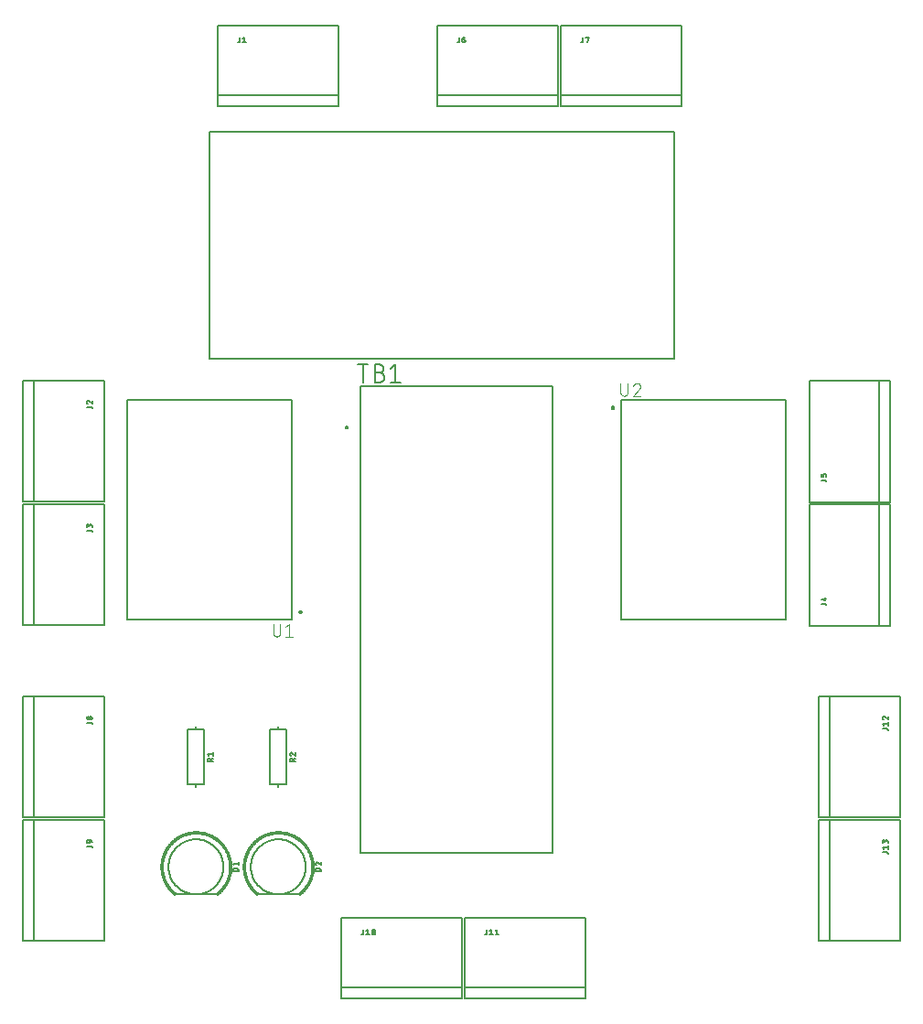
<source format=gbr>
G04 EAGLE Gerber RS-274X export*
G75*
%MOMM*%
%FSLAX34Y34*%
%LPD*%
%INSilkscreen Top*%
%IPPOS*%
%AMOC8*
5,1,8,0,0,1.08239X$1,22.5*%
G01*
%ADD10C,0.203200*%
%ADD11C,0.025400*%
%ADD12C,0.152400*%
%ADD13C,0.127000*%
%ADD14C,0.200000*%
%ADD15C,0.101600*%


D10*
X234950Y127000D02*
X273050Y127000D01*
D11*
X273837Y126162D02*
X272465Y127991D01*
X272466Y127991D02*
X273057Y128450D01*
X273637Y128923D01*
X274205Y129410D01*
X274761Y129911D01*
X275304Y130425D01*
X275835Y130952D01*
X276353Y131492D01*
X276858Y132045D01*
X277348Y132610D01*
X277825Y133187D01*
X278288Y133775D01*
X278736Y134374D01*
X279169Y134985D01*
X279588Y135605D01*
X279990Y136236D01*
X280378Y136876D01*
X280750Y137525D01*
X281105Y138184D01*
X281445Y138851D01*
X281768Y139526D01*
X282074Y140209D01*
X282364Y140899D01*
X282637Y141595D01*
X282892Y142299D01*
X283130Y143008D01*
X283351Y143723D01*
X283555Y144443D01*
X283740Y145168D01*
X283908Y145897D01*
X284058Y146631D01*
X284190Y147367D01*
X284304Y148107D01*
X284400Y148849D01*
X284478Y149593D01*
X284538Y150339D01*
X284579Y151086D01*
X284602Y151834D01*
X284606Y152583D01*
X284593Y153331D01*
X284561Y154079D01*
X284511Y154825D01*
X284442Y155570D01*
X284356Y156314D01*
X284251Y157055D01*
X284128Y157793D01*
X283987Y158528D01*
X283829Y159259D01*
X283652Y159986D01*
X283458Y160709D01*
X283246Y161427D01*
X283016Y162139D01*
X282769Y162845D01*
X282505Y163546D01*
X282224Y164239D01*
X281927Y164926D01*
X281612Y165605D01*
X281281Y166276D01*
X280934Y166939D01*
X280570Y167593D01*
X280191Y168238D01*
X279796Y168873D01*
X279385Y169499D01*
X278960Y170115D01*
X278519Y170720D01*
X278064Y171314D01*
X277594Y171896D01*
X277110Y172467D01*
X276613Y173026D01*
X276102Y173573D01*
X275578Y174107D01*
X275041Y174628D01*
X274491Y175136D01*
X273929Y175630D01*
X273355Y176110D01*
X272770Y176576D01*
X272173Y177028D01*
X271565Y177465D01*
X270947Y177887D01*
X270319Y178294D01*
X269681Y178685D01*
X269034Y179060D01*
X268378Y179420D01*
X267713Y179763D01*
X267040Y180090D01*
X266359Y180401D01*
X265671Y180695D01*
X264975Y180971D01*
X264274Y181231D01*
X263566Y181474D01*
X262852Y181699D01*
X262133Y181907D01*
X261409Y182097D01*
X260681Y182269D01*
X259949Y182423D01*
X259213Y182560D01*
X258474Y182678D01*
X257732Y182779D01*
X256989Y182861D01*
X256243Y182925D01*
X255496Y182970D01*
X254748Y182998D01*
X254000Y183007D01*
X253252Y182998D01*
X252504Y182970D01*
X251757Y182925D01*
X251011Y182861D01*
X250268Y182779D01*
X249526Y182678D01*
X248787Y182560D01*
X248051Y182423D01*
X247319Y182269D01*
X246591Y182097D01*
X245867Y181907D01*
X245148Y181699D01*
X244434Y181474D01*
X243726Y181231D01*
X243025Y180971D01*
X242329Y180695D01*
X241641Y180401D01*
X240960Y180090D01*
X240287Y179763D01*
X239622Y179420D01*
X238966Y179060D01*
X238319Y178685D01*
X237681Y178294D01*
X237053Y177887D01*
X236435Y177465D01*
X235827Y177028D01*
X235230Y176576D01*
X234645Y176110D01*
X234071Y175630D01*
X233509Y175136D01*
X232959Y174628D01*
X232422Y174107D01*
X231898Y173573D01*
X231387Y173026D01*
X230890Y172467D01*
X230406Y171896D01*
X229936Y171314D01*
X229481Y170720D01*
X229040Y170115D01*
X228615Y169499D01*
X228204Y168873D01*
X227809Y168238D01*
X227430Y167593D01*
X227066Y166939D01*
X226719Y166276D01*
X226388Y165605D01*
X226073Y164926D01*
X225776Y164239D01*
X225495Y163546D01*
X225231Y162845D01*
X224984Y162139D01*
X224754Y161427D01*
X224542Y160709D01*
X224348Y159986D01*
X224171Y159259D01*
X224013Y158528D01*
X223872Y157793D01*
X223749Y157055D01*
X223644Y156314D01*
X223558Y155570D01*
X223489Y154825D01*
X223439Y154079D01*
X223407Y153331D01*
X223394Y152583D01*
X223398Y151834D01*
X223421Y151086D01*
X223462Y150339D01*
X223522Y149593D01*
X223600Y148849D01*
X223696Y148107D01*
X223810Y147367D01*
X223942Y146631D01*
X224092Y145897D01*
X224260Y145168D01*
X224445Y144443D01*
X224649Y143723D01*
X224870Y143008D01*
X225108Y142299D01*
X225363Y141595D01*
X225636Y140899D01*
X225926Y140209D01*
X226232Y139526D01*
X226555Y138851D01*
X226895Y138184D01*
X227250Y137525D01*
X227622Y136876D01*
X228010Y136236D01*
X228412Y135605D01*
X228831Y134985D01*
X229264Y134374D01*
X229712Y133775D01*
X230175Y133187D01*
X230652Y132610D01*
X231142Y132045D01*
X231647Y131492D01*
X232165Y130952D01*
X232696Y130425D01*
X233239Y129911D01*
X233795Y129410D01*
X234363Y128923D01*
X234943Y128450D01*
X235534Y127991D01*
X234163Y126162D01*
X233527Y126655D01*
X232904Y127163D01*
X232293Y127687D01*
X231695Y128225D01*
X231111Y128777D01*
X230540Y129344D01*
X229983Y129924D01*
X229441Y130518D01*
X228913Y131125D01*
X228401Y131745D01*
X227903Y132377D01*
X227421Y133021D01*
X226956Y133677D01*
X226506Y134344D01*
X226073Y135022D01*
X225656Y135710D01*
X225256Y136408D01*
X224874Y137115D01*
X224509Y137832D01*
X224162Y138557D01*
X223832Y139291D01*
X223521Y140033D01*
X223227Y140782D01*
X222952Y141537D01*
X222696Y142300D01*
X222458Y143068D01*
X222240Y143842D01*
X222040Y144621D01*
X221859Y145405D01*
X221698Y146193D01*
X221556Y146985D01*
X221433Y147780D01*
X221330Y148577D01*
X221246Y149377D01*
X221182Y150179D01*
X221138Y150982D01*
X221113Y151786D01*
X221108Y152590D01*
X221122Y153395D01*
X221156Y154198D01*
X221210Y155001D01*
X221283Y155802D01*
X221376Y156601D01*
X221489Y157397D01*
X221621Y158190D01*
X221772Y158980D01*
X221942Y159766D01*
X222132Y160548D01*
X222341Y161325D01*
X222569Y162096D01*
X222815Y162862D01*
X223080Y163621D01*
X223364Y164374D01*
X223666Y165119D01*
X223986Y165857D01*
X224324Y166587D01*
X224680Y167309D01*
X225053Y168021D01*
X225444Y168724D01*
X225851Y169417D01*
X226276Y170101D01*
X226717Y170773D01*
X227174Y171435D01*
X227648Y172085D01*
X228137Y172723D01*
X228641Y173350D01*
X229161Y173964D01*
X229696Y174564D01*
X230245Y175152D01*
X230809Y175726D01*
X231386Y176286D01*
X231977Y176832D01*
X232581Y177363D01*
X233197Y177879D01*
X233827Y178380D01*
X234468Y178866D01*
X235121Y179336D01*
X235785Y179789D01*
X236460Y180226D01*
X237146Y180647D01*
X237841Y181051D01*
X238547Y181437D01*
X239261Y181806D01*
X239985Y182158D01*
X240717Y182492D01*
X241456Y182807D01*
X242204Y183105D01*
X242958Y183384D01*
X243719Y183645D01*
X244486Y183887D01*
X245259Y184110D01*
X246037Y184314D01*
X246819Y184500D01*
X247606Y184666D01*
X248397Y184812D01*
X249191Y184940D01*
X249988Y185047D01*
X250788Y185136D01*
X251589Y185205D01*
X252392Y185254D01*
X253196Y185283D01*
X254000Y185293D01*
X254804Y185283D01*
X255608Y185254D01*
X256411Y185205D01*
X257212Y185136D01*
X258012Y185047D01*
X258809Y184940D01*
X259603Y184812D01*
X260394Y184666D01*
X261181Y184500D01*
X261963Y184314D01*
X262741Y184110D01*
X263514Y183887D01*
X264281Y183645D01*
X265042Y183384D01*
X265796Y183105D01*
X266544Y182807D01*
X267283Y182492D01*
X268015Y182158D01*
X268739Y181806D01*
X269453Y181437D01*
X270159Y181051D01*
X270854Y180647D01*
X271540Y180226D01*
X272215Y179789D01*
X272879Y179336D01*
X273532Y178866D01*
X274173Y178380D01*
X274803Y177879D01*
X275419Y177363D01*
X276023Y176832D01*
X276614Y176286D01*
X277191Y175726D01*
X277755Y175152D01*
X278304Y174564D01*
X278839Y173964D01*
X279359Y173350D01*
X279863Y172723D01*
X280352Y172085D01*
X280826Y171435D01*
X281283Y170773D01*
X281724Y170101D01*
X282149Y169417D01*
X282556Y168724D01*
X282947Y168021D01*
X283320Y167309D01*
X283676Y166587D01*
X284014Y165857D01*
X284334Y165119D01*
X284636Y164374D01*
X284920Y163621D01*
X285185Y162862D01*
X285431Y162096D01*
X285659Y161325D01*
X285868Y160548D01*
X286058Y159766D01*
X286228Y158980D01*
X286379Y158190D01*
X286511Y157397D01*
X286624Y156601D01*
X286717Y155802D01*
X286790Y155001D01*
X286844Y154198D01*
X286878Y153395D01*
X286892Y152590D01*
X286887Y151786D01*
X286862Y150982D01*
X286818Y150179D01*
X286754Y149377D01*
X286670Y148577D01*
X286567Y147780D01*
X286444Y146985D01*
X286302Y146193D01*
X286141Y145405D01*
X285960Y144621D01*
X285760Y143842D01*
X285542Y143068D01*
X285304Y142300D01*
X285048Y141537D01*
X284773Y140782D01*
X284479Y140033D01*
X284168Y139291D01*
X283838Y138557D01*
X283491Y137832D01*
X283126Y137115D01*
X282744Y136408D01*
X282344Y135710D01*
X281927Y135022D01*
X281494Y134344D01*
X281044Y133677D01*
X280579Y133021D01*
X280097Y132377D01*
X279599Y131745D01*
X279087Y131125D01*
X278559Y130518D01*
X278017Y129924D01*
X277460Y129344D01*
X276889Y128777D01*
X276305Y128225D01*
X275707Y127687D01*
X275096Y127163D01*
X274473Y126655D01*
X273837Y126162D01*
X273693Y126354D01*
X274324Y126843D01*
X274943Y127348D01*
X275549Y127867D01*
X276143Y128402D01*
X276723Y128950D01*
X277289Y129513D01*
X277842Y130089D01*
X278380Y130679D01*
X278904Y131281D01*
X279413Y131897D01*
X279907Y132524D01*
X280385Y133163D01*
X280848Y133814D01*
X281294Y134476D01*
X281724Y135149D01*
X282138Y135832D01*
X282534Y136525D01*
X282914Y137227D01*
X283276Y137939D01*
X283621Y138659D01*
X283948Y139387D01*
X284257Y140124D01*
X284548Y140867D01*
X284821Y141617D01*
X285076Y142374D01*
X285312Y143137D01*
X285529Y143905D01*
X285727Y144679D01*
X285906Y145457D01*
X286067Y146239D01*
X286208Y147025D01*
X286329Y147814D01*
X286432Y148606D01*
X286515Y149400D01*
X286579Y150196D01*
X286623Y150993D01*
X286647Y151791D01*
X286652Y152590D01*
X286638Y153388D01*
X286604Y154186D01*
X286551Y154982D01*
X286478Y155777D01*
X286386Y156570D01*
X286274Y157361D01*
X286143Y158149D01*
X285993Y158933D01*
X285824Y159713D01*
X285635Y160489D01*
X285428Y161260D01*
X285202Y162026D01*
X284957Y162786D01*
X284694Y163540D01*
X284412Y164287D01*
X284113Y165027D01*
X283795Y165760D01*
X283459Y166484D01*
X283106Y167200D01*
X282736Y167907D01*
X282348Y168605D01*
X281943Y169294D01*
X281522Y169972D01*
X281084Y170639D01*
X280630Y171296D01*
X280160Y171942D01*
X279674Y172575D01*
X279173Y173197D01*
X278657Y173806D01*
X278127Y174403D01*
X277581Y174986D01*
X277022Y175556D01*
X276449Y176112D01*
X275862Y176654D01*
X275263Y177181D01*
X274651Y177694D01*
X274026Y178191D01*
X273389Y178673D01*
X272741Y179139D01*
X272082Y179589D01*
X271412Y180023D01*
X270731Y180441D01*
X270040Y180842D01*
X269340Y181225D01*
X268631Y181592D01*
X267913Y181941D01*
X267186Y182272D01*
X266452Y182586D01*
X265710Y182881D01*
X264961Y183158D01*
X264206Y183417D01*
X263445Y183657D01*
X262678Y183879D01*
X261905Y184082D01*
X261128Y184265D01*
X260347Y184430D01*
X259562Y184576D01*
X258774Y184702D01*
X257982Y184809D01*
X257189Y184897D01*
X256393Y184965D01*
X255596Y185014D01*
X254798Y185043D01*
X254000Y185053D01*
X253202Y185043D01*
X252404Y185014D01*
X251607Y184965D01*
X250811Y184897D01*
X250018Y184809D01*
X249226Y184702D01*
X248438Y184576D01*
X247653Y184430D01*
X246872Y184265D01*
X246095Y184082D01*
X245322Y183879D01*
X244555Y183657D01*
X243794Y183417D01*
X243039Y183158D01*
X242290Y182881D01*
X241548Y182586D01*
X240814Y182272D01*
X240087Y181941D01*
X239369Y181592D01*
X238660Y181225D01*
X237960Y180842D01*
X237269Y180441D01*
X236588Y180023D01*
X235918Y179589D01*
X235259Y179139D01*
X234611Y178673D01*
X233974Y178191D01*
X233349Y177694D01*
X232737Y177181D01*
X232138Y176654D01*
X231551Y176112D01*
X230978Y175556D01*
X230419Y174986D01*
X229873Y174403D01*
X229343Y173806D01*
X228827Y173197D01*
X228326Y172575D01*
X227840Y171942D01*
X227370Y171296D01*
X226916Y170639D01*
X226478Y169972D01*
X226057Y169294D01*
X225652Y168605D01*
X225264Y167907D01*
X224894Y167200D01*
X224541Y166484D01*
X224205Y165760D01*
X223887Y165027D01*
X223588Y164287D01*
X223306Y163540D01*
X223043Y162786D01*
X222798Y162026D01*
X222572Y161260D01*
X222365Y160489D01*
X222176Y159713D01*
X222007Y158933D01*
X221857Y158149D01*
X221726Y157361D01*
X221614Y156570D01*
X221522Y155777D01*
X221449Y154982D01*
X221396Y154186D01*
X221362Y153388D01*
X221348Y152590D01*
X221353Y151791D01*
X221377Y150993D01*
X221421Y150196D01*
X221485Y149400D01*
X221568Y148606D01*
X221671Y147814D01*
X221792Y147025D01*
X221933Y146239D01*
X222094Y145457D01*
X222273Y144679D01*
X222471Y143905D01*
X222688Y143137D01*
X222924Y142374D01*
X223179Y141617D01*
X223452Y140867D01*
X223743Y140124D01*
X224052Y139387D01*
X224379Y138659D01*
X224724Y137939D01*
X225086Y137227D01*
X225466Y136525D01*
X225862Y135832D01*
X226276Y135149D01*
X226706Y134476D01*
X227152Y133814D01*
X227615Y133163D01*
X228093Y132524D01*
X228587Y131897D01*
X229096Y131281D01*
X229620Y130679D01*
X230158Y130089D01*
X230711Y129513D01*
X231277Y128950D01*
X231857Y128402D01*
X232451Y127867D01*
X233057Y127348D01*
X233676Y126843D01*
X234307Y126354D01*
X234451Y126546D01*
X233824Y127032D01*
X233210Y127533D01*
X232608Y128048D01*
X232019Y128579D01*
X231444Y129123D01*
X230881Y129682D01*
X230333Y130254D01*
X229798Y130839D01*
X229278Y131437D01*
X228773Y132048D01*
X228283Y132671D01*
X227808Y133305D01*
X227349Y133952D01*
X226906Y134609D01*
X226479Y135276D01*
X226069Y135955D01*
X225675Y136642D01*
X225298Y137340D01*
X224939Y138046D01*
X224596Y138761D01*
X224272Y139484D01*
X223965Y140214D01*
X223676Y140952D01*
X223405Y141697D01*
X223152Y142449D01*
X222918Y143206D01*
X222703Y143968D01*
X222506Y144736D01*
X222328Y145509D01*
X222169Y146285D01*
X222029Y147065D01*
X221908Y147848D01*
X221806Y148634D01*
X221724Y149423D01*
X221661Y150213D01*
X221617Y151004D01*
X221593Y151796D01*
X221588Y152589D01*
X221602Y153381D01*
X221636Y154173D01*
X221689Y154964D01*
X221761Y155753D01*
X221853Y156540D01*
X221963Y157325D01*
X222093Y158107D01*
X222242Y158885D01*
X222411Y159660D01*
X222597Y160430D01*
X222803Y161196D01*
X223028Y161956D01*
X223270Y162710D01*
X223532Y163458D01*
X223811Y164200D01*
X224109Y164935D01*
X224424Y165662D01*
X224757Y166381D01*
X225108Y167092D01*
X225476Y167794D01*
X225861Y168487D01*
X226262Y169170D01*
X226681Y169843D01*
X227115Y170506D01*
X227566Y171158D01*
X228033Y171798D01*
X228515Y172427D01*
X229012Y173045D01*
X229524Y173649D01*
X230051Y174241D01*
X230592Y174820D01*
X231147Y175386D01*
X231716Y175938D01*
X232298Y176476D01*
X232894Y176999D01*
X233501Y177508D01*
X234121Y178002D01*
X234753Y178480D01*
X235397Y178943D01*
X236051Y179390D01*
X236716Y179820D01*
X237392Y180235D01*
X238078Y180633D01*
X238773Y181013D01*
X239477Y181377D01*
X240190Y181724D01*
X240911Y182053D01*
X241640Y182364D01*
X242376Y182657D01*
X243119Y182932D01*
X243869Y183189D01*
X244625Y183428D01*
X245386Y183648D01*
X246153Y183849D01*
X246924Y184031D01*
X247700Y184195D01*
X248479Y184339D01*
X249262Y184465D01*
X250047Y184571D01*
X250835Y184658D01*
X251624Y184726D01*
X252415Y184774D01*
X253207Y184803D01*
X254000Y184813D01*
X254793Y184803D01*
X255585Y184774D01*
X256376Y184726D01*
X257165Y184658D01*
X257953Y184571D01*
X258738Y184465D01*
X259521Y184339D01*
X260300Y184195D01*
X261076Y184031D01*
X261847Y183849D01*
X262614Y183648D01*
X263375Y183428D01*
X264131Y183189D01*
X264881Y182932D01*
X265624Y182657D01*
X266360Y182364D01*
X267089Y182053D01*
X267810Y181724D01*
X268523Y181377D01*
X269227Y181013D01*
X269922Y180633D01*
X270608Y180235D01*
X271284Y179820D01*
X271949Y179390D01*
X272603Y178943D01*
X273247Y178480D01*
X273879Y178002D01*
X274499Y177508D01*
X275106Y176999D01*
X275702Y176476D01*
X276284Y175938D01*
X276853Y175386D01*
X277408Y174820D01*
X277949Y174241D01*
X278476Y173649D01*
X278988Y173045D01*
X279485Y172427D01*
X279967Y171798D01*
X280434Y171158D01*
X280885Y170506D01*
X281319Y169843D01*
X281738Y169170D01*
X282139Y168487D01*
X282524Y167794D01*
X282892Y167092D01*
X283243Y166381D01*
X283576Y165662D01*
X283891Y164935D01*
X284189Y164200D01*
X284468Y163458D01*
X284730Y162710D01*
X284972Y161956D01*
X285197Y161196D01*
X285403Y160430D01*
X285589Y159660D01*
X285758Y158885D01*
X285907Y158107D01*
X286037Y157325D01*
X286147Y156540D01*
X286239Y155753D01*
X286311Y154964D01*
X286364Y154173D01*
X286398Y153381D01*
X286412Y152589D01*
X286407Y151796D01*
X286383Y151004D01*
X286339Y150213D01*
X286276Y149423D01*
X286194Y148634D01*
X286092Y147848D01*
X285971Y147065D01*
X285831Y146285D01*
X285672Y145509D01*
X285494Y144736D01*
X285297Y143968D01*
X285082Y143206D01*
X284848Y142449D01*
X284595Y141697D01*
X284324Y140952D01*
X284035Y140214D01*
X283728Y139484D01*
X283404Y138761D01*
X283061Y138046D01*
X282702Y137340D01*
X282325Y136642D01*
X281931Y135955D01*
X281521Y135276D01*
X281094Y134609D01*
X280651Y133952D01*
X280192Y133305D01*
X279717Y132671D01*
X279227Y132048D01*
X278722Y131437D01*
X278202Y130839D01*
X277667Y130254D01*
X277119Y129682D01*
X276556Y129123D01*
X275981Y128579D01*
X275392Y128048D01*
X274790Y127533D01*
X274176Y127032D01*
X273549Y126546D01*
X273405Y126738D01*
X274027Y127220D01*
X274637Y127717D01*
X275234Y128229D01*
X275818Y128756D01*
X276390Y129296D01*
X276948Y129851D01*
X277493Y130418D01*
X278023Y130999D01*
X278539Y131593D01*
X279041Y132199D01*
X279527Y132818D01*
X279998Y133448D01*
X280454Y134089D01*
X280894Y134741D01*
X281317Y135404D01*
X281725Y136077D01*
X282116Y136760D01*
X282490Y137452D01*
X282846Y138153D01*
X283186Y138862D01*
X283508Y139580D01*
X283813Y140305D01*
X284100Y141038D01*
X284369Y141777D01*
X284619Y142523D01*
X284852Y143275D01*
X285066Y144032D01*
X285261Y144794D01*
X285438Y145560D01*
X285595Y146331D01*
X285734Y147105D01*
X285854Y147883D01*
X285955Y148663D01*
X286037Y149445D01*
X286100Y150230D01*
X286143Y151015D01*
X286167Y151801D01*
X286172Y152588D01*
X286158Y153375D01*
X286125Y154161D01*
X286072Y154945D01*
X286000Y155729D01*
X285909Y156510D01*
X285799Y157289D01*
X285670Y158065D01*
X285522Y158838D01*
X285355Y159607D01*
X285170Y160371D01*
X284966Y161131D01*
X284743Y161885D01*
X284502Y162634D01*
X284243Y163377D01*
X283965Y164113D01*
X283670Y164842D01*
X283357Y165564D01*
X283026Y166278D01*
X282678Y166983D01*
X282313Y167680D01*
X281931Y168368D01*
X281532Y169046D01*
X281117Y169714D01*
X280685Y170372D01*
X280238Y171019D01*
X279775Y171655D01*
X279296Y172279D01*
X278803Y172892D01*
X278294Y173492D01*
X277771Y174080D01*
X277234Y174655D01*
X276683Y175216D01*
X276119Y175764D01*
X275541Y176298D01*
X274950Y176817D01*
X274347Y177322D01*
X273731Y177812D01*
X273104Y178287D01*
X272465Y178746D01*
X271816Y179190D01*
X271155Y179618D01*
X270485Y180029D01*
X269804Y180424D01*
X269114Y180802D01*
X268415Y181163D01*
X267708Y181507D01*
X266992Y181833D01*
X266269Y182142D01*
X265538Y182433D01*
X264800Y182706D01*
X264056Y182961D01*
X263306Y183198D01*
X262550Y183416D01*
X261789Y183616D01*
X261023Y183797D01*
X260254Y183959D01*
X259480Y184103D01*
X258703Y184227D01*
X257924Y184333D01*
X257142Y184419D01*
X256358Y184486D01*
X255573Y184535D01*
X254787Y184563D01*
X254000Y184573D01*
X253213Y184563D01*
X252427Y184535D01*
X251642Y184486D01*
X250858Y184419D01*
X250076Y184333D01*
X249297Y184227D01*
X248520Y184103D01*
X247746Y183959D01*
X246977Y183797D01*
X246211Y183616D01*
X245450Y183416D01*
X244694Y183198D01*
X243944Y182961D01*
X243200Y182706D01*
X242462Y182433D01*
X241731Y182142D01*
X241008Y181833D01*
X240292Y181507D01*
X239585Y181163D01*
X238886Y180802D01*
X238196Y180424D01*
X237515Y180029D01*
X236845Y179618D01*
X236184Y179190D01*
X235535Y178746D01*
X234896Y178287D01*
X234269Y177812D01*
X233653Y177322D01*
X233050Y176817D01*
X232459Y176298D01*
X231881Y175764D01*
X231317Y175216D01*
X230766Y174655D01*
X230229Y174080D01*
X229706Y173492D01*
X229197Y172892D01*
X228704Y172279D01*
X228225Y171655D01*
X227762Y171019D01*
X227315Y170372D01*
X226883Y169714D01*
X226468Y169046D01*
X226069Y168368D01*
X225687Y167680D01*
X225322Y166983D01*
X224974Y166278D01*
X224643Y165564D01*
X224330Y164842D01*
X224035Y164113D01*
X223757Y163377D01*
X223498Y162634D01*
X223257Y161885D01*
X223034Y161131D01*
X222830Y160371D01*
X222645Y159607D01*
X222478Y158838D01*
X222330Y158065D01*
X222201Y157289D01*
X222091Y156510D01*
X222000Y155729D01*
X221928Y154945D01*
X221875Y154161D01*
X221842Y153375D01*
X221828Y152588D01*
X221833Y151801D01*
X221857Y151015D01*
X221900Y150230D01*
X221963Y149445D01*
X222045Y148663D01*
X222146Y147883D01*
X222266Y147105D01*
X222405Y146331D01*
X222562Y145560D01*
X222739Y144794D01*
X222934Y144032D01*
X223148Y143275D01*
X223381Y142523D01*
X223631Y141777D01*
X223900Y141038D01*
X224187Y140305D01*
X224492Y139580D01*
X224814Y138862D01*
X225154Y138153D01*
X225510Y137452D01*
X225884Y136760D01*
X226275Y136077D01*
X226683Y135404D01*
X227106Y134741D01*
X227546Y134089D01*
X228002Y133448D01*
X228473Y132818D01*
X228959Y132199D01*
X229461Y131593D01*
X229977Y130999D01*
X230507Y130418D01*
X231052Y129851D01*
X231610Y129296D01*
X232182Y128756D01*
X232766Y128229D01*
X233363Y127717D01*
X233973Y127220D01*
X234595Y126738D01*
X234739Y126930D01*
X234122Y127409D01*
X233517Y127902D01*
X232924Y128410D01*
X232344Y128933D01*
X231776Y129469D01*
X231222Y130019D01*
X230682Y130583D01*
X230155Y131160D01*
X229643Y131749D01*
X229146Y132351D01*
X228663Y132964D01*
X228195Y133590D01*
X227743Y134226D01*
X227307Y134874D01*
X226886Y135531D01*
X226482Y136199D01*
X226094Y136877D01*
X225723Y137564D01*
X225368Y138260D01*
X225031Y138964D01*
X224711Y139676D01*
X224409Y140396D01*
X224124Y141123D01*
X223858Y141857D01*
X223609Y142597D01*
X223378Y143343D01*
X223166Y144095D01*
X222972Y144851D01*
X222797Y145612D01*
X222640Y146377D01*
X222502Y147145D01*
X222383Y147917D01*
X222283Y148691D01*
X222202Y149468D01*
X222140Y150246D01*
X222097Y151026D01*
X222073Y151806D01*
X222068Y152587D01*
X222082Y153368D01*
X222115Y154148D01*
X222167Y154927D01*
X222238Y155705D01*
X222329Y156480D01*
X222438Y157253D01*
X222566Y158024D01*
X222713Y158790D01*
X222879Y159553D01*
X223063Y160312D01*
X223265Y161066D01*
X223487Y161815D01*
X223726Y162558D01*
X223983Y163295D01*
X224259Y164026D01*
X224552Y164750D01*
X224863Y165466D01*
X225191Y166175D01*
X225536Y166875D01*
X225899Y167566D01*
X226278Y168249D01*
X226674Y168922D01*
X227086Y169585D01*
X227514Y170238D01*
X227958Y170880D01*
X228418Y171512D01*
X228892Y172131D01*
X229382Y172739D01*
X229887Y173335D01*
X230406Y173918D01*
X230939Y174489D01*
X231486Y175046D01*
X232047Y175590D01*
X232620Y176120D01*
X233207Y176635D01*
X233805Y177136D01*
X234416Y177623D01*
X235039Y178094D01*
X235673Y178550D01*
X236317Y178990D01*
X236973Y179415D01*
X237638Y179823D01*
X238314Y180215D01*
X238999Y180590D01*
X239692Y180948D01*
X240394Y181290D01*
X241105Y181614D01*
X241823Y181920D01*
X242548Y182209D01*
X243281Y182480D01*
X244019Y182733D01*
X244764Y182968D01*
X245514Y183185D01*
X246269Y183383D01*
X247029Y183563D01*
X247793Y183724D01*
X248561Y183866D01*
X249332Y183990D01*
X250106Y184095D01*
X250882Y184180D01*
X251660Y184247D01*
X252439Y184295D01*
X253219Y184323D01*
X254000Y184333D01*
X254781Y184323D01*
X255561Y184295D01*
X256340Y184247D01*
X257118Y184180D01*
X257894Y184095D01*
X258668Y183990D01*
X259439Y183866D01*
X260207Y183724D01*
X260971Y183563D01*
X261731Y183383D01*
X262486Y183185D01*
X263236Y182968D01*
X263981Y182733D01*
X264719Y182480D01*
X265452Y182209D01*
X266177Y181920D01*
X266895Y181614D01*
X267606Y181290D01*
X268308Y180948D01*
X269001Y180590D01*
X269686Y180215D01*
X270362Y179823D01*
X271027Y179415D01*
X271683Y178990D01*
X272327Y178550D01*
X272961Y178094D01*
X273584Y177623D01*
X274195Y177136D01*
X274793Y176635D01*
X275380Y176120D01*
X275953Y175590D01*
X276514Y175046D01*
X277061Y174489D01*
X277594Y173918D01*
X278113Y173335D01*
X278618Y172739D01*
X279108Y172131D01*
X279582Y171512D01*
X280042Y170880D01*
X280486Y170238D01*
X280914Y169585D01*
X281326Y168922D01*
X281722Y168249D01*
X282101Y167566D01*
X282464Y166875D01*
X282809Y166175D01*
X283137Y165466D01*
X283448Y164750D01*
X283741Y164026D01*
X284017Y163295D01*
X284274Y162558D01*
X284513Y161815D01*
X284735Y161066D01*
X284937Y160312D01*
X285121Y159553D01*
X285287Y158790D01*
X285434Y158024D01*
X285562Y157253D01*
X285671Y156480D01*
X285762Y155705D01*
X285833Y154927D01*
X285885Y154148D01*
X285918Y153368D01*
X285932Y152587D01*
X285927Y151806D01*
X285903Y151026D01*
X285860Y150246D01*
X285798Y149468D01*
X285717Y148691D01*
X285617Y147917D01*
X285498Y147145D01*
X285360Y146377D01*
X285203Y145612D01*
X285028Y144851D01*
X284834Y144095D01*
X284622Y143343D01*
X284391Y142597D01*
X284142Y141857D01*
X283876Y141123D01*
X283591Y140396D01*
X283289Y139676D01*
X282969Y138964D01*
X282632Y138260D01*
X282277Y137564D01*
X281906Y136877D01*
X281518Y136199D01*
X281114Y135531D01*
X280693Y134874D01*
X280257Y134226D01*
X279805Y133590D01*
X279337Y132964D01*
X278854Y132351D01*
X278357Y131749D01*
X277845Y131160D01*
X277318Y130583D01*
X276778Y130019D01*
X276224Y129469D01*
X275656Y128933D01*
X275076Y128410D01*
X274483Y127902D01*
X273878Y127409D01*
X273261Y126930D01*
X273117Y127122D01*
X273730Y127597D01*
X274330Y128087D01*
X274918Y128591D01*
X275494Y129110D01*
X276057Y129642D01*
X276607Y130188D01*
X277143Y130748D01*
X277666Y131320D01*
X278174Y131905D01*
X278668Y132502D01*
X279147Y133111D01*
X279611Y133732D01*
X280060Y134363D01*
X280493Y135006D01*
X280911Y135659D01*
X281312Y136322D01*
X281697Y136994D01*
X282065Y137676D01*
X282417Y138367D01*
X282751Y139066D01*
X283069Y139773D01*
X283369Y140487D01*
X283651Y141209D01*
X283916Y141937D01*
X284163Y142672D01*
X284392Y143412D01*
X284602Y144158D01*
X284795Y144908D01*
X284969Y145664D01*
X285124Y146423D01*
X285261Y147186D01*
X285379Y147951D01*
X285479Y148720D01*
X285559Y149491D01*
X285621Y150263D01*
X285664Y151037D01*
X285688Y151811D01*
X285692Y152586D01*
X285678Y153361D01*
X285645Y154135D01*
X285594Y154909D01*
X285523Y155680D01*
X285433Y156450D01*
X285325Y157217D01*
X285198Y157982D01*
X285052Y158743D01*
X284887Y159500D01*
X284705Y160253D01*
X284503Y161002D01*
X284284Y161745D01*
X284046Y162482D01*
X283791Y163214D01*
X283518Y163939D01*
X283227Y164657D01*
X282918Y165368D01*
X282593Y166071D01*
X282250Y166766D01*
X281890Y167453D01*
X281514Y168130D01*
X281121Y168798D01*
X280712Y169456D01*
X280287Y170104D01*
X279846Y170742D01*
X279390Y171368D01*
X278919Y171983D01*
X278432Y172587D01*
X277932Y173178D01*
X277416Y173757D01*
X276887Y174323D01*
X276344Y174876D01*
X275788Y175416D01*
X275219Y175942D01*
X274637Y176453D01*
X274043Y176951D01*
X273436Y177433D01*
X272819Y177901D01*
X272190Y178354D01*
X271550Y178791D01*
X270899Y179212D01*
X270238Y179617D01*
X269568Y180006D01*
X268889Y180378D01*
X268200Y180734D01*
X267503Y181073D01*
X266798Y181394D01*
X266085Y181698D01*
X265365Y181985D01*
X264639Y182254D01*
X263906Y182505D01*
X263167Y182738D01*
X262422Y182953D01*
X261673Y183150D01*
X260918Y183329D01*
X260160Y183489D01*
X259398Y183630D01*
X258633Y183753D01*
X257865Y183856D01*
X257095Y183942D01*
X256323Y184008D01*
X255549Y184055D01*
X254775Y184084D01*
X254000Y184093D01*
X253225Y184084D01*
X252451Y184055D01*
X251677Y184008D01*
X250905Y183942D01*
X250135Y183856D01*
X249367Y183753D01*
X248602Y183630D01*
X247840Y183489D01*
X247082Y183329D01*
X246327Y183150D01*
X245578Y182953D01*
X244833Y182738D01*
X244094Y182505D01*
X243361Y182254D01*
X242635Y181985D01*
X241915Y181698D01*
X241202Y181394D01*
X240497Y181073D01*
X239800Y180734D01*
X239111Y180378D01*
X238432Y180006D01*
X237762Y179617D01*
X237101Y179212D01*
X236450Y178791D01*
X235810Y178354D01*
X235181Y177901D01*
X234564Y177433D01*
X233957Y176951D01*
X233363Y176453D01*
X232781Y175942D01*
X232212Y175416D01*
X231656Y174876D01*
X231113Y174323D01*
X230584Y173757D01*
X230068Y173178D01*
X229568Y172587D01*
X229081Y171983D01*
X228610Y171368D01*
X228154Y170742D01*
X227713Y170104D01*
X227288Y169456D01*
X226879Y168798D01*
X226486Y168130D01*
X226110Y167453D01*
X225750Y166766D01*
X225407Y166071D01*
X225082Y165368D01*
X224773Y164657D01*
X224482Y163939D01*
X224209Y163214D01*
X223954Y162482D01*
X223716Y161745D01*
X223497Y161002D01*
X223295Y160253D01*
X223113Y159500D01*
X222948Y158743D01*
X222802Y157982D01*
X222675Y157217D01*
X222567Y156450D01*
X222477Y155680D01*
X222406Y154909D01*
X222355Y154135D01*
X222322Y153361D01*
X222308Y152586D01*
X222312Y151811D01*
X222336Y151037D01*
X222379Y150263D01*
X222441Y149491D01*
X222521Y148720D01*
X222621Y147951D01*
X222739Y147186D01*
X222876Y146423D01*
X223031Y145664D01*
X223205Y144908D01*
X223398Y144158D01*
X223608Y143412D01*
X223837Y142672D01*
X224084Y141937D01*
X224349Y141209D01*
X224631Y140487D01*
X224931Y139773D01*
X225249Y139066D01*
X225583Y138367D01*
X225935Y137676D01*
X226303Y136994D01*
X226688Y136322D01*
X227089Y135659D01*
X227507Y135006D01*
X227940Y134363D01*
X228389Y133732D01*
X228853Y133111D01*
X229332Y132502D01*
X229826Y131905D01*
X230334Y131320D01*
X230857Y130748D01*
X231393Y130188D01*
X231943Y129642D01*
X232506Y129110D01*
X233082Y128591D01*
X233670Y128087D01*
X234270Y127597D01*
X234883Y127122D01*
X235027Y127314D01*
X234419Y127785D01*
X233823Y128271D01*
X233239Y128772D01*
X232668Y129287D01*
X232109Y129815D01*
X231563Y130357D01*
X231031Y130912D01*
X230513Y131480D01*
X230008Y132061D01*
X229518Y132653D01*
X229043Y133258D01*
X228582Y133874D01*
X228137Y134501D01*
X227707Y135138D01*
X227293Y135786D01*
X226895Y136444D01*
X226513Y137112D01*
X226147Y137788D01*
X225798Y138474D01*
X225466Y139167D01*
X225151Y139869D01*
X224853Y140578D01*
X224573Y141294D01*
X224310Y142017D01*
X224065Y142746D01*
X223838Y143481D01*
X223629Y144221D01*
X223438Y144966D01*
X223266Y145715D01*
X223111Y146469D01*
X222976Y147226D01*
X222858Y147986D01*
X222760Y148748D01*
X222680Y149513D01*
X222619Y150280D01*
X222576Y151048D01*
X222552Y151817D01*
X222548Y152586D01*
X222561Y153354D01*
X222594Y154123D01*
X222646Y154890D01*
X222716Y155656D01*
X222805Y156420D01*
X222913Y157181D01*
X223039Y157940D01*
X223183Y158695D01*
X223347Y159447D01*
X223528Y160194D01*
X223728Y160937D01*
X223945Y161674D01*
X224181Y162407D01*
X224435Y163133D01*
X224706Y163852D01*
X224995Y164565D01*
X225301Y165271D01*
X225624Y165968D01*
X225964Y166658D01*
X226321Y167339D01*
X226695Y168011D01*
X227085Y168674D01*
X227491Y169328D01*
X227912Y169971D01*
X228350Y170603D01*
X228803Y171225D01*
X229270Y171835D01*
X229753Y172434D01*
X230250Y173021D01*
X230761Y173595D01*
X231286Y174157D01*
X231825Y174706D01*
X232377Y175242D01*
X232942Y175763D01*
X233519Y176271D01*
X234109Y176765D01*
X234711Y177244D01*
X235324Y177708D01*
X235948Y178157D01*
X236584Y178591D01*
X237229Y179009D01*
X237885Y179411D01*
X238550Y179797D01*
X239224Y180166D01*
X239908Y180519D01*
X240599Y180855D01*
X241299Y181175D01*
X242006Y181477D01*
X242721Y181761D01*
X243442Y182028D01*
X244170Y182277D01*
X244903Y182509D01*
X245642Y182722D01*
X246386Y182917D01*
X247134Y183094D01*
X247887Y183253D01*
X248643Y183393D01*
X249402Y183515D01*
X250164Y183618D01*
X250929Y183703D01*
X251695Y183768D01*
X252462Y183815D01*
X253231Y183844D01*
X254000Y183853D01*
X254769Y183844D01*
X255538Y183815D01*
X256305Y183768D01*
X257071Y183703D01*
X257836Y183618D01*
X258598Y183515D01*
X259357Y183393D01*
X260113Y183253D01*
X260866Y183094D01*
X261614Y182917D01*
X262358Y182722D01*
X263097Y182509D01*
X263830Y182277D01*
X264558Y182028D01*
X265279Y181761D01*
X265994Y181477D01*
X266701Y181175D01*
X267401Y180855D01*
X268092Y180519D01*
X268776Y180166D01*
X269450Y179797D01*
X270115Y179411D01*
X270771Y179009D01*
X271416Y178591D01*
X272052Y178157D01*
X272676Y177708D01*
X273289Y177244D01*
X273891Y176765D01*
X274481Y176271D01*
X275058Y175763D01*
X275623Y175242D01*
X276175Y174706D01*
X276714Y174157D01*
X277239Y173595D01*
X277750Y173021D01*
X278247Y172434D01*
X278730Y171835D01*
X279197Y171225D01*
X279650Y170603D01*
X280088Y169971D01*
X280509Y169328D01*
X280915Y168674D01*
X281305Y168011D01*
X281679Y167339D01*
X282036Y166658D01*
X282376Y165968D01*
X282699Y165271D01*
X283005Y164565D01*
X283294Y163852D01*
X283565Y163133D01*
X283819Y162407D01*
X284055Y161674D01*
X284272Y160937D01*
X284472Y160194D01*
X284653Y159447D01*
X284817Y158695D01*
X284961Y157940D01*
X285087Y157181D01*
X285195Y156420D01*
X285284Y155656D01*
X285354Y154890D01*
X285406Y154123D01*
X285439Y153354D01*
X285452Y152586D01*
X285448Y151817D01*
X285424Y151048D01*
X285381Y150280D01*
X285320Y149513D01*
X285240Y148748D01*
X285142Y147986D01*
X285024Y147226D01*
X284889Y146469D01*
X284734Y145715D01*
X284562Y144966D01*
X284371Y144221D01*
X284162Y143481D01*
X283935Y142746D01*
X283690Y142017D01*
X283427Y141294D01*
X283147Y140578D01*
X282849Y139869D01*
X282534Y139167D01*
X282202Y138474D01*
X281853Y137788D01*
X281487Y137112D01*
X281105Y136444D01*
X280707Y135786D01*
X280293Y135138D01*
X279863Y134501D01*
X279418Y133874D01*
X278957Y133258D01*
X278482Y132653D01*
X277992Y132061D01*
X277487Y131480D01*
X276969Y130912D01*
X276437Y130357D01*
X275891Y129815D01*
X275332Y129287D01*
X274761Y128772D01*
X274177Y128271D01*
X273581Y127785D01*
X272973Y127314D01*
X272829Y127506D01*
X273432Y127974D01*
X274024Y128456D01*
X274603Y128953D01*
X275170Y129464D01*
X275725Y129988D01*
X276266Y130526D01*
X276794Y131077D01*
X277309Y131640D01*
X277809Y132217D01*
X278296Y132805D01*
X278767Y133405D01*
X279224Y134016D01*
X279666Y134638D01*
X280093Y135271D01*
X280504Y135914D01*
X280899Y136567D01*
X281278Y137229D01*
X281641Y137901D01*
X281987Y138581D01*
X282317Y139269D01*
X282629Y139965D01*
X282925Y140669D01*
X283203Y141380D01*
X283464Y142097D01*
X283707Y142820D01*
X283932Y143550D01*
X284139Y144284D01*
X284329Y145023D01*
X284500Y145767D01*
X284653Y146515D01*
X284788Y147266D01*
X284904Y148020D01*
X285002Y148777D01*
X285081Y149536D01*
X285142Y150297D01*
X285184Y151059D01*
X285208Y151822D01*
X285212Y152585D01*
X285199Y153348D01*
X285166Y154110D01*
X285115Y154872D01*
X285045Y155632D01*
X284957Y156390D01*
X284850Y157145D01*
X284725Y157898D01*
X284581Y158648D01*
X284419Y159394D01*
X284239Y160135D01*
X284041Y160872D01*
X283825Y161604D01*
X283591Y162331D01*
X283339Y163051D01*
X283070Y163765D01*
X282784Y164473D01*
X282480Y165173D01*
X282159Y165865D01*
X281822Y166550D01*
X281467Y167226D01*
X281097Y167893D01*
X280710Y168551D01*
X280307Y169199D01*
X279888Y169837D01*
X279454Y170465D01*
X279005Y171082D01*
X278541Y171687D01*
X278062Y172282D01*
X277569Y172864D01*
X277061Y173434D01*
X276540Y173992D01*
X276006Y174536D01*
X275458Y175068D01*
X274897Y175585D01*
X274324Y176089D01*
X273739Y176579D01*
X273142Y177055D01*
X272533Y177515D01*
X271914Y177961D01*
X271283Y178391D01*
X270643Y178806D01*
X269992Y179205D01*
X269332Y179588D01*
X268663Y179955D01*
X267985Y180305D01*
X267298Y180638D01*
X266604Y180955D01*
X265902Y181255D01*
X265193Y181537D01*
X264477Y181802D01*
X263755Y182049D01*
X263027Y182279D01*
X262294Y182491D01*
X261556Y182685D01*
X260813Y182860D01*
X260067Y183018D01*
X259316Y183157D01*
X258563Y183278D01*
X257806Y183380D01*
X257048Y183464D01*
X256288Y183529D01*
X255526Y183576D01*
X254763Y183604D01*
X254000Y183613D01*
X253237Y183604D01*
X252474Y183576D01*
X251712Y183529D01*
X250952Y183464D01*
X250194Y183380D01*
X249437Y183278D01*
X248684Y183157D01*
X247933Y183018D01*
X247187Y182860D01*
X246444Y182685D01*
X245706Y182491D01*
X244973Y182279D01*
X244245Y182049D01*
X243523Y181802D01*
X242807Y181537D01*
X242098Y181255D01*
X241396Y180955D01*
X240702Y180638D01*
X240015Y180305D01*
X239337Y179955D01*
X238668Y179588D01*
X238008Y179205D01*
X237357Y178806D01*
X236717Y178391D01*
X236086Y177961D01*
X235467Y177515D01*
X234858Y177055D01*
X234261Y176579D01*
X233676Y176089D01*
X233103Y175585D01*
X232542Y175068D01*
X231994Y174536D01*
X231460Y173992D01*
X230939Y173434D01*
X230431Y172864D01*
X229938Y172282D01*
X229459Y171687D01*
X228995Y171082D01*
X228546Y170465D01*
X228112Y169837D01*
X227693Y169199D01*
X227290Y168551D01*
X226903Y167893D01*
X226533Y167226D01*
X226178Y166550D01*
X225841Y165865D01*
X225520Y165173D01*
X225216Y164473D01*
X224930Y163765D01*
X224661Y163051D01*
X224409Y162331D01*
X224175Y161604D01*
X223959Y160872D01*
X223761Y160135D01*
X223581Y159394D01*
X223419Y158648D01*
X223275Y157898D01*
X223150Y157145D01*
X223043Y156390D01*
X222955Y155632D01*
X222885Y154872D01*
X222834Y154110D01*
X222801Y153348D01*
X222788Y152585D01*
X222792Y151822D01*
X222816Y151059D01*
X222858Y150297D01*
X222919Y149536D01*
X222998Y148777D01*
X223096Y148020D01*
X223212Y147266D01*
X223347Y146515D01*
X223500Y145767D01*
X223671Y145023D01*
X223861Y144284D01*
X224068Y143550D01*
X224293Y142820D01*
X224536Y142097D01*
X224797Y141380D01*
X225075Y140669D01*
X225371Y139965D01*
X225683Y139269D01*
X226013Y138581D01*
X226359Y137901D01*
X226722Y137229D01*
X227101Y136567D01*
X227496Y135914D01*
X227907Y135271D01*
X228334Y134638D01*
X228776Y134016D01*
X229233Y133405D01*
X229704Y132805D01*
X230191Y132217D01*
X230691Y131640D01*
X231206Y131077D01*
X231734Y130526D01*
X232275Y129988D01*
X232830Y129464D01*
X233397Y128953D01*
X233976Y128456D01*
X234568Y127974D01*
X235171Y127506D01*
X235315Y127698D01*
X234716Y128162D01*
X234130Y128641D01*
X233555Y129134D01*
X232992Y129641D01*
X232442Y130161D01*
X231905Y130695D01*
X231380Y131241D01*
X230870Y131801D01*
X230373Y132372D01*
X229891Y132956D01*
X229423Y133551D01*
X228969Y134158D01*
X228531Y134775D01*
X228107Y135403D01*
X227699Y136041D01*
X227307Y136689D01*
X226931Y137347D01*
X226571Y138013D01*
X226228Y138688D01*
X225901Y139371D01*
X225591Y140062D01*
X225297Y140760D01*
X225021Y141465D01*
X224763Y142177D01*
X224522Y142895D01*
X224298Y143618D01*
X224092Y144347D01*
X223904Y145081D01*
X223734Y145819D01*
X223582Y146561D01*
X223449Y147306D01*
X223333Y148054D01*
X223236Y148805D01*
X223158Y149559D01*
X223097Y150314D01*
X223056Y151070D01*
X223032Y151827D01*
X223028Y152584D01*
X223041Y153341D01*
X223074Y154098D01*
X223124Y154853D01*
X223194Y155607D01*
X223281Y156360D01*
X223387Y157110D01*
X223511Y157857D01*
X223654Y158600D01*
X223815Y159340D01*
X223993Y160076D01*
X224190Y160808D01*
X224404Y161534D01*
X224637Y162255D01*
X224886Y162970D01*
X225153Y163678D01*
X225438Y164380D01*
X225739Y165075D01*
X226058Y165762D01*
X226393Y166441D01*
X226744Y167112D01*
X227112Y167774D01*
X227496Y168427D01*
X227896Y169070D01*
X228311Y169703D01*
X228742Y170326D01*
X229187Y170938D01*
X229648Y171539D01*
X230123Y172129D01*
X230613Y172707D01*
X231116Y173273D01*
X231633Y173826D01*
X232164Y174366D01*
X232707Y174893D01*
X233264Y175407D01*
X233832Y175907D01*
X234413Y176393D01*
X235006Y176865D01*
X235609Y177322D01*
X236224Y177764D01*
X236850Y178191D01*
X237485Y178603D01*
X238131Y178999D01*
X238786Y179379D01*
X239450Y179743D01*
X240123Y180090D01*
X240804Y180421D01*
X241493Y180736D01*
X242190Y181033D01*
X242893Y181313D01*
X243603Y181576D01*
X244320Y181821D01*
X245042Y182049D01*
X245770Y182259D01*
X246502Y182452D01*
X247239Y182626D01*
X247980Y182782D01*
X248725Y182920D01*
X249472Y183040D01*
X250223Y183142D01*
X250976Y183225D01*
X251730Y183290D01*
X252486Y183336D01*
X253243Y183364D01*
X254000Y183373D01*
X254757Y183364D01*
X255514Y183336D01*
X256270Y183290D01*
X257024Y183225D01*
X257777Y183142D01*
X258528Y183040D01*
X259275Y182920D01*
X260020Y182782D01*
X260761Y182626D01*
X261498Y182452D01*
X262230Y182259D01*
X262958Y182049D01*
X263680Y181821D01*
X264397Y181576D01*
X265107Y181313D01*
X265810Y181033D01*
X266507Y180736D01*
X267196Y180421D01*
X267877Y180090D01*
X268550Y179743D01*
X269214Y179379D01*
X269869Y178999D01*
X270515Y178603D01*
X271150Y178191D01*
X271776Y177764D01*
X272391Y177322D01*
X272994Y176865D01*
X273587Y176393D01*
X274168Y175907D01*
X274736Y175407D01*
X275293Y174893D01*
X275836Y174366D01*
X276367Y173826D01*
X276884Y173273D01*
X277387Y172707D01*
X277877Y172129D01*
X278352Y171539D01*
X278813Y170938D01*
X279258Y170326D01*
X279689Y169703D01*
X280104Y169070D01*
X280504Y168427D01*
X280888Y167774D01*
X281256Y167112D01*
X281607Y166441D01*
X281942Y165762D01*
X282261Y165075D01*
X282562Y164380D01*
X282847Y163678D01*
X283114Y162970D01*
X283363Y162255D01*
X283596Y161534D01*
X283810Y160808D01*
X284007Y160076D01*
X284185Y159340D01*
X284346Y158600D01*
X284489Y157857D01*
X284613Y157110D01*
X284719Y156360D01*
X284806Y155607D01*
X284876Y154853D01*
X284926Y154098D01*
X284959Y153341D01*
X284972Y152584D01*
X284968Y151827D01*
X284944Y151070D01*
X284903Y150314D01*
X284842Y149559D01*
X284764Y148805D01*
X284667Y148054D01*
X284551Y147306D01*
X284418Y146561D01*
X284266Y145819D01*
X284096Y145081D01*
X283908Y144347D01*
X283702Y143618D01*
X283478Y142895D01*
X283237Y142177D01*
X282979Y141465D01*
X282703Y140760D01*
X282409Y140062D01*
X282099Y139371D01*
X281772Y138688D01*
X281429Y138013D01*
X281069Y137347D01*
X280693Y136689D01*
X280301Y136041D01*
X279893Y135403D01*
X279469Y134775D01*
X279031Y134158D01*
X278577Y133551D01*
X278109Y132956D01*
X277627Y132372D01*
X277130Y131801D01*
X276620Y131241D01*
X276095Y130695D01*
X275558Y130161D01*
X275008Y129641D01*
X274445Y129134D01*
X273870Y128641D01*
X273284Y128162D01*
X272685Y127698D01*
X272541Y127890D01*
X273135Y128351D01*
X273717Y128826D01*
X274288Y129315D01*
X274846Y129818D01*
X275392Y130334D01*
X275925Y130864D01*
X276445Y131406D01*
X276951Y131961D01*
X277444Y132528D01*
X277923Y133107D01*
X278388Y133698D01*
X278838Y134300D01*
X279273Y134913D01*
X279693Y135536D01*
X280097Y136169D01*
X280486Y136812D01*
X280859Y137464D01*
X281217Y138125D01*
X281557Y138795D01*
X281882Y139472D01*
X282190Y140158D01*
X282480Y140851D01*
X282754Y141551D01*
X283011Y142257D01*
X283250Y142969D01*
X283472Y143687D01*
X283676Y144410D01*
X283863Y145138D01*
X284031Y145870D01*
X284182Y146607D01*
X284315Y147346D01*
X284429Y148089D01*
X284525Y148834D01*
X284603Y149581D01*
X284663Y150330D01*
X284705Y151081D01*
X284728Y151832D01*
X284732Y152583D01*
X284719Y153334D01*
X284687Y154085D01*
X284636Y154835D01*
X284568Y155583D01*
X284481Y156330D01*
X284376Y157074D01*
X284252Y157815D01*
X284111Y158553D01*
X283951Y159287D01*
X283774Y160017D01*
X283579Y160743D01*
X283366Y161464D01*
X283136Y162179D01*
X282888Y162888D01*
X282623Y163591D01*
X282341Y164288D01*
X282042Y164977D01*
X281726Y165659D01*
X281393Y166333D01*
X281045Y166998D01*
X280680Y167655D01*
X280299Y168303D01*
X279902Y168941D01*
X279490Y169569D01*
X279062Y170187D01*
X278620Y170795D01*
X278163Y171391D01*
X277691Y171976D01*
X277206Y172550D01*
X276706Y173111D01*
X276193Y173660D01*
X275667Y174196D01*
X275127Y174719D01*
X274575Y175229D01*
X274011Y175725D01*
X273435Y176208D01*
X272847Y176676D01*
X272248Y177129D01*
X271638Y177568D01*
X271017Y177992D01*
X270386Y178400D01*
X269746Y178793D01*
X269096Y179170D01*
X268437Y179531D01*
X267769Y179876D01*
X267093Y180204D01*
X266410Y180516D01*
X265719Y180811D01*
X265021Y181089D01*
X264316Y181350D01*
X263605Y181593D01*
X262888Y181820D01*
X262167Y182028D01*
X261440Y182219D01*
X260709Y182392D01*
X259973Y182547D01*
X259234Y182684D01*
X258492Y182803D01*
X257748Y182904D01*
X257001Y182986D01*
X256252Y183050D01*
X255502Y183096D01*
X254751Y183124D01*
X254000Y183133D01*
X253249Y183124D01*
X252498Y183096D01*
X251748Y183050D01*
X250999Y182986D01*
X250252Y182904D01*
X249508Y182803D01*
X248766Y182684D01*
X248027Y182547D01*
X247291Y182392D01*
X246560Y182219D01*
X245833Y182028D01*
X245112Y181820D01*
X244395Y181593D01*
X243684Y181350D01*
X242979Y181089D01*
X242281Y180811D01*
X241590Y180516D01*
X240907Y180204D01*
X240231Y179876D01*
X239563Y179531D01*
X238904Y179170D01*
X238254Y178793D01*
X237614Y178400D01*
X236983Y177992D01*
X236362Y177568D01*
X235752Y177129D01*
X235153Y176676D01*
X234565Y176208D01*
X233989Y175725D01*
X233425Y175229D01*
X232873Y174719D01*
X232333Y174196D01*
X231807Y173660D01*
X231294Y173111D01*
X230794Y172550D01*
X230309Y171976D01*
X229837Y171391D01*
X229380Y170795D01*
X228938Y170187D01*
X228510Y169569D01*
X228098Y168941D01*
X227701Y168303D01*
X227320Y167655D01*
X226955Y166998D01*
X226607Y166333D01*
X226274Y165659D01*
X225958Y164977D01*
X225659Y164288D01*
X225377Y163591D01*
X225112Y162888D01*
X224864Y162179D01*
X224634Y161464D01*
X224421Y160743D01*
X224226Y160017D01*
X224049Y159287D01*
X223889Y158553D01*
X223748Y157815D01*
X223624Y157074D01*
X223519Y156330D01*
X223432Y155583D01*
X223364Y154835D01*
X223313Y154085D01*
X223281Y153334D01*
X223268Y152583D01*
X223272Y151832D01*
X223295Y151081D01*
X223337Y150330D01*
X223397Y149581D01*
X223475Y148834D01*
X223571Y148089D01*
X223685Y147346D01*
X223818Y146607D01*
X223969Y145870D01*
X224137Y145138D01*
X224324Y144410D01*
X224528Y143687D01*
X224750Y142969D01*
X224989Y142257D01*
X225246Y141551D01*
X225520Y140851D01*
X225810Y140158D01*
X226118Y139472D01*
X226443Y138795D01*
X226783Y138125D01*
X227141Y137464D01*
X227514Y136812D01*
X227903Y136169D01*
X228307Y135536D01*
X228727Y134913D01*
X229162Y134300D01*
X229612Y133698D01*
X230077Y133107D01*
X230556Y132528D01*
X231049Y131961D01*
X231555Y131406D01*
X232075Y130864D01*
X232608Y130334D01*
X233154Y129818D01*
X233712Y129315D01*
X234283Y128826D01*
X234865Y128351D01*
X235459Y127890D01*
D12*
X228600Y152400D02*
X228608Y153023D01*
X228631Y153646D01*
X228669Y154269D01*
X228722Y154890D01*
X228791Y155509D01*
X228875Y156127D01*
X228974Y156742D01*
X229088Y157355D01*
X229217Y157965D01*
X229361Y158572D01*
X229520Y159175D01*
X229694Y159773D01*
X229882Y160368D01*
X230085Y160957D01*
X230302Y161541D01*
X230533Y162120D01*
X230779Y162693D01*
X231039Y163260D01*
X231312Y163820D01*
X231599Y164373D01*
X231900Y164920D01*
X232214Y165458D01*
X232541Y165989D01*
X232881Y166511D01*
X233233Y167026D01*
X233599Y167531D01*
X233976Y168027D01*
X234366Y168514D01*
X234767Y168991D01*
X235180Y169458D01*
X235604Y169914D01*
X236039Y170361D01*
X236486Y170796D01*
X236942Y171220D01*
X237409Y171633D01*
X237886Y172034D01*
X238373Y172424D01*
X238869Y172801D01*
X239374Y173167D01*
X239889Y173519D01*
X240411Y173859D01*
X240942Y174186D01*
X241480Y174500D01*
X242027Y174801D01*
X242580Y175088D01*
X243140Y175361D01*
X243707Y175621D01*
X244280Y175867D01*
X244859Y176098D01*
X245443Y176315D01*
X246032Y176518D01*
X246627Y176706D01*
X247225Y176880D01*
X247828Y177039D01*
X248435Y177183D01*
X249045Y177312D01*
X249658Y177426D01*
X250273Y177525D01*
X250891Y177609D01*
X251510Y177678D01*
X252131Y177731D01*
X252754Y177769D01*
X253377Y177792D01*
X254000Y177800D01*
X254623Y177792D01*
X255246Y177769D01*
X255869Y177731D01*
X256490Y177678D01*
X257109Y177609D01*
X257727Y177525D01*
X258342Y177426D01*
X258955Y177312D01*
X259565Y177183D01*
X260172Y177039D01*
X260775Y176880D01*
X261373Y176706D01*
X261968Y176518D01*
X262557Y176315D01*
X263141Y176098D01*
X263720Y175867D01*
X264293Y175621D01*
X264860Y175361D01*
X265420Y175088D01*
X265973Y174801D01*
X266520Y174500D01*
X267058Y174186D01*
X267589Y173859D01*
X268111Y173519D01*
X268626Y173167D01*
X269131Y172801D01*
X269627Y172424D01*
X270114Y172034D01*
X270591Y171633D01*
X271058Y171220D01*
X271514Y170796D01*
X271961Y170361D01*
X272396Y169914D01*
X272820Y169458D01*
X273233Y168991D01*
X273634Y168514D01*
X274024Y168027D01*
X274401Y167531D01*
X274767Y167026D01*
X275119Y166511D01*
X275459Y165989D01*
X275786Y165458D01*
X276100Y164920D01*
X276401Y164373D01*
X276688Y163820D01*
X276961Y163260D01*
X277221Y162693D01*
X277467Y162120D01*
X277698Y161541D01*
X277915Y160957D01*
X278118Y160368D01*
X278306Y159773D01*
X278480Y159175D01*
X278639Y158572D01*
X278783Y157965D01*
X278912Y157355D01*
X279026Y156742D01*
X279125Y156127D01*
X279209Y155509D01*
X279278Y154890D01*
X279331Y154269D01*
X279369Y153646D01*
X279392Y153023D01*
X279400Y152400D01*
X279392Y151777D01*
X279369Y151154D01*
X279331Y150531D01*
X279278Y149910D01*
X279209Y149291D01*
X279125Y148673D01*
X279026Y148058D01*
X278912Y147445D01*
X278783Y146835D01*
X278639Y146228D01*
X278480Y145625D01*
X278306Y145027D01*
X278118Y144432D01*
X277915Y143843D01*
X277698Y143259D01*
X277467Y142680D01*
X277221Y142107D01*
X276961Y141540D01*
X276688Y140980D01*
X276401Y140427D01*
X276100Y139880D01*
X275786Y139342D01*
X275459Y138811D01*
X275119Y138289D01*
X274767Y137774D01*
X274401Y137269D01*
X274024Y136773D01*
X273634Y136286D01*
X273233Y135809D01*
X272820Y135342D01*
X272396Y134886D01*
X271961Y134439D01*
X271514Y134004D01*
X271058Y133580D01*
X270591Y133167D01*
X270114Y132766D01*
X269627Y132376D01*
X269131Y131999D01*
X268626Y131633D01*
X268111Y131281D01*
X267589Y130941D01*
X267058Y130614D01*
X266520Y130300D01*
X265973Y129999D01*
X265420Y129712D01*
X264860Y129439D01*
X264293Y129179D01*
X263720Y128933D01*
X263141Y128702D01*
X262557Y128485D01*
X261968Y128282D01*
X261373Y128094D01*
X260775Y127920D01*
X260172Y127761D01*
X259565Y127617D01*
X258955Y127488D01*
X258342Y127374D01*
X257727Y127275D01*
X257109Y127191D01*
X256490Y127122D01*
X255869Y127069D01*
X255246Y127031D01*
X254623Y127008D01*
X254000Y127000D01*
X253377Y127008D01*
X252754Y127031D01*
X252131Y127069D01*
X251510Y127122D01*
X250891Y127191D01*
X250273Y127275D01*
X249658Y127374D01*
X249045Y127488D01*
X248435Y127617D01*
X247828Y127761D01*
X247225Y127920D01*
X246627Y128094D01*
X246032Y128282D01*
X245443Y128485D01*
X244859Y128702D01*
X244280Y128933D01*
X243707Y129179D01*
X243140Y129439D01*
X242580Y129712D01*
X242027Y129999D01*
X241480Y130300D01*
X240942Y130614D01*
X240411Y130941D01*
X239889Y131281D01*
X239374Y131633D01*
X238869Y131999D01*
X238373Y132376D01*
X237886Y132766D01*
X237409Y133167D01*
X236942Y133580D01*
X236486Y134004D01*
X236039Y134439D01*
X235604Y134886D01*
X235180Y135342D01*
X234767Y135809D01*
X234366Y136286D01*
X233976Y136773D01*
X233599Y137269D01*
X233233Y137774D01*
X232881Y138289D01*
X232541Y138811D01*
X232214Y139342D01*
X231900Y139880D01*
X231599Y140427D01*
X231312Y140980D01*
X231039Y141540D01*
X230779Y142107D01*
X230533Y142680D01*
X230302Y143259D01*
X230085Y143843D01*
X229882Y144432D01*
X229694Y145027D01*
X229520Y145625D01*
X229361Y146228D01*
X229217Y146835D01*
X229088Y147445D01*
X228974Y148058D01*
X228875Y148673D01*
X228791Y149291D01*
X228722Y149910D01*
X228669Y150531D01*
X228631Y151154D01*
X228608Y151777D01*
X228600Y152400D01*
D13*
X288544Y148225D02*
X293370Y148225D01*
X288544Y148225D02*
X288544Y149565D01*
X288546Y149635D01*
X288551Y149705D01*
X288561Y149775D01*
X288573Y149844D01*
X288590Y149912D01*
X288610Y149979D01*
X288633Y150046D01*
X288660Y150110D01*
X288690Y150174D01*
X288724Y150236D01*
X288760Y150295D01*
X288800Y150353D01*
X288843Y150409D01*
X288888Y150462D01*
X288937Y150513D01*
X288988Y150562D01*
X289041Y150607D01*
X289097Y150650D01*
X289155Y150690D01*
X289215Y150726D01*
X289276Y150760D01*
X289340Y150790D01*
X289404Y150817D01*
X289471Y150840D01*
X289538Y150860D01*
X289606Y150877D01*
X289675Y150889D01*
X289745Y150899D01*
X289815Y150904D01*
X289885Y150906D01*
X292029Y150906D01*
X292099Y150904D01*
X292169Y150899D01*
X292239Y150889D01*
X292308Y150877D01*
X292376Y150860D01*
X292443Y150840D01*
X292510Y150817D01*
X292574Y150790D01*
X292638Y150760D01*
X292700Y150726D01*
X292759Y150690D01*
X292817Y150650D01*
X292873Y150607D01*
X292926Y150562D01*
X292977Y150513D01*
X293026Y150462D01*
X293071Y150409D01*
X293114Y150353D01*
X293154Y150295D01*
X293190Y150235D01*
X293224Y150174D01*
X293254Y150110D01*
X293281Y150046D01*
X293304Y149979D01*
X293324Y149912D01*
X293341Y149844D01*
X293353Y149775D01*
X293363Y149705D01*
X293368Y149635D01*
X293370Y149565D01*
X293370Y148225D01*
X289616Y153894D02*
X288544Y155235D01*
X293370Y155235D01*
X293370Y156575D02*
X293370Y153894D01*
D10*
X311150Y127000D02*
X349250Y127000D01*
D11*
X350037Y126162D02*
X348665Y127991D01*
X348666Y127991D02*
X349257Y128450D01*
X349837Y128923D01*
X350405Y129410D01*
X350961Y129911D01*
X351504Y130425D01*
X352035Y130952D01*
X352553Y131492D01*
X353058Y132045D01*
X353548Y132610D01*
X354025Y133187D01*
X354488Y133775D01*
X354936Y134374D01*
X355369Y134985D01*
X355788Y135605D01*
X356190Y136236D01*
X356578Y136876D01*
X356950Y137525D01*
X357305Y138184D01*
X357645Y138851D01*
X357968Y139526D01*
X358274Y140209D01*
X358564Y140899D01*
X358837Y141595D01*
X359092Y142299D01*
X359330Y143008D01*
X359551Y143723D01*
X359755Y144443D01*
X359940Y145168D01*
X360108Y145897D01*
X360258Y146631D01*
X360390Y147367D01*
X360504Y148107D01*
X360600Y148849D01*
X360678Y149593D01*
X360738Y150339D01*
X360779Y151086D01*
X360802Y151834D01*
X360806Y152583D01*
X360793Y153331D01*
X360761Y154079D01*
X360711Y154825D01*
X360642Y155570D01*
X360556Y156314D01*
X360451Y157055D01*
X360328Y157793D01*
X360187Y158528D01*
X360029Y159259D01*
X359852Y159986D01*
X359658Y160709D01*
X359446Y161427D01*
X359216Y162139D01*
X358969Y162845D01*
X358705Y163546D01*
X358424Y164239D01*
X358127Y164926D01*
X357812Y165605D01*
X357481Y166276D01*
X357134Y166939D01*
X356770Y167593D01*
X356391Y168238D01*
X355996Y168873D01*
X355585Y169499D01*
X355160Y170115D01*
X354719Y170720D01*
X354264Y171314D01*
X353794Y171896D01*
X353310Y172467D01*
X352813Y173026D01*
X352302Y173573D01*
X351778Y174107D01*
X351241Y174628D01*
X350691Y175136D01*
X350129Y175630D01*
X349555Y176110D01*
X348970Y176576D01*
X348373Y177028D01*
X347765Y177465D01*
X347147Y177887D01*
X346519Y178294D01*
X345881Y178685D01*
X345234Y179060D01*
X344578Y179420D01*
X343913Y179763D01*
X343240Y180090D01*
X342559Y180401D01*
X341871Y180695D01*
X341175Y180971D01*
X340474Y181231D01*
X339766Y181474D01*
X339052Y181699D01*
X338333Y181907D01*
X337609Y182097D01*
X336881Y182269D01*
X336149Y182423D01*
X335413Y182560D01*
X334674Y182678D01*
X333932Y182779D01*
X333189Y182861D01*
X332443Y182925D01*
X331696Y182970D01*
X330948Y182998D01*
X330200Y183007D01*
X329452Y182998D01*
X328704Y182970D01*
X327957Y182925D01*
X327211Y182861D01*
X326468Y182779D01*
X325726Y182678D01*
X324987Y182560D01*
X324251Y182423D01*
X323519Y182269D01*
X322791Y182097D01*
X322067Y181907D01*
X321348Y181699D01*
X320634Y181474D01*
X319926Y181231D01*
X319225Y180971D01*
X318529Y180695D01*
X317841Y180401D01*
X317160Y180090D01*
X316487Y179763D01*
X315822Y179420D01*
X315166Y179060D01*
X314519Y178685D01*
X313881Y178294D01*
X313253Y177887D01*
X312635Y177465D01*
X312027Y177028D01*
X311430Y176576D01*
X310845Y176110D01*
X310271Y175630D01*
X309709Y175136D01*
X309159Y174628D01*
X308622Y174107D01*
X308098Y173573D01*
X307587Y173026D01*
X307090Y172467D01*
X306606Y171896D01*
X306136Y171314D01*
X305681Y170720D01*
X305240Y170115D01*
X304815Y169499D01*
X304404Y168873D01*
X304009Y168238D01*
X303630Y167593D01*
X303266Y166939D01*
X302919Y166276D01*
X302588Y165605D01*
X302273Y164926D01*
X301976Y164239D01*
X301695Y163546D01*
X301431Y162845D01*
X301184Y162139D01*
X300954Y161427D01*
X300742Y160709D01*
X300548Y159986D01*
X300371Y159259D01*
X300213Y158528D01*
X300072Y157793D01*
X299949Y157055D01*
X299844Y156314D01*
X299758Y155570D01*
X299689Y154825D01*
X299639Y154079D01*
X299607Y153331D01*
X299594Y152583D01*
X299598Y151834D01*
X299621Y151086D01*
X299662Y150339D01*
X299722Y149593D01*
X299800Y148849D01*
X299896Y148107D01*
X300010Y147367D01*
X300142Y146631D01*
X300292Y145897D01*
X300460Y145168D01*
X300645Y144443D01*
X300849Y143723D01*
X301070Y143008D01*
X301308Y142299D01*
X301563Y141595D01*
X301836Y140899D01*
X302126Y140209D01*
X302432Y139526D01*
X302755Y138851D01*
X303095Y138184D01*
X303450Y137525D01*
X303822Y136876D01*
X304210Y136236D01*
X304612Y135605D01*
X305031Y134985D01*
X305464Y134374D01*
X305912Y133775D01*
X306375Y133187D01*
X306852Y132610D01*
X307342Y132045D01*
X307847Y131492D01*
X308365Y130952D01*
X308896Y130425D01*
X309439Y129911D01*
X309995Y129410D01*
X310563Y128923D01*
X311143Y128450D01*
X311734Y127991D01*
X310363Y126162D01*
X309727Y126655D01*
X309104Y127163D01*
X308493Y127687D01*
X307895Y128225D01*
X307311Y128777D01*
X306740Y129344D01*
X306183Y129924D01*
X305641Y130518D01*
X305113Y131125D01*
X304601Y131745D01*
X304103Y132377D01*
X303621Y133021D01*
X303156Y133677D01*
X302706Y134344D01*
X302273Y135022D01*
X301856Y135710D01*
X301456Y136408D01*
X301074Y137115D01*
X300709Y137832D01*
X300362Y138557D01*
X300032Y139291D01*
X299721Y140033D01*
X299427Y140782D01*
X299152Y141537D01*
X298896Y142300D01*
X298658Y143068D01*
X298440Y143842D01*
X298240Y144621D01*
X298059Y145405D01*
X297898Y146193D01*
X297756Y146985D01*
X297633Y147780D01*
X297530Y148577D01*
X297446Y149377D01*
X297382Y150179D01*
X297338Y150982D01*
X297313Y151786D01*
X297308Y152590D01*
X297322Y153395D01*
X297356Y154198D01*
X297410Y155001D01*
X297483Y155802D01*
X297576Y156601D01*
X297689Y157397D01*
X297821Y158190D01*
X297972Y158980D01*
X298142Y159766D01*
X298332Y160548D01*
X298541Y161325D01*
X298769Y162096D01*
X299015Y162862D01*
X299280Y163621D01*
X299564Y164374D01*
X299866Y165119D01*
X300186Y165857D01*
X300524Y166587D01*
X300880Y167309D01*
X301253Y168021D01*
X301644Y168724D01*
X302051Y169417D01*
X302476Y170101D01*
X302917Y170773D01*
X303374Y171435D01*
X303848Y172085D01*
X304337Y172723D01*
X304841Y173350D01*
X305361Y173964D01*
X305896Y174564D01*
X306445Y175152D01*
X307009Y175726D01*
X307586Y176286D01*
X308177Y176832D01*
X308781Y177363D01*
X309397Y177879D01*
X310027Y178380D01*
X310668Y178866D01*
X311321Y179336D01*
X311985Y179789D01*
X312660Y180226D01*
X313346Y180647D01*
X314041Y181051D01*
X314747Y181437D01*
X315461Y181806D01*
X316185Y182158D01*
X316917Y182492D01*
X317656Y182807D01*
X318404Y183105D01*
X319158Y183384D01*
X319919Y183645D01*
X320686Y183887D01*
X321459Y184110D01*
X322237Y184314D01*
X323019Y184500D01*
X323806Y184666D01*
X324597Y184812D01*
X325391Y184940D01*
X326188Y185047D01*
X326988Y185136D01*
X327789Y185205D01*
X328592Y185254D01*
X329396Y185283D01*
X330200Y185293D01*
X331004Y185283D01*
X331808Y185254D01*
X332611Y185205D01*
X333412Y185136D01*
X334212Y185047D01*
X335009Y184940D01*
X335803Y184812D01*
X336594Y184666D01*
X337381Y184500D01*
X338163Y184314D01*
X338941Y184110D01*
X339714Y183887D01*
X340481Y183645D01*
X341242Y183384D01*
X341996Y183105D01*
X342744Y182807D01*
X343483Y182492D01*
X344215Y182158D01*
X344939Y181806D01*
X345653Y181437D01*
X346359Y181051D01*
X347054Y180647D01*
X347740Y180226D01*
X348415Y179789D01*
X349079Y179336D01*
X349732Y178866D01*
X350373Y178380D01*
X351003Y177879D01*
X351619Y177363D01*
X352223Y176832D01*
X352814Y176286D01*
X353391Y175726D01*
X353955Y175152D01*
X354504Y174564D01*
X355039Y173964D01*
X355559Y173350D01*
X356063Y172723D01*
X356552Y172085D01*
X357026Y171435D01*
X357483Y170773D01*
X357924Y170101D01*
X358349Y169417D01*
X358756Y168724D01*
X359147Y168021D01*
X359520Y167309D01*
X359876Y166587D01*
X360214Y165857D01*
X360534Y165119D01*
X360836Y164374D01*
X361120Y163621D01*
X361385Y162862D01*
X361631Y162096D01*
X361859Y161325D01*
X362068Y160548D01*
X362258Y159766D01*
X362428Y158980D01*
X362579Y158190D01*
X362711Y157397D01*
X362824Y156601D01*
X362917Y155802D01*
X362990Y155001D01*
X363044Y154198D01*
X363078Y153395D01*
X363092Y152590D01*
X363087Y151786D01*
X363062Y150982D01*
X363018Y150179D01*
X362954Y149377D01*
X362870Y148577D01*
X362767Y147780D01*
X362644Y146985D01*
X362502Y146193D01*
X362341Y145405D01*
X362160Y144621D01*
X361960Y143842D01*
X361742Y143068D01*
X361504Y142300D01*
X361248Y141537D01*
X360973Y140782D01*
X360679Y140033D01*
X360368Y139291D01*
X360038Y138557D01*
X359691Y137832D01*
X359326Y137115D01*
X358944Y136408D01*
X358544Y135710D01*
X358127Y135022D01*
X357694Y134344D01*
X357244Y133677D01*
X356779Y133021D01*
X356297Y132377D01*
X355799Y131745D01*
X355287Y131125D01*
X354759Y130518D01*
X354217Y129924D01*
X353660Y129344D01*
X353089Y128777D01*
X352505Y128225D01*
X351907Y127687D01*
X351296Y127163D01*
X350673Y126655D01*
X350037Y126162D01*
X349893Y126354D01*
X350524Y126843D01*
X351143Y127348D01*
X351749Y127867D01*
X352343Y128402D01*
X352923Y128950D01*
X353489Y129513D01*
X354042Y130089D01*
X354580Y130679D01*
X355104Y131281D01*
X355613Y131897D01*
X356107Y132524D01*
X356585Y133163D01*
X357048Y133814D01*
X357494Y134476D01*
X357924Y135149D01*
X358338Y135832D01*
X358734Y136525D01*
X359114Y137227D01*
X359476Y137939D01*
X359821Y138659D01*
X360148Y139387D01*
X360457Y140124D01*
X360748Y140867D01*
X361021Y141617D01*
X361276Y142374D01*
X361512Y143137D01*
X361729Y143905D01*
X361927Y144679D01*
X362106Y145457D01*
X362267Y146239D01*
X362408Y147025D01*
X362529Y147814D01*
X362632Y148606D01*
X362715Y149400D01*
X362779Y150196D01*
X362823Y150993D01*
X362847Y151791D01*
X362852Y152590D01*
X362838Y153388D01*
X362804Y154186D01*
X362751Y154982D01*
X362678Y155777D01*
X362586Y156570D01*
X362474Y157361D01*
X362343Y158149D01*
X362193Y158933D01*
X362024Y159713D01*
X361835Y160489D01*
X361628Y161260D01*
X361402Y162026D01*
X361157Y162786D01*
X360894Y163540D01*
X360612Y164287D01*
X360313Y165027D01*
X359995Y165760D01*
X359659Y166484D01*
X359306Y167200D01*
X358936Y167907D01*
X358548Y168605D01*
X358143Y169294D01*
X357722Y169972D01*
X357284Y170639D01*
X356830Y171296D01*
X356360Y171942D01*
X355874Y172575D01*
X355373Y173197D01*
X354857Y173806D01*
X354327Y174403D01*
X353781Y174986D01*
X353222Y175556D01*
X352649Y176112D01*
X352062Y176654D01*
X351463Y177181D01*
X350851Y177694D01*
X350226Y178191D01*
X349589Y178673D01*
X348941Y179139D01*
X348282Y179589D01*
X347612Y180023D01*
X346931Y180441D01*
X346240Y180842D01*
X345540Y181225D01*
X344831Y181592D01*
X344113Y181941D01*
X343386Y182272D01*
X342652Y182586D01*
X341910Y182881D01*
X341161Y183158D01*
X340406Y183417D01*
X339645Y183657D01*
X338878Y183879D01*
X338105Y184082D01*
X337328Y184265D01*
X336547Y184430D01*
X335762Y184576D01*
X334974Y184702D01*
X334182Y184809D01*
X333389Y184897D01*
X332593Y184965D01*
X331796Y185014D01*
X330998Y185043D01*
X330200Y185053D01*
X329402Y185043D01*
X328604Y185014D01*
X327807Y184965D01*
X327011Y184897D01*
X326218Y184809D01*
X325426Y184702D01*
X324638Y184576D01*
X323853Y184430D01*
X323072Y184265D01*
X322295Y184082D01*
X321522Y183879D01*
X320755Y183657D01*
X319994Y183417D01*
X319239Y183158D01*
X318490Y182881D01*
X317748Y182586D01*
X317014Y182272D01*
X316287Y181941D01*
X315569Y181592D01*
X314860Y181225D01*
X314160Y180842D01*
X313469Y180441D01*
X312788Y180023D01*
X312118Y179589D01*
X311459Y179139D01*
X310811Y178673D01*
X310174Y178191D01*
X309549Y177694D01*
X308937Y177181D01*
X308338Y176654D01*
X307751Y176112D01*
X307178Y175556D01*
X306619Y174986D01*
X306073Y174403D01*
X305543Y173806D01*
X305027Y173197D01*
X304526Y172575D01*
X304040Y171942D01*
X303570Y171296D01*
X303116Y170639D01*
X302678Y169972D01*
X302257Y169294D01*
X301852Y168605D01*
X301464Y167907D01*
X301094Y167200D01*
X300741Y166484D01*
X300405Y165760D01*
X300087Y165027D01*
X299788Y164287D01*
X299506Y163540D01*
X299243Y162786D01*
X298998Y162026D01*
X298772Y161260D01*
X298565Y160489D01*
X298376Y159713D01*
X298207Y158933D01*
X298057Y158149D01*
X297926Y157361D01*
X297814Y156570D01*
X297722Y155777D01*
X297649Y154982D01*
X297596Y154186D01*
X297562Y153388D01*
X297548Y152590D01*
X297553Y151791D01*
X297577Y150993D01*
X297621Y150196D01*
X297685Y149400D01*
X297768Y148606D01*
X297871Y147814D01*
X297992Y147025D01*
X298133Y146239D01*
X298294Y145457D01*
X298473Y144679D01*
X298671Y143905D01*
X298888Y143137D01*
X299124Y142374D01*
X299379Y141617D01*
X299652Y140867D01*
X299943Y140124D01*
X300252Y139387D01*
X300579Y138659D01*
X300924Y137939D01*
X301286Y137227D01*
X301666Y136525D01*
X302062Y135832D01*
X302476Y135149D01*
X302906Y134476D01*
X303352Y133814D01*
X303815Y133163D01*
X304293Y132524D01*
X304787Y131897D01*
X305296Y131281D01*
X305820Y130679D01*
X306358Y130089D01*
X306911Y129513D01*
X307477Y128950D01*
X308057Y128402D01*
X308651Y127867D01*
X309257Y127348D01*
X309876Y126843D01*
X310507Y126354D01*
X310651Y126546D01*
X310024Y127032D01*
X309410Y127533D01*
X308808Y128048D01*
X308219Y128579D01*
X307644Y129123D01*
X307081Y129682D01*
X306533Y130254D01*
X305998Y130839D01*
X305478Y131437D01*
X304973Y132048D01*
X304483Y132671D01*
X304008Y133305D01*
X303549Y133952D01*
X303106Y134609D01*
X302679Y135276D01*
X302269Y135955D01*
X301875Y136642D01*
X301498Y137340D01*
X301139Y138046D01*
X300796Y138761D01*
X300472Y139484D01*
X300165Y140214D01*
X299876Y140952D01*
X299605Y141697D01*
X299352Y142449D01*
X299118Y143206D01*
X298903Y143968D01*
X298706Y144736D01*
X298528Y145509D01*
X298369Y146285D01*
X298229Y147065D01*
X298108Y147848D01*
X298006Y148634D01*
X297924Y149423D01*
X297861Y150213D01*
X297817Y151004D01*
X297793Y151796D01*
X297788Y152589D01*
X297802Y153381D01*
X297836Y154173D01*
X297889Y154964D01*
X297961Y155753D01*
X298053Y156540D01*
X298163Y157325D01*
X298293Y158107D01*
X298442Y158885D01*
X298611Y159660D01*
X298797Y160430D01*
X299003Y161196D01*
X299228Y161956D01*
X299470Y162710D01*
X299732Y163458D01*
X300011Y164200D01*
X300309Y164935D01*
X300624Y165662D01*
X300957Y166381D01*
X301308Y167092D01*
X301676Y167794D01*
X302061Y168487D01*
X302462Y169170D01*
X302881Y169843D01*
X303315Y170506D01*
X303766Y171158D01*
X304233Y171798D01*
X304715Y172427D01*
X305212Y173045D01*
X305724Y173649D01*
X306251Y174241D01*
X306792Y174820D01*
X307347Y175386D01*
X307916Y175938D01*
X308498Y176476D01*
X309094Y176999D01*
X309701Y177508D01*
X310321Y178002D01*
X310953Y178480D01*
X311597Y178943D01*
X312251Y179390D01*
X312916Y179820D01*
X313592Y180235D01*
X314278Y180633D01*
X314973Y181013D01*
X315677Y181377D01*
X316390Y181724D01*
X317111Y182053D01*
X317840Y182364D01*
X318576Y182657D01*
X319319Y182932D01*
X320069Y183189D01*
X320825Y183428D01*
X321586Y183648D01*
X322353Y183849D01*
X323124Y184031D01*
X323900Y184195D01*
X324679Y184339D01*
X325462Y184465D01*
X326247Y184571D01*
X327035Y184658D01*
X327824Y184726D01*
X328615Y184774D01*
X329407Y184803D01*
X330200Y184813D01*
X330993Y184803D01*
X331785Y184774D01*
X332576Y184726D01*
X333365Y184658D01*
X334153Y184571D01*
X334938Y184465D01*
X335721Y184339D01*
X336500Y184195D01*
X337276Y184031D01*
X338047Y183849D01*
X338814Y183648D01*
X339575Y183428D01*
X340331Y183189D01*
X341081Y182932D01*
X341824Y182657D01*
X342560Y182364D01*
X343289Y182053D01*
X344010Y181724D01*
X344723Y181377D01*
X345427Y181013D01*
X346122Y180633D01*
X346808Y180235D01*
X347484Y179820D01*
X348149Y179390D01*
X348803Y178943D01*
X349447Y178480D01*
X350079Y178002D01*
X350699Y177508D01*
X351306Y176999D01*
X351902Y176476D01*
X352484Y175938D01*
X353053Y175386D01*
X353608Y174820D01*
X354149Y174241D01*
X354676Y173649D01*
X355188Y173045D01*
X355685Y172427D01*
X356167Y171798D01*
X356634Y171158D01*
X357085Y170506D01*
X357519Y169843D01*
X357938Y169170D01*
X358339Y168487D01*
X358724Y167794D01*
X359092Y167092D01*
X359443Y166381D01*
X359776Y165662D01*
X360091Y164935D01*
X360389Y164200D01*
X360668Y163458D01*
X360930Y162710D01*
X361172Y161956D01*
X361397Y161196D01*
X361603Y160430D01*
X361789Y159660D01*
X361958Y158885D01*
X362107Y158107D01*
X362237Y157325D01*
X362347Y156540D01*
X362439Y155753D01*
X362511Y154964D01*
X362564Y154173D01*
X362598Y153381D01*
X362612Y152589D01*
X362607Y151796D01*
X362583Y151004D01*
X362539Y150213D01*
X362476Y149423D01*
X362394Y148634D01*
X362292Y147848D01*
X362171Y147065D01*
X362031Y146285D01*
X361872Y145509D01*
X361694Y144736D01*
X361497Y143968D01*
X361282Y143206D01*
X361048Y142449D01*
X360795Y141697D01*
X360524Y140952D01*
X360235Y140214D01*
X359928Y139484D01*
X359604Y138761D01*
X359261Y138046D01*
X358902Y137340D01*
X358525Y136642D01*
X358131Y135955D01*
X357721Y135276D01*
X357294Y134609D01*
X356851Y133952D01*
X356392Y133305D01*
X355917Y132671D01*
X355427Y132048D01*
X354922Y131437D01*
X354402Y130839D01*
X353867Y130254D01*
X353319Y129682D01*
X352756Y129123D01*
X352181Y128579D01*
X351592Y128048D01*
X350990Y127533D01*
X350376Y127032D01*
X349749Y126546D01*
X349605Y126738D01*
X350227Y127220D01*
X350837Y127717D01*
X351434Y128229D01*
X352018Y128756D01*
X352590Y129296D01*
X353148Y129851D01*
X353693Y130418D01*
X354223Y130999D01*
X354739Y131593D01*
X355241Y132199D01*
X355727Y132818D01*
X356198Y133448D01*
X356654Y134089D01*
X357094Y134741D01*
X357517Y135404D01*
X357925Y136077D01*
X358316Y136760D01*
X358690Y137452D01*
X359046Y138153D01*
X359386Y138862D01*
X359708Y139580D01*
X360013Y140305D01*
X360300Y141038D01*
X360569Y141777D01*
X360819Y142523D01*
X361052Y143275D01*
X361266Y144032D01*
X361461Y144794D01*
X361638Y145560D01*
X361795Y146331D01*
X361934Y147105D01*
X362054Y147883D01*
X362155Y148663D01*
X362237Y149445D01*
X362300Y150230D01*
X362343Y151015D01*
X362367Y151801D01*
X362372Y152588D01*
X362358Y153375D01*
X362325Y154161D01*
X362272Y154945D01*
X362200Y155729D01*
X362109Y156510D01*
X361999Y157289D01*
X361870Y158065D01*
X361722Y158838D01*
X361555Y159607D01*
X361370Y160371D01*
X361166Y161131D01*
X360943Y161885D01*
X360702Y162634D01*
X360443Y163377D01*
X360165Y164113D01*
X359870Y164842D01*
X359557Y165564D01*
X359226Y166278D01*
X358878Y166983D01*
X358513Y167680D01*
X358131Y168368D01*
X357732Y169046D01*
X357317Y169714D01*
X356885Y170372D01*
X356438Y171019D01*
X355975Y171655D01*
X355496Y172279D01*
X355003Y172892D01*
X354494Y173492D01*
X353971Y174080D01*
X353434Y174655D01*
X352883Y175216D01*
X352319Y175764D01*
X351741Y176298D01*
X351150Y176817D01*
X350547Y177322D01*
X349931Y177812D01*
X349304Y178287D01*
X348665Y178746D01*
X348016Y179190D01*
X347355Y179618D01*
X346685Y180029D01*
X346004Y180424D01*
X345314Y180802D01*
X344615Y181163D01*
X343908Y181507D01*
X343192Y181833D01*
X342469Y182142D01*
X341738Y182433D01*
X341000Y182706D01*
X340256Y182961D01*
X339506Y183198D01*
X338750Y183416D01*
X337989Y183616D01*
X337223Y183797D01*
X336454Y183959D01*
X335680Y184103D01*
X334903Y184227D01*
X334124Y184333D01*
X333342Y184419D01*
X332558Y184486D01*
X331773Y184535D01*
X330987Y184563D01*
X330200Y184573D01*
X329413Y184563D01*
X328627Y184535D01*
X327842Y184486D01*
X327058Y184419D01*
X326276Y184333D01*
X325497Y184227D01*
X324720Y184103D01*
X323946Y183959D01*
X323177Y183797D01*
X322411Y183616D01*
X321650Y183416D01*
X320894Y183198D01*
X320144Y182961D01*
X319400Y182706D01*
X318662Y182433D01*
X317931Y182142D01*
X317208Y181833D01*
X316492Y181507D01*
X315785Y181163D01*
X315086Y180802D01*
X314396Y180424D01*
X313715Y180029D01*
X313045Y179618D01*
X312384Y179190D01*
X311735Y178746D01*
X311096Y178287D01*
X310469Y177812D01*
X309853Y177322D01*
X309250Y176817D01*
X308659Y176298D01*
X308081Y175764D01*
X307517Y175216D01*
X306966Y174655D01*
X306429Y174080D01*
X305906Y173492D01*
X305397Y172892D01*
X304904Y172279D01*
X304425Y171655D01*
X303962Y171019D01*
X303515Y170372D01*
X303083Y169714D01*
X302668Y169046D01*
X302269Y168368D01*
X301887Y167680D01*
X301522Y166983D01*
X301174Y166278D01*
X300843Y165564D01*
X300530Y164842D01*
X300235Y164113D01*
X299957Y163377D01*
X299698Y162634D01*
X299457Y161885D01*
X299234Y161131D01*
X299030Y160371D01*
X298845Y159607D01*
X298678Y158838D01*
X298530Y158065D01*
X298401Y157289D01*
X298291Y156510D01*
X298200Y155729D01*
X298128Y154945D01*
X298075Y154161D01*
X298042Y153375D01*
X298028Y152588D01*
X298033Y151801D01*
X298057Y151015D01*
X298100Y150230D01*
X298163Y149445D01*
X298245Y148663D01*
X298346Y147883D01*
X298466Y147105D01*
X298605Y146331D01*
X298762Y145560D01*
X298939Y144794D01*
X299134Y144032D01*
X299348Y143275D01*
X299581Y142523D01*
X299831Y141777D01*
X300100Y141038D01*
X300387Y140305D01*
X300692Y139580D01*
X301014Y138862D01*
X301354Y138153D01*
X301710Y137452D01*
X302084Y136760D01*
X302475Y136077D01*
X302883Y135404D01*
X303306Y134741D01*
X303746Y134089D01*
X304202Y133448D01*
X304673Y132818D01*
X305159Y132199D01*
X305661Y131593D01*
X306177Y130999D01*
X306707Y130418D01*
X307252Y129851D01*
X307810Y129296D01*
X308382Y128756D01*
X308966Y128229D01*
X309563Y127717D01*
X310173Y127220D01*
X310795Y126738D01*
X310939Y126930D01*
X310322Y127409D01*
X309717Y127902D01*
X309124Y128410D01*
X308544Y128933D01*
X307976Y129469D01*
X307422Y130019D01*
X306882Y130583D01*
X306355Y131160D01*
X305843Y131749D01*
X305346Y132351D01*
X304863Y132964D01*
X304395Y133590D01*
X303943Y134226D01*
X303507Y134874D01*
X303086Y135531D01*
X302682Y136199D01*
X302294Y136877D01*
X301923Y137564D01*
X301568Y138260D01*
X301231Y138964D01*
X300911Y139676D01*
X300609Y140396D01*
X300324Y141123D01*
X300058Y141857D01*
X299809Y142597D01*
X299578Y143343D01*
X299366Y144095D01*
X299172Y144851D01*
X298997Y145612D01*
X298840Y146377D01*
X298702Y147145D01*
X298583Y147917D01*
X298483Y148691D01*
X298402Y149468D01*
X298340Y150246D01*
X298297Y151026D01*
X298273Y151806D01*
X298268Y152587D01*
X298282Y153368D01*
X298315Y154148D01*
X298367Y154927D01*
X298438Y155705D01*
X298529Y156480D01*
X298638Y157253D01*
X298766Y158024D01*
X298913Y158790D01*
X299079Y159553D01*
X299263Y160312D01*
X299465Y161066D01*
X299687Y161815D01*
X299926Y162558D01*
X300183Y163295D01*
X300459Y164026D01*
X300752Y164750D01*
X301063Y165466D01*
X301391Y166175D01*
X301736Y166875D01*
X302099Y167566D01*
X302478Y168249D01*
X302874Y168922D01*
X303286Y169585D01*
X303714Y170238D01*
X304158Y170880D01*
X304618Y171512D01*
X305092Y172131D01*
X305582Y172739D01*
X306087Y173335D01*
X306606Y173918D01*
X307139Y174489D01*
X307686Y175046D01*
X308247Y175590D01*
X308820Y176120D01*
X309407Y176635D01*
X310005Y177136D01*
X310616Y177623D01*
X311239Y178094D01*
X311873Y178550D01*
X312517Y178990D01*
X313173Y179415D01*
X313838Y179823D01*
X314514Y180215D01*
X315199Y180590D01*
X315892Y180948D01*
X316594Y181290D01*
X317305Y181614D01*
X318023Y181920D01*
X318748Y182209D01*
X319481Y182480D01*
X320219Y182733D01*
X320964Y182968D01*
X321714Y183185D01*
X322469Y183383D01*
X323229Y183563D01*
X323993Y183724D01*
X324761Y183866D01*
X325532Y183990D01*
X326306Y184095D01*
X327082Y184180D01*
X327860Y184247D01*
X328639Y184295D01*
X329419Y184323D01*
X330200Y184333D01*
X330981Y184323D01*
X331761Y184295D01*
X332540Y184247D01*
X333318Y184180D01*
X334094Y184095D01*
X334868Y183990D01*
X335639Y183866D01*
X336407Y183724D01*
X337171Y183563D01*
X337931Y183383D01*
X338686Y183185D01*
X339436Y182968D01*
X340181Y182733D01*
X340919Y182480D01*
X341652Y182209D01*
X342377Y181920D01*
X343095Y181614D01*
X343806Y181290D01*
X344508Y180948D01*
X345201Y180590D01*
X345886Y180215D01*
X346562Y179823D01*
X347227Y179415D01*
X347883Y178990D01*
X348527Y178550D01*
X349161Y178094D01*
X349784Y177623D01*
X350395Y177136D01*
X350993Y176635D01*
X351580Y176120D01*
X352153Y175590D01*
X352714Y175046D01*
X353261Y174489D01*
X353794Y173918D01*
X354313Y173335D01*
X354818Y172739D01*
X355308Y172131D01*
X355782Y171512D01*
X356242Y170880D01*
X356686Y170238D01*
X357114Y169585D01*
X357526Y168922D01*
X357922Y168249D01*
X358301Y167566D01*
X358664Y166875D01*
X359009Y166175D01*
X359337Y165466D01*
X359648Y164750D01*
X359941Y164026D01*
X360217Y163295D01*
X360474Y162558D01*
X360713Y161815D01*
X360935Y161066D01*
X361137Y160312D01*
X361321Y159553D01*
X361487Y158790D01*
X361634Y158024D01*
X361762Y157253D01*
X361871Y156480D01*
X361962Y155705D01*
X362033Y154927D01*
X362085Y154148D01*
X362118Y153368D01*
X362132Y152587D01*
X362127Y151806D01*
X362103Y151026D01*
X362060Y150246D01*
X361998Y149468D01*
X361917Y148691D01*
X361817Y147917D01*
X361698Y147145D01*
X361560Y146377D01*
X361403Y145612D01*
X361228Y144851D01*
X361034Y144095D01*
X360822Y143343D01*
X360591Y142597D01*
X360342Y141857D01*
X360076Y141123D01*
X359791Y140396D01*
X359489Y139676D01*
X359169Y138964D01*
X358832Y138260D01*
X358477Y137564D01*
X358106Y136877D01*
X357718Y136199D01*
X357314Y135531D01*
X356893Y134874D01*
X356457Y134226D01*
X356005Y133590D01*
X355537Y132964D01*
X355054Y132351D01*
X354557Y131749D01*
X354045Y131160D01*
X353518Y130583D01*
X352978Y130019D01*
X352424Y129469D01*
X351856Y128933D01*
X351276Y128410D01*
X350683Y127902D01*
X350078Y127409D01*
X349461Y126930D01*
X349317Y127122D01*
X349930Y127597D01*
X350530Y128087D01*
X351118Y128591D01*
X351694Y129110D01*
X352257Y129642D01*
X352807Y130188D01*
X353343Y130748D01*
X353866Y131320D01*
X354374Y131905D01*
X354868Y132502D01*
X355347Y133111D01*
X355811Y133732D01*
X356260Y134363D01*
X356693Y135006D01*
X357111Y135659D01*
X357512Y136322D01*
X357897Y136994D01*
X358265Y137676D01*
X358617Y138367D01*
X358951Y139066D01*
X359269Y139773D01*
X359569Y140487D01*
X359851Y141209D01*
X360116Y141937D01*
X360363Y142672D01*
X360592Y143412D01*
X360802Y144158D01*
X360995Y144908D01*
X361169Y145664D01*
X361324Y146423D01*
X361461Y147186D01*
X361579Y147951D01*
X361679Y148720D01*
X361759Y149491D01*
X361821Y150263D01*
X361864Y151037D01*
X361888Y151811D01*
X361892Y152586D01*
X361878Y153361D01*
X361845Y154135D01*
X361794Y154909D01*
X361723Y155680D01*
X361633Y156450D01*
X361525Y157217D01*
X361398Y157982D01*
X361252Y158743D01*
X361087Y159500D01*
X360905Y160253D01*
X360703Y161002D01*
X360484Y161745D01*
X360246Y162482D01*
X359991Y163214D01*
X359718Y163939D01*
X359427Y164657D01*
X359118Y165368D01*
X358793Y166071D01*
X358450Y166766D01*
X358090Y167453D01*
X357714Y168130D01*
X357321Y168798D01*
X356912Y169456D01*
X356487Y170104D01*
X356046Y170742D01*
X355590Y171368D01*
X355119Y171983D01*
X354632Y172587D01*
X354132Y173178D01*
X353616Y173757D01*
X353087Y174323D01*
X352544Y174876D01*
X351988Y175416D01*
X351419Y175942D01*
X350837Y176453D01*
X350243Y176951D01*
X349636Y177433D01*
X349019Y177901D01*
X348390Y178354D01*
X347750Y178791D01*
X347099Y179212D01*
X346438Y179617D01*
X345768Y180006D01*
X345089Y180378D01*
X344400Y180734D01*
X343703Y181073D01*
X342998Y181394D01*
X342285Y181698D01*
X341565Y181985D01*
X340839Y182254D01*
X340106Y182505D01*
X339367Y182738D01*
X338622Y182953D01*
X337873Y183150D01*
X337118Y183329D01*
X336360Y183489D01*
X335598Y183630D01*
X334833Y183753D01*
X334065Y183856D01*
X333295Y183942D01*
X332523Y184008D01*
X331749Y184055D01*
X330975Y184084D01*
X330200Y184093D01*
X329425Y184084D01*
X328651Y184055D01*
X327877Y184008D01*
X327105Y183942D01*
X326335Y183856D01*
X325567Y183753D01*
X324802Y183630D01*
X324040Y183489D01*
X323282Y183329D01*
X322527Y183150D01*
X321778Y182953D01*
X321033Y182738D01*
X320294Y182505D01*
X319561Y182254D01*
X318835Y181985D01*
X318115Y181698D01*
X317402Y181394D01*
X316697Y181073D01*
X316000Y180734D01*
X315311Y180378D01*
X314632Y180006D01*
X313962Y179617D01*
X313301Y179212D01*
X312650Y178791D01*
X312010Y178354D01*
X311381Y177901D01*
X310764Y177433D01*
X310157Y176951D01*
X309563Y176453D01*
X308981Y175942D01*
X308412Y175416D01*
X307856Y174876D01*
X307313Y174323D01*
X306784Y173757D01*
X306268Y173178D01*
X305768Y172587D01*
X305281Y171983D01*
X304810Y171368D01*
X304354Y170742D01*
X303913Y170104D01*
X303488Y169456D01*
X303079Y168798D01*
X302686Y168130D01*
X302310Y167453D01*
X301950Y166766D01*
X301607Y166071D01*
X301282Y165368D01*
X300973Y164657D01*
X300682Y163939D01*
X300409Y163214D01*
X300154Y162482D01*
X299916Y161745D01*
X299697Y161002D01*
X299495Y160253D01*
X299313Y159500D01*
X299148Y158743D01*
X299002Y157982D01*
X298875Y157217D01*
X298767Y156450D01*
X298677Y155680D01*
X298606Y154909D01*
X298555Y154135D01*
X298522Y153361D01*
X298508Y152586D01*
X298512Y151811D01*
X298536Y151037D01*
X298579Y150263D01*
X298641Y149491D01*
X298721Y148720D01*
X298821Y147951D01*
X298939Y147186D01*
X299076Y146423D01*
X299231Y145664D01*
X299405Y144908D01*
X299598Y144158D01*
X299808Y143412D01*
X300037Y142672D01*
X300284Y141937D01*
X300549Y141209D01*
X300831Y140487D01*
X301131Y139773D01*
X301449Y139066D01*
X301783Y138367D01*
X302135Y137676D01*
X302503Y136994D01*
X302888Y136322D01*
X303289Y135659D01*
X303707Y135006D01*
X304140Y134363D01*
X304589Y133732D01*
X305053Y133111D01*
X305532Y132502D01*
X306026Y131905D01*
X306534Y131320D01*
X307057Y130748D01*
X307593Y130188D01*
X308143Y129642D01*
X308706Y129110D01*
X309282Y128591D01*
X309870Y128087D01*
X310470Y127597D01*
X311083Y127122D01*
X311227Y127314D01*
X310619Y127785D01*
X310023Y128271D01*
X309439Y128772D01*
X308868Y129287D01*
X308309Y129815D01*
X307763Y130357D01*
X307231Y130912D01*
X306713Y131480D01*
X306208Y132061D01*
X305718Y132653D01*
X305243Y133258D01*
X304782Y133874D01*
X304337Y134501D01*
X303907Y135138D01*
X303493Y135786D01*
X303095Y136444D01*
X302713Y137112D01*
X302347Y137788D01*
X301998Y138474D01*
X301666Y139167D01*
X301351Y139869D01*
X301053Y140578D01*
X300773Y141294D01*
X300510Y142017D01*
X300265Y142746D01*
X300038Y143481D01*
X299829Y144221D01*
X299638Y144966D01*
X299466Y145715D01*
X299311Y146469D01*
X299176Y147226D01*
X299058Y147986D01*
X298960Y148748D01*
X298880Y149513D01*
X298819Y150280D01*
X298776Y151048D01*
X298752Y151817D01*
X298748Y152586D01*
X298761Y153354D01*
X298794Y154123D01*
X298846Y154890D01*
X298916Y155656D01*
X299005Y156420D01*
X299113Y157181D01*
X299239Y157940D01*
X299383Y158695D01*
X299547Y159447D01*
X299728Y160194D01*
X299928Y160937D01*
X300145Y161674D01*
X300381Y162407D01*
X300635Y163133D01*
X300906Y163852D01*
X301195Y164565D01*
X301501Y165271D01*
X301824Y165968D01*
X302164Y166658D01*
X302521Y167339D01*
X302895Y168011D01*
X303285Y168674D01*
X303691Y169328D01*
X304112Y169971D01*
X304550Y170603D01*
X305003Y171225D01*
X305470Y171835D01*
X305953Y172434D01*
X306450Y173021D01*
X306961Y173595D01*
X307486Y174157D01*
X308025Y174706D01*
X308577Y175242D01*
X309142Y175763D01*
X309719Y176271D01*
X310309Y176765D01*
X310911Y177244D01*
X311524Y177708D01*
X312148Y178157D01*
X312784Y178591D01*
X313429Y179009D01*
X314085Y179411D01*
X314750Y179797D01*
X315424Y180166D01*
X316108Y180519D01*
X316799Y180855D01*
X317499Y181175D01*
X318206Y181477D01*
X318921Y181761D01*
X319642Y182028D01*
X320370Y182277D01*
X321103Y182509D01*
X321842Y182722D01*
X322586Y182917D01*
X323334Y183094D01*
X324087Y183253D01*
X324843Y183393D01*
X325602Y183515D01*
X326364Y183618D01*
X327129Y183703D01*
X327895Y183768D01*
X328662Y183815D01*
X329431Y183844D01*
X330200Y183853D01*
X330969Y183844D01*
X331738Y183815D01*
X332505Y183768D01*
X333271Y183703D01*
X334036Y183618D01*
X334798Y183515D01*
X335557Y183393D01*
X336313Y183253D01*
X337066Y183094D01*
X337814Y182917D01*
X338558Y182722D01*
X339297Y182509D01*
X340030Y182277D01*
X340758Y182028D01*
X341479Y181761D01*
X342194Y181477D01*
X342901Y181175D01*
X343601Y180855D01*
X344292Y180519D01*
X344976Y180166D01*
X345650Y179797D01*
X346315Y179411D01*
X346971Y179009D01*
X347616Y178591D01*
X348252Y178157D01*
X348876Y177708D01*
X349489Y177244D01*
X350091Y176765D01*
X350681Y176271D01*
X351258Y175763D01*
X351823Y175242D01*
X352375Y174706D01*
X352914Y174157D01*
X353439Y173595D01*
X353950Y173021D01*
X354447Y172434D01*
X354930Y171835D01*
X355397Y171225D01*
X355850Y170603D01*
X356288Y169971D01*
X356709Y169328D01*
X357115Y168674D01*
X357505Y168011D01*
X357879Y167339D01*
X358236Y166658D01*
X358576Y165968D01*
X358899Y165271D01*
X359205Y164565D01*
X359494Y163852D01*
X359765Y163133D01*
X360019Y162407D01*
X360255Y161674D01*
X360472Y160937D01*
X360672Y160194D01*
X360853Y159447D01*
X361017Y158695D01*
X361161Y157940D01*
X361287Y157181D01*
X361395Y156420D01*
X361484Y155656D01*
X361554Y154890D01*
X361606Y154123D01*
X361639Y153354D01*
X361652Y152586D01*
X361648Y151817D01*
X361624Y151048D01*
X361581Y150280D01*
X361520Y149513D01*
X361440Y148748D01*
X361342Y147986D01*
X361224Y147226D01*
X361089Y146469D01*
X360934Y145715D01*
X360762Y144966D01*
X360571Y144221D01*
X360362Y143481D01*
X360135Y142746D01*
X359890Y142017D01*
X359627Y141294D01*
X359347Y140578D01*
X359049Y139869D01*
X358734Y139167D01*
X358402Y138474D01*
X358053Y137788D01*
X357687Y137112D01*
X357305Y136444D01*
X356907Y135786D01*
X356493Y135138D01*
X356063Y134501D01*
X355618Y133874D01*
X355157Y133258D01*
X354682Y132653D01*
X354192Y132061D01*
X353687Y131480D01*
X353169Y130912D01*
X352637Y130357D01*
X352091Y129815D01*
X351532Y129287D01*
X350961Y128772D01*
X350377Y128271D01*
X349781Y127785D01*
X349173Y127314D01*
X349029Y127506D01*
X349632Y127974D01*
X350224Y128456D01*
X350803Y128953D01*
X351370Y129464D01*
X351925Y129988D01*
X352466Y130526D01*
X352994Y131077D01*
X353509Y131640D01*
X354009Y132217D01*
X354496Y132805D01*
X354967Y133405D01*
X355424Y134016D01*
X355866Y134638D01*
X356293Y135271D01*
X356704Y135914D01*
X357099Y136567D01*
X357478Y137229D01*
X357841Y137901D01*
X358187Y138581D01*
X358517Y139269D01*
X358829Y139965D01*
X359125Y140669D01*
X359403Y141380D01*
X359664Y142097D01*
X359907Y142820D01*
X360132Y143550D01*
X360339Y144284D01*
X360529Y145023D01*
X360700Y145767D01*
X360853Y146515D01*
X360988Y147266D01*
X361104Y148020D01*
X361202Y148777D01*
X361281Y149536D01*
X361342Y150297D01*
X361384Y151059D01*
X361408Y151822D01*
X361412Y152585D01*
X361399Y153348D01*
X361366Y154110D01*
X361315Y154872D01*
X361245Y155632D01*
X361157Y156390D01*
X361050Y157145D01*
X360925Y157898D01*
X360781Y158648D01*
X360619Y159394D01*
X360439Y160135D01*
X360241Y160872D01*
X360025Y161604D01*
X359791Y162331D01*
X359539Y163051D01*
X359270Y163765D01*
X358984Y164473D01*
X358680Y165173D01*
X358359Y165865D01*
X358022Y166550D01*
X357667Y167226D01*
X357297Y167893D01*
X356910Y168551D01*
X356507Y169199D01*
X356088Y169837D01*
X355654Y170465D01*
X355205Y171082D01*
X354741Y171687D01*
X354262Y172282D01*
X353769Y172864D01*
X353261Y173434D01*
X352740Y173992D01*
X352206Y174536D01*
X351658Y175068D01*
X351097Y175585D01*
X350524Y176089D01*
X349939Y176579D01*
X349342Y177055D01*
X348733Y177515D01*
X348114Y177961D01*
X347483Y178391D01*
X346843Y178806D01*
X346192Y179205D01*
X345532Y179588D01*
X344863Y179955D01*
X344185Y180305D01*
X343498Y180638D01*
X342804Y180955D01*
X342102Y181255D01*
X341393Y181537D01*
X340677Y181802D01*
X339955Y182049D01*
X339227Y182279D01*
X338494Y182491D01*
X337756Y182685D01*
X337013Y182860D01*
X336267Y183018D01*
X335516Y183157D01*
X334763Y183278D01*
X334006Y183380D01*
X333248Y183464D01*
X332488Y183529D01*
X331726Y183576D01*
X330963Y183604D01*
X330200Y183613D01*
X329437Y183604D01*
X328674Y183576D01*
X327912Y183529D01*
X327152Y183464D01*
X326394Y183380D01*
X325637Y183278D01*
X324884Y183157D01*
X324133Y183018D01*
X323387Y182860D01*
X322644Y182685D01*
X321906Y182491D01*
X321173Y182279D01*
X320445Y182049D01*
X319723Y181802D01*
X319007Y181537D01*
X318298Y181255D01*
X317596Y180955D01*
X316902Y180638D01*
X316215Y180305D01*
X315537Y179955D01*
X314868Y179588D01*
X314208Y179205D01*
X313557Y178806D01*
X312917Y178391D01*
X312286Y177961D01*
X311667Y177515D01*
X311058Y177055D01*
X310461Y176579D01*
X309876Y176089D01*
X309303Y175585D01*
X308742Y175068D01*
X308194Y174536D01*
X307660Y173992D01*
X307139Y173434D01*
X306631Y172864D01*
X306138Y172282D01*
X305659Y171687D01*
X305195Y171082D01*
X304746Y170465D01*
X304312Y169837D01*
X303893Y169199D01*
X303490Y168551D01*
X303103Y167893D01*
X302733Y167226D01*
X302378Y166550D01*
X302041Y165865D01*
X301720Y165173D01*
X301416Y164473D01*
X301130Y163765D01*
X300861Y163051D01*
X300609Y162331D01*
X300375Y161604D01*
X300159Y160872D01*
X299961Y160135D01*
X299781Y159394D01*
X299619Y158648D01*
X299475Y157898D01*
X299350Y157145D01*
X299243Y156390D01*
X299155Y155632D01*
X299085Y154872D01*
X299034Y154110D01*
X299001Y153348D01*
X298988Y152585D01*
X298992Y151822D01*
X299016Y151059D01*
X299058Y150297D01*
X299119Y149536D01*
X299198Y148777D01*
X299296Y148020D01*
X299412Y147266D01*
X299547Y146515D01*
X299700Y145767D01*
X299871Y145023D01*
X300061Y144284D01*
X300268Y143550D01*
X300493Y142820D01*
X300736Y142097D01*
X300997Y141380D01*
X301275Y140669D01*
X301571Y139965D01*
X301883Y139269D01*
X302213Y138581D01*
X302559Y137901D01*
X302922Y137229D01*
X303301Y136567D01*
X303696Y135914D01*
X304107Y135271D01*
X304534Y134638D01*
X304976Y134016D01*
X305433Y133405D01*
X305904Y132805D01*
X306391Y132217D01*
X306891Y131640D01*
X307406Y131077D01*
X307934Y130526D01*
X308475Y129988D01*
X309030Y129464D01*
X309597Y128953D01*
X310176Y128456D01*
X310768Y127974D01*
X311371Y127506D01*
X311515Y127698D01*
X310916Y128162D01*
X310330Y128641D01*
X309755Y129134D01*
X309192Y129641D01*
X308642Y130161D01*
X308105Y130695D01*
X307580Y131241D01*
X307070Y131801D01*
X306573Y132372D01*
X306091Y132956D01*
X305623Y133551D01*
X305169Y134158D01*
X304731Y134775D01*
X304307Y135403D01*
X303899Y136041D01*
X303507Y136689D01*
X303131Y137347D01*
X302771Y138013D01*
X302428Y138688D01*
X302101Y139371D01*
X301791Y140062D01*
X301497Y140760D01*
X301221Y141465D01*
X300963Y142177D01*
X300722Y142895D01*
X300498Y143618D01*
X300292Y144347D01*
X300104Y145081D01*
X299934Y145819D01*
X299782Y146561D01*
X299649Y147306D01*
X299533Y148054D01*
X299436Y148805D01*
X299358Y149559D01*
X299297Y150314D01*
X299256Y151070D01*
X299232Y151827D01*
X299228Y152584D01*
X299241Y153341D01*
X299274Y154098D01*
X299324Y154853D01*
X299394Y155607D01*
X299481Y156360D01*
X299587Y157110D01*
X299711Y157857D01*
X299854Y158600D01*
X300015Y159340D01*
X300193Y160076D01*
X300390Y160808D01*
X300604Y161534D01*
X300837Y162255D01*
X301086Y162970D01*
X301353Y163678D01*
X301638Y164380D01*
X301939Y165075D01*
X302258Y165762D01*
X302593Y166441D01*
X302944Y167112D01*
X303312Y167774D01*
X303696Y168427D01*
X304096Y169070D01*
X304511Y169703D01*
X304942Y170326D01*
X305387Y170938D01*
X305848Y171539D01*
X306323Y172129D01*
X306813Y172707D01*
X307316Y173273D01*
X307833Y173826D01*
X308364Y174366D01*
X308907Y174893D01*
X309464Y175407D01*
X310032Y175907D01*
X310613Y176393D01*
X311206Y176865D01*
X311809Y177322D01*
X312424Y177764D01*
X313050Y178191D01*
X313685Y178603D01*
X314331Y178999D01*
X314986Y179379D01*
X315650Y179743D01*
X316323Y180090D01*
X317004Y180421D01*
X317693Y180736D01*
X318390Y181033D01*
X319093Y181313D01*
X319803Y181576D01*
X320520Y181821D01*
X321242Y182049D01*
X321970Y182259D01*
X322702Y182452D01*
X323439Y182626D01*
X324180Y182782D01*
X324925Y182920D01*
X325672Y183040D01*
X326423Y183142D01*
X327176Y183225D01*
X327930Y183290D01*
X328686Y183336D01*
X329443Y183364D01*
X330200Y183373D01*
X330957Y183364D01*
X331714Y183336D01*
X332470Y183290D01*
X333224Y183225D01*
X333977Y183142D01*
X334728Y183040D01*
X335475Y182920D01*
X336220Y182782D01*
X336961Y182626D01*
X337698Y182452D01*
X338430Y182259D01*
X339158Y182049D01*
X339880Y181821D01*
X340597Y181576D01*
X341307Y181313D01*
X342010Y181033D01*
X342707Y180736D01*
X343396Y180421D01*
X344077Y180090D01*
X344750Y179743D01*
X345414Y179379D01*
X346069Y178999D01*
X346715Y178603D01*
X347350Y178191D01*
X347976Y177764D01*
X348591Y177322D01*
X349194Y176865D01*
X349787Y176393D01*
X350368Y175907D01*
X350936Y175407D01*
X351493Y174893D01*
X352036Y174366D01*
X352567Y173826D01*
X353084Y173273D01*
X353587Y172707D01*
X354077Y172129D01*
X354552Y171539D01*
X355013Y170938D01*
X355458Y170326D01*
X355889Y169703D01*
X356304Y169070D01*
X356704Y168427D01*
X357088Y167774D01*
X357456Y167112D01*
X357807Y166441D01*
X358142Y165762D01*
X358461Y165075D01*
X358762Y164380D01*
X359047Y163678D01*
X359314Y162970D01*
X359563Y162255D01*
X359796Y161534D01*
X360010Y160808D01*
X360207Y160076D01*
X360385Y159340D01*
X360546Y158600D01*
X360689Y157857D01*
X360813Y157110D01*
X360919Y156360D01*
X361006Y155607D01*
X361076Y154853D01*
X361126Y154098D01*
X361159Y153341D01*
X361172Y152584D01*
X361168Y151827D01*
X361144Y151070D01*
X361103Y150314D01*
X361042Y149559D01*
X360964Y148805D01*
X360867Y148054D01*
X360751Y147306D01*
X360618Y146561D01*
X360466Y145819D01*
X360296Y145081D01*
X360108Y144347D01*
X359902Y143618D01*
X359678Y142895D01*
X359437Y142177D01*
X359179Y141465D01*
X358903Y140760D01*
X358609Y140062D01*
X358299Y139371D01*
X357972Y138688D01*
X357629Y138013D01*
X357269Y137347D01*
X356893Y136689D01*
X356501Y136041D01*
X356093Y135403D01*
X355669Y134775D01*
X355231Y134158D01*
X354777Y133551D01*
X354309Y132956D01*
X353827Y132372D01*
X353330Y131801D01*
X352820Y131241D01*
X352295Y130695D01*
X351758Y130161D01*
X351208Y129641D01*
X350645Y129134D01*
X350070Y128641D01*
X349484Y128162D01*
X348885Y127698D01*
X348741Y127890D01*
X349335Y128351D01*
X349917Y128826D01*
X350488Y129315D01*
X351046Y129818D01*
X351592Y130334D01*
X352125Y130864D01*
X352645Y131406D01*
X353151Y131961D01*
X353644Y132528D01*
X354123Y133107D01*
X354588Y133698D01*
X355038Y134300D01*
X355473Y134913D01*
X355893Y135536D01*
X356297Y136169D01*
X356686Y136812D01*
X357059Y137464D01*
X357417Y138125D01*
X357757Y138795D01*
X358082Y139472D01*
X358390Y140158D01*
X358680Y140851D01*
X358954Y141551D01*
X359211Y142257D01*
X359450Y142969D01*
X359672Y143687D01*
X359876Y144410D01*
X360063Y145138D01*
X360231Y145870D01*
X360382Y146607D01*
X360515Y147346D01*
X360629Y148089D01*
X360725Y148834D01*
X360803Y149581D01*
X360863Y150330D01*
X360905Y151081D01*
X360928Y151832D01*
X360932Y152583D01*
X360919Y153334D01*
X360887Y154085D01*
X360836Y154835D01*
X360768Y155583D01*
X360681Y156330D01*
X360576Y157074D01*
X360452Y157815D01*
X360311Y158553D01*
X360151Y159287D01*
X359974Y160017D01*
X359779Y160743D01*
X359566Y161464D01*
X359336Y162179D01*
X359088Y162888D01*
X358823Y163591D01*
X358541Y164288D01*
X358242Y164977D01*
X357926Y165659D01*
X357593Y166333D01*
X357245Y166998D01*
X356880Y167655D01*
X356499Y168303D01*
X356102Y168941D01*
X355690Y169569D01*
X355262Y170187D01*
X354820Y170795D01*
X354363Y171391D01*
X353891Y171976D01*
X353406Y172550D01*
X352906Y173111D01*
X352393Y173660D01*
X351867Y174196D01*
X351327Y174719D01*
X350775Y175229D01*
X350211Y175725D01*
X349635Y176208D01*
X349047Y176676D01*
X348448Y177129D01*
X347838Y177568D01*
X347217Y177992D01*
X346586Y178400D01*
X345946Y178793D01*
X345296Y179170D01*
X344637Y179531D01*
X343969Y179876D01*
X343293Y180204D01*
X342610Y180516D01*
X341919Y180811D01*
X341221Y181089D01*
X340516Y181350D01*
X339805Y181593D01*
X339088Y181820D01*
X338367Y182028D01*
X337640Y182219D01*
X336909Y182392D01*
X336173Y182547D01*
X335434Y182684D01*
X334692Y182803D01*
X333948Y182904D01*
X333201Y182986D01*
X332452Y183050D01*
X331702Y183096D01*
X330951Y183124D01*
X330200Y183133D01*
X329449Y183124D01*
X328698Y183096D01*
X327948Y183050D01*
X327199Y182986D01*
X326452Y182904D01*
X325708Y182803D01*
X324966Y182684D01*
X324227Y182547D01*
X323491Y182392D01*
X322760Y182219D01*
X322033Y182028D01*
X321312Y181820D01*
X320595Y181593D01*
X319884Y181350D01*
X319179Y181089D01*
X318481Y180811D01*
X317790Y180516D01*
X317107Y180204D01*
X316431Y179876D01*
X315763Y179531D01*
X315104Y179170D01*
X314454Y178793D01*
X313814Y178400D01*
X313183Y177992D01*
X312562Y177568D01*
X311952Y177129D01*
X311353Y176676D01*
X310765Y176208D01*
X310189Y175725D01*
X309625Y175229D01*
X309073Y174719D01*
X308533Y174196D01*
X308007Y173660D01*
X307494Y173111D01*
X306994Y172550D01*
X306509Y171976D01*
X306037Y171391D01*
X305580Y170795D01*
X305138Y170187D01*
X304710Y169569D01*
X304298Y168941D01*
X303901Y168303D01*
X303520Y167655D01*
X303155Y166998D01*
X302807Y166333D01*
X302474Y165659D01*
X302158Y164977D01*
X301859Y164288D01*
X301577Y163591D01*
X301312Y162888D01*
X301064Y162179D01*
X300834Y161464D01*
X300621Y160743D01*
X300426Y160017D01*
X300249Y159287D01*
X300089Y158553D01*
X299948Y157815D01*
X299824Y157074D01*
X299719Y156330D01*
X299632Y155583D01*
X299564Y154835D01*
X299513Y154085D01*
X299481Y153334D01*
X299468Y152583D01*
X299472Y151832D01*
X299495Y151081D01*
X299537Y150330D01*
X299597Y149581D01*
X299675Y148834D01*
X299771Y148089D01*
X299885Y147346D01*
X300018Y146607D01*
X300169Y145870D01*
X300337Y145138D01*
X300524Y144410D01*
X300728Y143687D01*
X300950Y142969D01*
X301189Y142257D01*
X301446Y141551D01*
X301720Y140851D01*
X302010Y140158D01*
X302318Y139472D01*
X302643Y138795D01*
X302983Y138125D01*
X303341Y137464D01*
X303714Y136812D01*
X304103Y136169D01*
X304507Y135536D01*
X304927Y134913D01*
X305362Y134300D01*
X305812Y133698D01*
X306277Y133107D01*
X306756Y132528D01*
X307249Y131961D01*
X307755Y131406D01*
X308275Y130864D01*
X308808Y130334D01*
X309354Y129818D01*
X309912Y129315D01*
X310483Y128826D01*
X311065Y128351D01*
X311659Y127890D01*
D12*
X304800Y152400D02*
X304808Y153023D01*
X304831Y153646D01*
X304869Y154269D01*
X304922Y154890D01*
X304991Y155509D01*
X305075Y156127D01*
X305174Y156742D01*
X305288Y157355D01*
X305417Y157965D01*
X305561Y158572D01*
X305720Y159175D01*
X305894Y159773D01*
X306082Y160368D01*
X306285Y160957D01*
X306502Y161541D01*
X306733Y162120D01*
X306979Y162693D01*
X307239Y163260D01*
X307512Y163820D01*
X307799Y164373D01*
X308100Y164920D01*
X308414Y165458D01*
X308741Y165989D01*
X309081Y166511D01*
X309433Y167026D01*
X309799Y167531D01*
X310176Y168027D01*
X310566Y168514D01*
X310967Y168991D01*
X311380Y169458D01*
X311804Y169914D01*
X312239Y170361D01*
X312686Y170796D01*
X313142Y171220D01*
X313609Y171633D01*
X314086Y172034D01*
X314573Y172424D01*
X315069Y172801D01*
X315574Y173167D01*
X316089Y173519D01*
X316611Y173859D01*
X317142Y174186D01*
X317680Y174500D01*
X318227Y174801D01*
X318780Y175088D01*
X319340Y175361D01*
X319907Y175621D01*
X320480Y175867D01*
X321059Y176098D01*
X321643Y176315D01*
X322232Y176518D01*
X322827Y176706D01*
X323425Y176880D01*
X324028Y177039D01*
X324635Y177183D01*
X325245Y177312D01*
X325858Y177426D01*
X326473Y177525D01*
X327091Y177609D01*
X327710Y177678D01*
X328331Y177731D01*
X328954Y177769D01*
X329577Y177792D01*
X330200Y177800D01*
X330823Y177792D01*
X331446Y177769D01*
X332069Y177731D01*
X332690Y177678D01*
X333309Y177609D01*
X333927Y177525D01*
X334542Y177426D01*
X335155Y177312D01*
X335765Y177183D01*
X336372Y177039D01*
X336975Y176880D01*
X337573Y176706D01*
X338168Y176518D01*
X338757Y176315D01*
X339341Y176098D01*
X339920Y175867D01*
X340493Y175621D01*
X341060Y175361D01*
X341620Y175088D01*
X342173Y174801D01*
X342720Y174500D01*
X343258Y174186D01*
X343789Y173859D01*
X344311Y173519D01*
X344826Y173167D01*
X345331Y172801D01*
X345827Y172424D01*
X346314Y172034D01*
X346791Y171633D01*
X347258Y171220D01*
X347714Y170796D01*
X348161Y170361D01*
X348596Y169914D01*
X349020Y169458D01*
X349433Y168991D01*
X349834Y168514D01*
X350224Y168027D01*
X350601Y167531D01*
X350967Y167026D01*
X351319Y166511D01*
X351659Y165989D01*
X351986Y165458D01*
X352300Y164920D01*
X352601Y164373D01*
X352888Y163820D01*
X353161Y163260D01*
X353421Y162693D01*
X353667Y162120D01*
X353898Y161541D01*
X354115Y160957D01*
X354318Y160368D01*
X354506Y159773D01*
X354680Y159175D01*
X354839Y158572D01*
X354983Y157965D01*
X355112Y157355D01*
X355226Y156742D01*
X355325Y156127D01*
X355409Y155509D01*
X355478Y154890D01*
X355531Y154269D01*
X355569Y153646D01*
X355592Y153023D01*
X355600Y152400D01*
X355592Y151777D01*
X355569Y151154D01*
X355531Y150531D01*
X355478Y149910D01*
X355409Y149291D01*
X355325Y148673D01*
X355226Y148058D01*
X355112Y147445D01*
X354983Y146835D01*
X354839Y146228D01*
X354680Y145625D01*
X354506Y145027D01*
X354318Y144432D01*
X354115Y143843D01*
X353898Y143259D01*
X353667Y142680D01*
X353421Y142107D01*
X353161Y141540D01*
X352888Y140980D01*
X352601Y140427D01*
X352300Y139880D01*
X351986Y139342D01*
X351659Y138811D01*
X351319Y138289D01*
X350967Y137774D01*
X350601Y137269D01*
X350224Y136773D01*
X349834Y136286D01*
X349433Y135809D01*
X349020Y135342D01*
X348596Y134886D01*
X348161Y134439D01*
X347714Y134004D01*
X347258Y133580D01*
X346791Y133167D01*
X346314Y132766D01*
X345827Y132376D01*
X345331Y131999D01*
X344826Y131633D01*
X344311Y131281D01*
X343789Y130941D01*
X343258Y130614D01*
X342720Y130300D01*
X342173Y129999D01*
X341620Y129712D01*
X341060Y129439D01*
X340493Y129179D01*
X339920Y128933D01*
X339341Y128702D01*
X338757Y128485D01*
X338168Y128282D01*
X337573Y128094D01*
X336975Y127920D01*
X336372Y127761D01*
X335765Y127617D01*
X335155Y127488D01*
X334542Y127374D01*
X333927Y127275D01*
X333309Y127191D01*
X332690Y127122D01*
X332069Y127069D01*
X331446Y127031D01*
X330823Y127008D01*
X330200Y127000D01*
X329577Y127008D01*
X328954Y127031D01*
X328331Y127069D01*
X327710Y127122D01*
X327091Y127191D01*
X326473Y127275D01*
X325858Y127374D01*
X325245Y127488D01*
X324635Y127617D01*
X324028Y127761D01*
X323425Y127920D01*
X322827Y128094D01*
X322232Y128282D01*
X321643Y128485D01*
X321059Y128702D01*
X320480Y128933D01*
X319907Y129179D01*
X319340Y129439D01*
X318780Y129712D01*
X318227Y129999D01*
X317680Y130300D01*
X317142Y130614D01*
X316611Y130941D01*
X316089Y131281D01*
X315574Y131633D01*
X315069Y131999D01*
X314573Y132376D01*
X314086Y132766D01*
X313609Y133167D01*
X313142Y133580D01*
X312686Y134004D01*
X312239Y134439D01*
X311804Y134886D01*
X311380Y135342D01*
X310967Y135809D01*
X310566Y136286D01*
X310176Y136773D01*
X309799Y137269D01*
X309433Y137774D01*
X309081Y138289D01*
X308741Y138811D01*
X308414Y139342D01*
X308100Y139880D01*
X307799Y140427D01*
X307512Y140980D01*
X307239Y141540D01*
X306979Y142107D01*
X306733Y142680D01*
X306502Y143259D01*
X306285Y143843D01*
X306082Y144432D01*
X305894Y145027D01*
X305720Y145625D01*
X305561Y146228D01*
X305417Y146835D01*
X305288Y147445D01*
X305174Y148058D01*
X305075Y148673D01*
X304991Y149291D01*
X304922Y149910D01*
X304869Y150531D01*
X304831Y151154D01*
X304808Y151777D01*
X304800Y152400D01*
D13*
X364744Y148225D02*
X369570Y148225D01*
X364744Y148225D02*
X364744Y149565D01*
X364746Y149635D01*
X364751Y149705D01*
X364761Y149775D01*
X364773Y149844D01*
X364790Y149912D01*
X364810Y149979D01*
X364833Y150046D01*
X364860Y150110D01*
X364890Y150174D01*
X364924Y150236D01*
X364960Y150295D01*
X365000Y150353D01*
X365043Y150409D01*
X365088Y150462D01*
X365137Y150513D01*
X365188Y150562D01*
X365241Y150607D01*
X365297Y150650D01*
X365355Y150690D01*
X365415Y150726D01*
X365476Y150760D01*
X365540Y150790D01*
X365604Y150817D01*
X365671Y150840D01*
X365738Y150860D01*
X365806Y150877D01*
X365875Y150889D01*
X365945Y150899D01*
X366015Y150904D01*
X366085Y150906D01*
X368229Y150906D01*
X368299Y150904D01*
X368369Y150899D01*
X368439Y150889D01*
X368508Y150877D01*
X368576Y150860D01*
X368643Y150840D01*
X368710Y150817D01*
X368774Y150790D01*
X368838Y150760D01*
X368900Y150726D01*
X368959Y150690D01*
X369017Y150650D01*
X369073Y150607D01*
X369126Y150562D01*
X369177Y150513D01*
X369226Y150462D01*
X369271Y150409D01*
X369314Y150353D01*
X369354Y150295D01*
X369390Y150235D01*
X369424Y150174D01*
X369454Y150110D01*
X369481Y150046D01*
X369504Y149979D01*
X369524Y149912D01*
X369541Y149844D01*
X369553Y149775D01*
X369563Y149705D01*
X369568Y149635D01*
X369570Y149565D01*
X369570Y148225D01*
X364744Y155369D02*
X364746Y155437D01*
X364752Y155504D01*
X364761Y155571D01*
X364774Y155638D01*
X364791Y155703D01*
X364812Y155768D01*
X364836Y155831D01*
X364864Y155893D01*
X364895Y155953D01*
X364929Y156011D01*
X364967Y156067D01*
X365007Y156122D01*
X365051Y156173D01*
X365098Y156222D01*
X365147Y156269D01*
X365198Y156313D01*
X365253Y156353D01*
X365309Y156391D01*
X365367Y156425D01*
X365427Y156456D01*
X365489Y156484D01*
X365552Y156508D01*
X365617Y156529D01*
X365682Y156546D01*
X365749Y156559D01*
X365816Y156568D01*
X365883Y156574D01*
X365951Y156576D01*
X364744Y155369D02*
X364746Y155291D01*
X364752Y155213D01*
X364762Y155136D01*
X364775Y155059D01*
X364793Y154983D01*
X364814Y154908D01*
X364839Y154834D01*
X364868Y154762D01*
X364900Y154691D01*
X364936Y154622D01*
X364975Y154554D01*
X365018Y154489D01*
X365064Y154426D01*
X365113Y154365D01*
X365165Y154307D01*
X365220Y154252D01*
X365277Y154199D01*
X365337Y154150D01*
X365400Y154103D01*
X365465Y154060D01*
X365531Y154020D01*
X365600Y153983D01*
X365671Y153950D01*
X365743Y153920D01*
X365817Y153894D01*
X366889Y156173D02*
X366840Y156222D01*
X366788Y156269D01*
X366733Y156312D01*
X366676Y156353D01*
X366617Y156391D01*
X366556Y156425D01*
X366493Y156456D01*
X366429Y156484D01*
X366363Y156508D01*
X366297Y156528D01*
X366229Y156545D01*
X366160Y156558D01*
X366091Y156567D01*
X366021Y156573D01*
X365951Y156575D01*
X366889Y156173D02*
X369570Y153894D01*
X369570Y156575D01*
D10*
X385800Y931000D02*
X273800Y931000D01*
X385800Y931000D02*
X385800Y866000D01*
X385800Y856000D01*
X273800Y856000D01*
X273800Y866000D01*
X273800Y931000D01*
X273800Y866000D02*
X385800Y866000D01*
D13*
X294344Y916107D02*
X294344Y919861D01*
X294343Y916107D02*
X294341Y916042D01*
X294335Y915978D01*
X294325Y915914D01*
X294312Y915850D01*
X294294Y915788D01*
X294273Y915727D01*
X294249Y915667D01*
X294220Y915609D01*
X294188Y915552D01*
X294153Y915498D01*
X294115Y915446D01*
X294073Y915396D01*
X294029Y915349D01*
X293982Y915305D01*
X293932Y915263D01*
X293880Y915225D01*
X293826Y915190D01*
X293769Y915158D01*
X293711Y915129D01*
X293651Y915105D01*
X293590Y915084D01*
X293528Y915066D01*
X293464Y915053D01*
X293400Y915043D01*
X293336Y915037D01*
X293271Y915035D01*
X292735Y915035D01*
X297292Y918789D02*
X298632Y919861D01*
X298632Y915035D01*
X297292Y915035D02*
X299973Y915035D01*
D10*
X169000Y602500D02*
X169000Y490500D01*
X104000Y490500D01*
X94000Y490500D01*
X94000Y602500D01*
X104000Y602500D01*
X169000Y602500D01*
X104000Y602500D02*
X104000Y490500D01*
D13*
X153035Y577936D02*
X156789Y577936D01*
X156854Y577934D01*
X156918Y577928D01*
X156982Y577918D01*
X157046Y577905D01*
X157108Y577887D01*
X157169Y577866D01*
X157229Y577842D01*
X157287Y577813D01*
X157344Y577781D01*
X157398Y577746D01*
X157450Y577708D01*
X157500Y577666D01*
X157547Y577622D01*
X157591Y577575D01*
X157633Y577525D01*
X157671Y577473D01*
X157706Y577419D01*
X157738Y577362D01*
X157767Y577304D01*
X157791Y577244D01*
X157812Y577183D01*
X157830Y577121D01*
X157843Y577057D01*
X157853Y576993D01*
X157859Y576929D01*
X157861Y576864D01*
X157861Y576327D01*
X153035Y582358D02*
X153037Y582426D01*
X153043Y582493D01*
X153052Y582560D01*
X153065Y582627D01*
X153082Y582692D01*
X153103Y582757D01*
X153127Y582820D01*
X153155Y582882D01*
X153186Y582942D01*
X153220Y583000D01*
X153258Y583056D01*
X153298Y583111D01*
X153342Y583162D01*
X153389Y583211D01*
X153438Y583258D01*
X153489Y583302D01*
X153544Y583342D01*
X153600Y583380D01*
X153658Y583414D01*
X153718Y583445D01*
X153780Y583473D01*
X153843Y583497D01*
X153908Y583518D01*
X153973Y583535D01*
X154040Y583548D01*
X154107Y583557D01*
X154174Y583563D01*
X154242Y583565D01*
X153035Y582358D02*
X153037Y582280D01*
X153043Y582202D01*
X153053Y582125D01*
X153066Y582048D01*
X153084Y581972D01*
X153105Y581897D01*
X153130Y581823D01*
X153159Y581751D01*
X153191Y581680D01*
X153227Y581611D01*
X153266Y581543D01*
X153309Y581478D01*
X153355Y581415D01*
X153404Y581354D01*
X153456Y581296D01*
X153511Y581241D01*
X153568Y581188D01*
X153628Y581139D01*
X153691Y581092D01*
X153756Y581049D01*
X153822Y581009D01*
X153891Y580972D01*
X153962Y580939D01*
X154034Y580909D01*
X154108Y580883D01*
X155180Y583163D02*
X155131Y583212D01*
X155079Y583259D01*
X155024Y583302D01*
X154967Y583343D01*
X154908Y583381D01*
X154847Y583415D01*
X154784Y583446D01*
X154720Y583474D01*
X154654Y583498D01*
X154588Y583518D01*
X154520Y583535D01*
X154451Y583548D01*
X154382Y583557D01*
X154312Y583563D01*
X154242Y583565D01*
X155180Y583163D02*
X157861Y580884D01*
X157861Y583565D01*
D10*
X169000Y488200D02*
X169000Y376200D01*
X104000Y376200D01*
X94000Y376200D01*
X94000Y488200D01*
X104000Y488200D01*
X169000Y488200D01*
X104000Y488200D02*
X104000Y376200D01*
D13*
X153035Y463636D02*
X156789Y463636D01*
X156854Y463634D01*
X156918Y463628D01*
X156982Y463618D01*
X157046Y463605D01*
X157108Y463587D01*
X157169Y463566D01*
X157229Y463542D01*
X157287Y463513D01*
X157344Y463481D01*
X157398Y463446D01*
X157450Y463408D01*
X157500Y463366D01*
X157547Y463322D01*
X157591Y463275D01*
X157633Y463225D01*
X157671Y463173D01*
X157706Y463119D01*
X157738Y463062D01*
X157767Y463004D01*
X157791Y462944D01*
X157812Y462883D01*
X157830Y462821D01*
X157843Y462757D01*
X157853Y462693D01*
X157859Y462629D01*
X157861Y462564D01*
X157861Y462027D01*
X157861Y466584D02*
X157861Y467924D01*
X157859Y467995D01*
X157853Y468067D01*
X157844Y468137D01*
X157831Y468207D01*
X157814Y468277D01*
X157793Y468345D01*
X157769Y468412D01*
X157741Y468478D01*
X157710Y468542D01*
X157675Y468605D01*
X157637Y468665D01*
X157596Y468724D01*
X157552Y468780D01*
X157505Y468834D01*
X157456Y468885D01*
X157403Y468933D01*
X157348Y468979D01*
X157291Y469021D01*
X157231Y469061D01*
X157170Y469097D01*
X157106Y469130D01*
X157041Y469159D01*
X156975Y469185D01*
X156907Y469208D01*
X156838Y469227D01*
X156768Y469242D01*
X156698Y469253D01*
X156627Y469261D01*
X156556Y469265D01*
X156484Y469265D01*
X156413Y469261D01*
X156342Y469253D01*
X156272Y469242D01*
X156202Y469227D01*
X156133Y469208D01*
X156065Y469185D01*
X155999Y469159D01*
X155934Y469130D01*
X155870Y469097D01*
X155809Y469061D01*
X155749Y469021D01*
X155692Y468979D01*
X155637Y468933D01*
X155584Y468885D01*
X155535Y468834D01*
X155488Y468780D01*
X155444Y468724D01*
X155403Y468665D01*
X155365Y468605D01*
X155330Y468542D01*
X155299Y468478D01*
X155271Y468412D01*
X155247Y468345D01*
X155226Y468277D01*
X155209Y468207D01*
X155196Y468137D01*
X155187Y468067D01*
X155181Y467995D01*
X155179Y467924D01*
X153035Y468193D02*
X153035Y466584D01*
X153035Y468193D02*
X153037Y468258D01*
X153043Y468322D01*
X153053Y468386D01*
X153066Y468450D01*
X153084Y468512D01*
X153105Y468573D01*
X153129Y468633D01*
X153158Y468691D01*
X153190Y468748D01*
X153225Y468802D01*
X153263Y468854D01*
X153305Y468904D01*
X153349Y468951D01*
X153396Y468995D01*
X153446Y469037D01*
X153498Y469075D01*
X153552Y469110D01*
X153609Y469142D01*
X153667Y469171D01*
X153727Y469195D01*
X153788Y469216D01*
X153850Y469234D01*
X153914Y469247D01*
X153978Y469257D01*
X154042Y469263D01*
X154107Y469265D01*
X154172Y469263D01*
X154236Y469257D01*
X154300Y469247D01*
X154364Y469234D01*
X154426Y469216D01*
X154487Y469195D01*
X154547Y469171D01*
X154605Y469142D01*
X154662Y469110D01*
X154716Y469075D01*
X154768Y469037D01*
X154818Y468995D01*
X154865Y468951D01*
X154909Y468904D01*
X154951Y468854D01*
X154989Y468802D01*
X155024Y468748D01*
X155056Y468691D01*
X155085Y468633D01*
X155109Y468573D01*
X155130Y468512D01*
X155148Y468450D01*
X155161Y468386D01*
X155171Y468322D01*
X155177Y468258D01*
X155179Y468193D01*
X155180Y468193D02*
X155180Y467120D01*
D10*
X821600Y487400D02*
X821600Y375400D01*
X821600Y487400D02*
X886600Y487400D01*
X896600Y487400D01*
X896600Y375400D01*
X886600Y375400D01*
X821600Y375400D01*
X886600Y375400D02*
X886600Y487400D01*
D13*
X836493Y395944D02*
X832739Y395944D01*
X836493Y395943D02*
X836558Y395941D01*
X836622Y395935D01*
X836686Y395925D01*
X836750Y395912D01*
X836812Y395894D01*
X836873Y395873D01*
X836933Y395849D01*
X836991Y395820D01*
X837048Y395788D01*
X837102Y395753D01*
X837154Y395715D01*
X837204Y395673D01*
X837251Y395629D01*
X837295Y395582D01*
X837337Y395532D01*
X837375Y395480D01*
X837410Y395426D01*
X837442Y395369D01*
X837471Y395311D01*
X837495Y395251D01*
X837516Y395190D01*
X837534Y395128D01*
X837547Y395064D01*
X837557Y395000D01*
X837563Y394936D01*
X837565Y394871D01*
X837565Y394335D01*
X836493Y398892D02*
X832739Y399964D01*
X836493Y398892D02*
X836493Y401573D01*
X837565Y400768D02*
X835420Y400768D01*
D10*
X821600Y489700D02*
X821600Y601700D01*
X886600Y601700D01*
X896600Y601700D01*
X896600Y489700D01*
X886600Y489700D01*
X821600Y489700D01*
X886600Y489700D02*
X886600Y601700D01*
D13*
X836493Y510244D02*
X832739Y510244D01*
X836493Y510243D02*
X836558Y510241D01*
X836622Y510235D01*
X836686Y510225D01*
X836750Y510212D01*
X836812Y510194D01*
X836873Y510173D01*
X836933Y510149D01*
X836991Y510120D01*
X837048Y510088D01*
X837102Y510053D01*
X837154Y510015D01*
X837204Y509973D01*
X837251Y509929D01*
X837295Y509882D01*
X837337Y509832D01*
X837375Y509780D01*
X837410Y509726D01*
X837442Y509669D01*
X837471Y509611D01*
X837495Y509551D01*
X837516Y509490D01*
X837534Y509428D01*
X837547Y509364D01*
X837557Y509300D01*
X837563Y509236D01*
X837565Y509171D01*
X837565Y508635D01*
X837565Y513192D02*
X837565Y514800D01*
X837563Y514865D01*
X837557Y514929D01*
X837547Y514993D01*
X837534Y515057D01*
X837516Y515119D01*
X837495Y515180D01*
X837471Y515240D01*
X837442Y515298D01*
X837410Y515355D01*
X837375Y515409D01*
X837337Y515461D01*
X837295Y515511D01*
X837251Y515558D01*
X837204Y515602D01*
X837154Y515644D01*
X837102Y515682D01*
X837048Y515717D01*
X836991Y515749D01*
X836933Y515778D01*
X836873Y515802D01*
X836812Y515823D01*
X836750Y515841D01*
X836686Y515854D01*
X836622Y515864D01*
X836558Y515870D01*
X836493Y515872D01*
X836493Y515873D02*
X835956Y515873D01*
X835956Y515872D02*
X835891Y515870D01*
X835827Y515864D01*
X835763Y515854D01*
X835699Y515841D01*
X835637Y515823D01*
X835576Y515802D01*
X835516Y515778D01*
X835458Y515749D01*
X835401Y515717D01*
X835347Y515682D01*
X835295Y515644D01*
X835245Y515602D01*
X835198Y515558D01*
X835154Y515511D01*
X835112Y515461D01*
X835074Y515409D01*
X835039Y515355D01*
X835007Y515298D01*
X834978Y515240D01*
X834954Y515180D01*
X834933Y515119D01*
X834915Y515057D01*
X834902Y514993D01*
X834892Y514929D01*
X834886Y514865D01*
X834884Y514800D01*
X834884Y513192D01*
X832739Y513192D01*
X832739Y515873D01*
D10*
X589000Y931000D02*
X477000Y931000D01*
X589000Y931000D02*
X589000Y866000D01*
X589000Y856000D01*
X477000Y856000D01*
X477000Y866000D01*
X477000Y931000D01*
X477000Y866000D02*
X589000Y866000D01*
D13*
X497544Y916107D02*
X497544Y919861D01*
X497543Y916107D02*
X497541Y916042D01*
X497535Y915978D01*
X497525Y915914D01*
X497512Y915850D01*
X497494Y915788D01*
X497473Y915727D01*
X497449Y915667D01*
X497420Y915609D01*
X497388Y915552D01*
X497353Y915498D01*
X497315Y915446D01*
X497273Y915396D01*
X497229Y915349D01*
X497182Y915305D01*
X497132Y915263D01*
X497080Y915225D01*
X497026Y915190D01*
X496969Y915158D01*
X496911Y915129D01*
X496851Y915105D01*
X496790Y915084D01*
X496728Y915066D01*
X496664Y915053D01*
X496600Y915043D01*
X496536Y915037D01*
X496471Y915035D01*
X495935Y915035D01*
X500492Y917716D02*
X502100Y917716D01*
X502165Y917714D01*
X502229Y917708D01*
X502293Y917698D01*
X502357Y917685D01*
X502419Y917667D01*
X502480Y917646D01*
X502540Y917622D01*
X502598Y917593D01*
X502655Y917561D01*
X502709Y917526D01*
X502761Y917488D01*
X502811Y917446D01*
X502858Y917402D01*
X502902Y917355D01*
X502944Y917305D01*
X502982Y917253D01*
X503017Y917199D01*
X503049Y917142D01*
X503078Y917084D01*
X503102Y917024D01*
X503123Y916963D01*
X503141Y916901D01*
X503154Y916837D01*
X503164Y916773D01*
X503170Y916709D01*
X503172Y916644D01*
X503173Y916644D02*
X503173Y916376D01*
X503171Y916305D01*
X503165Y916233D01*
X503156Y916163D01*
X503143Y916093D01*
X503126Y916023D01*
X503105Y915955D01*
X503081Y915888D01*
X503053Y915822D01*
X503022Y915758D01*
X502987Y915695D01*
X502949Y915635D01*
X502908Y915576D01*
X502864Y915520D01*
X502817Y915466D01*
X502768Y915415D01*
X502715Y915367D01*
X502660Y915321D01*
X502603Y915279D01*
X502543Y915239D01*
X502482Y915203D01*
X502418Y915170D01*
X502353Y915141D01*
X502287Y915115D01*
X502219Y915092D01*
X502150Y915073D01*
X502080Y915058D01*
X502010Y915047D01*
X501939Y915039D01*
X501868Y915035D01*
X501796Y915035D01*
X501725Y915039D01*
X501654Y915047D01*
X501584Y915058D01*
X501514Y915073D01*
X501445Y915092D01*
X501377Y915115D01*
X501311Y915141D01*
X501246Y915170D01*
X501182Y915203D01*
X501121Y915239D01*
X501061Y915279D01*
X501004Y915321D01*
X500949Y915367D01*
X500896Y915415D01*
X500847Y915466D01*
X500800Y915520D01*
X500756Y915576D01*
X500715Y915635D01*
X500677Y915695D01*
X500642Y915758D01*
X500611Y915822D01*
X500583Y915888D01*
X500559Y915955D01*
X500538Y916023D01*
X500521Y916093D01*
X500508Y916163D01*
X500499Y916233D01*
X500493Y916305D01*
X500491Y916376D01*
X500492Y916376D02*
X500492Y917716D01*
X500494Y917807D01*
X500500Y917898D01*
X500509Y917988D01*
X500523Y918079D01*
X500540Y918168D01*
X500561Y918256D01*
X500586Y918344D01*
X500615Y918431D01*
X500647Y918516D01*
X500682Y918600D01*
X500722Y918682D01*
X500764Y918762D01*
X500810Y918841D01*
X500860Y918917D01*
X500912Y918991D01*
X500968Y919064D01*
X501027Y919133D01*
X501088Y919200D01*
X501153Y919265D01*
X501220Y919326D01*
X501289Y919385D01*
X501361Y919441D01*
X501436Y919493D01*
X501512Y919543D01*
X501591Y919589D01*
X501671Y919631D01*
X501753Y919671D01*
X501837Y919706D01*
X501922Y919738D01*
X502009Y919767D01*
X502096Y919792D01*
X502185Y919813D01*
X502274Y919830D01*
X502365Y919844D01*
X502455Y919853D01*
X502546Y919859D01*
X502637Y919861D01*
D10*
X591300Y931000D02*
X703300Y931000D01*
X703300Y866000D01*
X703300Y856000D01*
X591300Y856000D01*
X591300Y866000D01*
X591300Y931000D01*
X591300Y866000D02*
X703300Y866000D01*
D13*
X611844Y916107D02*
X611844Y919861D01*
X611843Y916107D02*
X611841Y916042D01*
X611835Y915978D01*
X611825Y915914D01*
X611812Y915850D01*
X611794Y915788D01*
X611773Y915727D01*
X611749Y915667D01*
X611720Y915609D01*
X611688Y915552D01*
X611653Y915498D01*
X611615Y915446D01*
X611573Y915396D01*
X611529Y915349D01*
X611482Y915305D01*
X611432Y915263D01*
X611380Y915225D01*
X611326Y915190D01*
X611269Y915158D01*
X611211Y915129D01*
X611151Y915105D01*
X611090Y915084D01*
X611028Y915066D01*
X610964Y915053D01*
X610900Y915043D01*
X610836Y915037D01*
X610771Y915035D01*
X610235Y915035D01*
X614792Y919325D02*
X614792Y919861D01*
X617473Y919861D01*
X616132Y915035D01*
D10*
X261620Y279400D02*
X261620Y228600D01*
X254000Y228600D01*
X246380Y228600D01*
X246380Y279400D01*
X254000Y279400D01*
X261620Y279400D01*
X254000Y228600D02*
X254000Y226060D01*
X254000Y279400D02*
X254000Y281940D01*
D13*
X264795Y249948D02*
X269621Y249948D01*
X264795Y249948D02*
X264795Y251289D01*
X264797Y251360D01*
X264803Y251432D01*
X264812Y251502D01*
X264825Y251572D01*
X264842Y251642D01*
X264863Y251710D01*
X264887Y251777D01*
X264915Y251843D01*
X264946Y251907D01*
X264981Y251970D01*
X265019Y252030D01*
X265060Y252089D01*
X265104Y252145D01*
X265151Y252199D01*
X265200Y252250D01*
X265253Y252298D01*
X265308Y252344D01*
X265365Y252386D01*
X265425Y252426D01*
X265486Y252462D01*
X265550Y252495D01*
X265615Y252524D01*
X265681Y252550D01*
X265749Y252573D01*
X265818Y252592D01*
X265888Y252607D01*
X265958Y252618D01*
X266029Y252626D01*
X266100Y252630D01*
X266172Y252630D01*
X266243Y252626D01*
X266314Y252618D01*
X266384Y252607D01*
X266454Y252592D01*
X266523Y252573D01*
X266591Y252550D01*
X266657Y252524D01*
X266722Y252495D01*
X266786Y252462D01*
X266847Y252426D01*
X266907Y252386D01*
X266964Y252344D01*
X267019Y252298D01*
X267072Y252250D01*
X267121Y252199D01*
X267168Y252145D01*
X267212Y252089D01*
X267253Y252030D01*
X267291Y251970D01*
X267326Y251907D01*
X267357Y251843D01*
X267385Y251777D01*
X267409Y251710D01*
X267430Y251642D01*
X267447Y251572D01*
X267460Y251502D01*
X267469Y251432D01*
X267475Y251360D01*
X267477Y251289D01*
X267476Y251289D02*
X267476Y249948D01*
X267476Y251557D02*
X269621Y252629D01*
X265867Y255371D02*
X264795Y256711D01*
X269621Y256711D01*
X269621Y255371D02*
X269621Y258052D01*
D10*
X337820Y279400D02*
X337820Y228600D01*
X330200Y228600D01*
X322580Y228600D01*
X322580Y279400D01*
X330200Y279400D01*
X337820Y279400D01*
X330200Y228600D02*
X330200Y226060D01*
X330200Y279400D02*
X330200Y281940D01*
D13*
X340995Y249948D02*
X345821Y249948D01*
X340995Y249948D02*
X340995Y251289D01*
X340997Y251360D01*
X341003Y251432D01*
X341012Y251502D01*
X341025Y251572D01*
X341042Y251642D01*
X341063Y251710D01*
X341087Y251777D01*
X341115Y251843D01*
X341146Y251907D01*
X341181Y251970D01*
X341219Y252030D01*
X341260Y252089D01*
X341304Y252145D01*
X341351Y252199D01*
X341400Y252250D01*
X341453Y252298D01*
X341508Y252344D01*
X341565Y252386D01*
X341625Y252426D01*
X341686Y252462D01*
X341750Y252495D01*
X341815Y252524D01*
X341881Y252550D01*
X341949Y252573D01*
X342018Y252592D01*
X342088Y252607D01*
X342158Y252618D01*
X342229Y252626D01*
X342300Y252630D01*
X342372Y252630D01*
X342443Y252626D01*
X342514Y252618D01*
X342584Y252607D01*
X342654Y252592D01*
X342723Y252573D01*
X342791Y252550D01*
X342857Y252524D01*
X342922Y252495D01*
X342986Y252462D01*
X343047Y252426D01*
X343107Y252386D01*
X343164Y252344D01*
X343219Y252298D01*
X343272Y252250D01*
X343321Y252199D01*
X343368Y252145D01*
X343412Y252089D01*
X343453Y252030D01*
X343491Y251970D01*
X343526Y251907D01*
X343557Y251843D01*
X343585Y251777D01*
X343609Y251710D01*
X343630Y251642D01*
X343647Y251572D01*
X343660Y251502D01*
X343669Y251432D01*
X343675Y251360D01*
X343677Y251289D01*
X343676Y251289D02*
X343676Y249948D01*
X343676Y251557D02*
X345821Y252629D01*
X340995Y256845D02*
X340997Y256913D01*
X341003Y256980D01*
X341012Y257047D01*
X341025Y257114D01*
X341042Y257179D01*
X341063Y257244D01*
X341087Y257307D01*
X341115Y257369D01*
X341146Y257429D01*
X341180Y257487D01*
X341218Y257543D01*
X341258Y257598D01*
X341302Y257649D01*
X341349Y257698D01*
X341398Y257745D01*
X341449Y257789D01*
X341504Y257829D01*
X341560Y257867D01*
X341618Y257901D01*
X341678Y257932D01*
X341740Y257960D01*
X341803Y257984D01*
X341868Y258005D01*
X341933Y258022D01*
X342000Y258035D01*
X342067Y258044D01*
X342134Y258050D01*
X342202Y258052D01*
X340995Y256845D02*
X340997Y256767D01*
X341003Y256689D01*
X341013Y256612D01*
X341026Y256535D01*
X341044Y256459D01*
X341065Y256384D01*
X341090Y256310D01*
X341119Y256238D01*
X341151Y256167D01*
X341187Y256098D01*
X341226Y256030D01*
X341269Y255965D01*
X341315Y255902D01*
X341364Y255841D01*
X341416Y255783D01*
X341471Y255728D01*
X341528Y255675D01*
X341588Y255626D01*
X341651Y255579D01*
X341716Y255536D01*
X341782Y255496D01*
X341851Y255459D01*
X341922Y255426D01*
X341994Y255396D01*
X342068Y255370D01*
X343140Y257650D02*
X343091Y257699D01*
X343039Y257746D01*
X342984Y257789D01*
X342927Y257830D01*
X342868Y257868D01*
X342807Y257902D01*
X342744Y257933D01*
X342680Y257961D01*
X342614Y257985D01*
X342548Y258005D01*
X342480Y258022D01*
X342411Y258035D01*
X342342Y258044D01*
X342272Y258050D01*
X342202Y258052D01*
X343140Y257650D02*
X345821Y255371D01*
X345821Y258052D01*
D14*
X392300Y559000D02*
X392302Y559063D01*
X392308Y559125D01*
X392318Y559187D01*
X392331Y559249D01*
X392349Y559309D01*
X392370Y559368D01*
X392395Y559426D01*
X392424Y559482D01*
X392456Y559536D01*
X392491Y559588D01*
X392529Y559637D01*
X392571Y559685D01*
X392615Y559729D01*
X392663Y559771D01*
X392712Y559809D01*
X392764Y559844D01*
X392818Y559876D01*
X392874Y559905D01*
X392932Y559930D01*
X392991Y559951D01*
X393051Y559969D01*
X393113Y559982D01*
X393175Y559992D01*
X393237Y559998D01*
X393300Y560000D01*
X393363Y559998D01*
X393425Y559992D01*
X393487Y559982D01*
X393549Y559969D01*
X393609Y559951D01*
X393668Y559930D01*
X393726Y559905D01*
X393782Y559876D01*
X393836Y559844D01*
X393888Y559809D01*
X393937Y559771D01*
X393985Y559729D01*
X394029Y559685D01*
X394071Y559637D01*
X394109Y559588D01*
X394144Y559536D01*
X394176Y559482D01*
X394205Y559426D01*
X394230Y559368D01*
X394251Y559309D01*
X394269Y559249D01*
X394282Y559187D01*
X394292Y559125D01*
X394298Y559063D01*
X394300Y559000D01*
X394298Y558937D01*
X394292Y558875D01*
X394282Y558813D01*
X394269Y558751D01*
X394251Y558691D01*
X394230Y558632D01*
X394205Y558574D01*
X394176Y558518D01*
X394144Y558464D01*
X394109Y558412D01*
X394071Y558363D01*
X394029Y558315D01*
X393985Y558271D01*
X393937Y558229D01*
X393888Y558191D01*
X393836Y558156D01*
X393782Y558124D01*
X393726Y558095D01*
X393668Y558070D01*
X393609Y558049D01*
X393549Y558031D01*
X393487Y558018D01*
X393425Y558008D01*
X393363Y558002D01*
X393300Y558000D01*
X393237Y558002D01*
X393175Y558008D01*
X393113Y558018D01*
X393051Y558031D01*
X392991Y558049D01*
X392932Y558070D01*
X392874Y558095D01*
X392818Y558124D01*
X392764Y558156D01*
X392712Y558191D01*
X392663Y558229D01*
X392615Y558271D01*
X392571Y558315D01*
X392529Y558363D01*
X392491Y558412D01*
X392456Y558464D01*
X392424Y558518D01*
X392395Y558574D01*
X392370Y558632D01*
X392349Y558691D01*
X392331Y558751D01*
X392318Y558813D01*
X392308Y558875D01*
X392302Y558937D01*
X392300Y559000D01*
D13*
X406400Y596900D02*
X584200Y596900D01*
X584200Y165100D01*
X406400Y165100D01*
X406400Y596900D01*
D12*
X408578Y600762D02*
X408578Y617018D01*
X413093Y617018D02*
X404062Y617018D01*
X419383Y609793D02*
X423899Y609793D01*
X423899Y609794D02*
X424032Y609792D01*
X424164Y609786D01*
X424296Y609776D01*
X424428Y609763D01*
X424560Y609745D01*
X424690Y609724D01*
X424821Y609699D01*
X424950Y609670D01*
X425078Y609637D01*
X425206Y609601D01*
X425332Y609561D01*
X425457Y609517D01*
X425581Y609469D01*
X425703Y609418D01*
X425824Y609363D01*
X425943Y609305D01*
X426061Y609243D01*
X426176Y609178D01*
X426290Y609109D01*
X426401Y609038D01*
X426510Y608962D01*
X426617Y608884D01*
X426722Y608803D01*
X426824Y608718D01*
X426924Y608631D01*
X427021Y608541D01*
X427116Y608448D01*
X427207Y608352D01*
X427296Y608254D01*
X427382Y608153D01*
X427465Y608049D01*
X427545Y607943D01*
X427621Y607835D01*
X427695Y607725D01*
X427765Y607612D01*
X427832Y607498D01*
X427895Y607381D01*
X427955Y607263D01*
X428012Y607143D01*
X428065Y607021D01*
X428114Y606898D01*
X428160Y606774D01*
X428202Y606648D01*
X428240Y606521D01*
X428275Y606393D01*
X428306Y606264D01*
X428333Y606135D01*
X428356Y606004D01*
X428376Y605873D01*
X428391Y605741D01*
X428403Y605609D01*
X428411Y605477D01*
X428415Y605344D01*
X428415Y605212D01*
X428411Y605079D01*
X428403Y604947D01*
X428391Y604815D01*
X428376Y604683D01*
X428356Y604552D01*
X428333Y604421D01*
X428306Y604292D01*
X428275Y604163D01*
X428240Y604035D01*
X428202Y603908D01*
X428160Y603782D01*
X428114Y603658D01*
X428065Y603535D01*
X428012Y603413D01*
X427955Y603293D01*
X427895Y603175D01*
X427832Y603058D01*
X427765Y602944D01*
X427695Y602831D01*
X427621Y602721D01*
X427545Y602613D01*
X427465Y602507D01*
X427382Y602403D01*
X427296Y602302D01*
X427207Y602204D01*
X427116Y602108D01*
X427021Y602015D01*
X426924Y601925D01*
X426824Y601838D01*
X426722Y601753D01*
X426617Y601672D01*
X426510Y601594D01*
X426401Y601518D01*
X426290Y601447D01*
X426176Y601378D01*
X426061Y601313D01*
X425943Y601251D01*
X425824Y601193D01*
X425703Y601138D01*
X425581Y601087D01*
X425457Y601039D01*
X425332Y600995D01*
X425206Y600955D01*
X425078Y600919D01*
X424950Y600886D01*
X424821Y600857D01*
X424690Y600832D01*
X424560Y600811D01*
X424428Y600793D01*
X424296Y600780D01*
X424164Y600770D01*
X424032Y600764D01*
X423899Y600762D01*
X419383Y600762D01*
X419383Y617018D01*
X423899Y617018D01*
X424018Y617016D01*
X424138Y617010D01*
X424257Y617000D01*
X424375Y616986D01*
X424494Y616969D01*
X424611Y616947D01*
X424728Y616922D01*
X424843Y616892D01*
X424958Y616859D01*
X425072Y616822D01*
X425184Y616782D01*
X425295Y616737D01*
X425404Y616689D01*
X425512Y616638D01*
X425618Y616583D01*
X425722Y616524D01*
X425824Y616462D01*
X425924Y616397D01*
X426022Y616328D01*
X426118Y616256D01*
X426211Y616181D01*
X426301Y616104D01*
X426389Y616023D01*
X426474Y615939D01*
X426556Y615852D01*
X426636Y615763D01*
X426712Y615671D01*
X426786Y615577D01*
X426856Y615480D01*
X426923Y615382D01*
X426987Y615281D01*
X427047Y615177D01*
X427104Y615072D01*
X427157Y614965D01*
X427207Y614857D01*
X427253Y614747D01*
X427295Y614635D01*
X427334Y614522D01*
X427369Y614408D01*
X427400Y614293D01*
X427428Y614176D01*
X427451Y614059D01*
X427471Y613942D01*
X427487Y613823D01*
X427499Y613704D01*
X427507Y613585D01*
X427511Y613466D01*
X427511Y613346D01*
X427507Y613227D01*
X427499Y613108D01*
X427487Y612989D01*
X427471Y612870D01*
X427451Y612753D01*
X427428Y612636D01*
X427400Y612519D01*
X427369Y612404D01*
X427334Y612290D01*
X427295Y612177D01*
X427253Y612065D01*
X427207Y611955D01*
X427157Y611847D01*
X427104Y611740D01*
X427047Y611635D01*
X426987Y611531D01*
X426923Y611430D01*
X426856Y611332D01*
X426786Y611235D01*
X426712Y611141D01*
X426636Y611049D01*
X426556Y610960D01*
X426474Y610873D01*
X426389Y610789D01*
X426301Y610708D01*
X426211Y610631D01*
X426118Y610556D01*
X426022Y610484D01*
X425924Y610415D01*
X425824Y610350D01*
X425722Y610288D01*
X425618Y610229D01*
X425512Y610174D01*
X425404Y610123D01*
X425295Y610075D01*
X425184Y610030D01*
X425072Y609990D01*
X424958Y609953D01*
X424843Y609920D01*
X424728Y609890D01*
X424611Y609865D01*
X424494Y609843D01*
X424375Y609826D01*
X424257Y609812D01*
X424138Y609802D01*
X424018Y609796D01*
X423899Y609794D01*
X434282Y613406D02*
X438798Y617018D01*
X438798Y600762D01*
X434282Y600762D02*
X443314Y600762D01*
D13*
X266700Y622300D02*
X266700Y832300D01*
X696700Y832300D01*
X696700Y622300D01*
X266700Y622300D01*
X342900Y381000D02*
X190500Y381000D01*
X190500Y584200D01*
X342900Y584200D01*
X342900Y381000D01*
D14*
X349700Y388100D02*
X349702Y388163D01*
X349708Y388225D01*
X349718Y388287D01*
X349731Y388349D01*
X349749Y388409D01*
X349770Y388468D01*
X349795Y388526D01*
X349824Y388582D01*
X349856Y388636D01*
X349891Y388688D01*
X349929Y388737D01*
X349971Y388785D01*
X350015Y388829D01*
X350063Y388871D01*
X350112Y388909D01*
X350164Y388944D01*
X350218Y388976D01*
X350274Y389005D01*
X350332Y389030D01*
X350391Y389051D01*
X350451Y389069D01*
X350513Y389082D01*
X350575Y389092D01*
X350637Y389098D01*
X350700Y389100D01*
X350763Y389098D01*
X350825Y389092D01*
X350887Y389082D01*
X350949Y389069D01*
X351009Y389051D01*
X351068Y389030D01*
X351126Y389005D01*
X351182Y388976D01*
X351236Y388944D01*
X351288Y388909D01*
X351337Y388871D01*
X351385Y388829D01*
X351429Y388785D01*
X351471Y388737D01*
X351509Y388688D01*
X351544Y388636D01*
X351576Y388582D01*
X351605Y388526D01*
X351630Y388468D01*
X351651Y388409D01*
X351669Y388349D01*
X351682Y388287D01*
X351692Y388225D01*
X351698Y388163D01*
X351700Y388100D01*
X351698Y388037D01*
X351692Y387975D01*
X351682Y387913D01*
X351669Y387851D01*
X351651Y387791D01*
X351630Y387732D01*
X351605Y387674D01*
X351576Y387618D01*
X351544Y387564D01*
X351509Y387512D01*
X351471Y387463D01*
X351429Y387415D01*
X351385Y387371D01*
X351337Y387329D01*
X351288Y387291D01*
X351236Y387256D01*
X351182Y387224D01*
X351126Y387195D01*
X351068Y387170D01*
X351009Y387149D01*
X350949Y387131D01*
X350887Y387118D01*
X350825Y387108D01*
X350763Y387102D01*
X350700Y387100D01*
X350637Y387102D01*
X350575Y387108D01*
X350513Y387118D01*
X350451Y387131D01*
X350391Y387149D01*
X350332Y387170D01*
X350274Y387195D01*
X350218Y387224D01*
X350164Y387256D01*
X350112Y387291D01*
X350063Y387329D01*
X350015Y387371D01*
X349971Y387415D01*
X349929Y387463D01*
X349891Y387512D01*
X349856Y387564D01*
X349824Y387618D01*
X349795Y387674D01*
X349770Y387732D01*
X349749Y387791D01*
X349731Y387851D01*
X349718Y387913D01*
X349708Y387975D01*
X349702Y388037D01*
X349700Y388100D01*
D15*
X325390Y377092D02*
X325390Y368654D01*
X325389Y368654D02*
X325391Y368541D01*
X325397Y368428D01*
X325407Y368315D01*
X325421Y368202D01*
X325438Y368090D01*
X325460Y367979D01*
X325485Y367869D01*
X325515Y367759D01*
X325548Y367651D01*
X325585Y367544D01*
X325625Y367438D01*
X325670Y367334D01*
X325718Y367231D01*
X325769Y367130D01*
X325824Y367031D01*
X325882Y366934D01*
X325944Y366839D01*
X326009Y366746D01*
X326077Y366656D01*
X326148Y366568D01*
X326223Y366482D01*
X326300Y366399D01*
X326380Y366319D01*
X326463Y366242D01*
X326549Y366167D01*
X326637Y366096D01*
X326727Y366028D01*
X326820Y365963D01*
X326915Y365901D01*
X327012Y365843D01*
X327111Y365788D01*
X327212Y365737D01*
X327315Y365689D01*
X327419Y365644D01*
X327525Y365604D01*
X327632Y365567D01*
X327740Y365534D01*
X327850Y365504D01*
X327960Y365479D01*
X328071Y365457D01*
X328183Y365440D01*
X328296Y365426D01*
X328409Y365416D01*
X328522Y365410D01*
X328635Y365408D01*
X328748Y365410D01*
X328861Y365416D01*
X328974Y365426D01*
X329087Y365440D01*
X329199Y365457D01*
X329310Y365479D01*
X329420Y365504D01*
X329530Y365534D01*
X329638Y365567D01*
X329745Y365604D01*
X329851Y365644D01*
X329955Y365689D01*
X330058Y365737D01*
X330159Y365788D01*
X330258Y365843D01*
X330355Y365901D01*
X330450Y365963D01*
X330543Y366028D01*
X330633Y366096D01*
X330721Y366167D01*
X330807Y366242D01*
X330890Y366319D01*
X330970Y366399D01*
X331047Y366482D01*
X331122Y366568D01*
X331193Y366656D01*
X331261Y366746D01*
X331326Y366839D01*
X331388Y366934D01*
X331446Y367031D01*
X331501Y367130D01*
X331552Y367231D01*
X331600Y367334D01*
X331645Y367438D01*
X331685Y367544D01*
X331722Y367651D01*
X331755Y367759D01*
X331785Y367869D01*
X331810Y367979D01*
X331832Y368090D01*
X331849Y368202D01*
X331863Y368315D01*
X331873Y368428D01*
X331879Y368541D01*
X331881Y368654D01*
X331881Y377092D01*
X337201Y374496D02*
X340446Y377092D01*
X340446Y365408D01*
X337201Y365408D02*
X343692Y365408D01*
D13*
X647700Y584200D02*
X800100Y584200D01*
X800100Y381000D01*
X647700Y381000D01*
X647700Y584200D01*
D14*
X638900Y577100D02*
X638902Y577163D01*
X638908Y577225D01*
X638918Y577287D01*
X638931Y577349D01*
X638949Y577409D01*
X638970Y577468D01*
X638995Y577526D01*
X639024Y577582D01*
X639056Y577636D01*
X639091Y577688D01*
X639129Y577737D01*
X639171Y577785D01*
X639215Y577829D01*
X639263Y577871D01*
X639312Y577909D01*
X639364Y577944D01*
X639418Y577976D01*
X639474Y578005D01*
X639532Y578030D01*
X639591Y578051D01*
X639651Y578069D01*
X639713Y578082D01*
X639775Y578092D01*
X639837Y578098D01*
X639900Y578100D01*
X639963Y578098D01*
X640025Y578092D01*
X640087Y578082D01*
X640149Y578069D01*
X640209Y578051D01*
X640268Y578030D01*
X640326Y578005D01*
X640382Y577976D01*
X640436Y577944D01*
X640488Y577909D01*
X640537Y577871D01*
X640585Y577829D01*
X640629Y577785D01*
X640671Y577737D01*
X640709Y577688D01*
X640744Y577636D01*
X640776Y577582D01*
X640805Y577526D01*
X640830Y577468D01*
X640851Y577409D01*
X640869Y577349D01*
X640882Y577287D01*
X640892Y577225D01*
X640898Y577163D01*
X640900Y577100D01*
X640898Y577037D01*
X640892Y576975D01*
X640882Y576913D01*
X640869Y576851D01*
X640851Y576791D01*
X640830Y576732D01*
X640805Y576674D01*
X640776Y576618D01*
X640744Y576564D01*
X640709Y576512D01*
X640671Y576463D01*
X640629Y576415D01*
X640585Y576371D01*
X640537Y576329D01*
X640488Y576291D01*
X640436Y576256D01*
X640382Y576224D01*
X640326Y576195D01*
X640268Y576170D01*
X640209Y576149D01*
X640149Y576131D01*
X640087Y576118D01*
X640025Y576108D01*
X639963Y576102D01*
X639900Y576100D01*
X639837Y576102D01*
X639775Y576108D01*
X639713Y576118D01*
X639651Y576131D01*
X639591Y576149D01*
X639532Y576170D01*
X639474Y576195D01*
X639418Y576224D01*
X639364Y576256D01*
X639312Y576291D01*
X639263Y576329D01*
X639215Y576371D01*
X639171Y576415D01*
X639129Y576463D01*
X639091Y576512D01*
X639056Y576564D01*
X639024Y576618D01*
X638995Y576674D01*
X638970Y576732D01*
X638949Y576791D01*
X638931Y576851D01*
X638918Y576913D01*
X638908Y576975D01*
X638902Y577037D01*
X638900Y577100D01*
D15*
X646908Y591354D02*
X646908Y599792D01*
X646908Y591354D02*
X646910Y591241D01*
X646916Y591128D01*
X646926Y591015D01*
X646940Y590902D01*
X646957Y590790D01*
X646979Y590679D01*
X647004Y590569D01*
X647034Y590459D01*
X647067Y590351D01*
X647104Y590244D01*
X647144Y590138D01*
X647189Y590034D01*
X647237Y589931D01*
X647288Y589830D01*
X647343Y589731D01*
X647401Y589634D01*
X647463Y589539D01*
X647528Y589446D01*
X647596Y589356D01*
X647667Y589268D01*
X647742Y589182D01*
X647819Y589099D01*
X647899Y589019D01*
X647982Y588942D01*
X648068Y588867D01*
X648156Y588796D01*
X648246Y588728D01*
X648339Y588663D01*
X648434Y588601D01*
X648531Y588543D01*
X648630Y588488D01*
X648731Y588437D01*
X648834Y588389D01*
X648938Y588344D01*
X649044Y588304D01*
X649151Y588267D01*
X649259Y588234D01*
X649369Y588204D01*
X649479Y588179D01*
X649590Y588157D01*
X649702Y588140D01*
X649815Y588126D01*
X649928Y588116D01*
X650041Y588110D01*
X650154Y588108D01*
X650267Y588110D01*
X650380Y588116D01*
X650493Y588126D01*
X650606Y588140D01*
X650718Y588157D01*
X650829Y588179D01*
X650939Y588204D01*
X651049Y588234D01*
X651157Y588267D01*
X651264Y588304D01*
X651370Y588344D01*
X651474Y588389D01*
X651577Y588437D01*
X651678Y588488D01*
X651777Y588543D01*
X651874Y588601D01*
X651969Y588663D01*
X652062Y588728D01*
X652152Y588796D01*
X652240Y588867D01*
X652326Y588942D01*
X652409Y589019D01*
X652489Y589099D01*
X652566Y589182D01*
X652641Y589268D01*
X652712Y589356D01*
X652780Y589446D01*
X652845Y589539D01*
X652907Y589634D01*
X652965Y589731D01*
X653020Y589830D01*
X653071Y589931D01*
X653119Y590034D01*
X653164Y590138D01*
X653204Y590244D01*
X653241Y590351D01*
X653274Y590459D01*
X653304Y590569D01*
X653329Y590679D01*
X653351Y590790D01*
X653368Y590902D01*
X653382Y591015D01*
X653392Y591128D01*
X653398Y591241D01*
X653400Y591354D01*
X653399Y591354D02*
X653399Y599792D01*
X662289Y599792D02*
X662396Y599790D01*
X662502Y599784D01*
X662608Y599774D01*
X662714Y599761D01*
X662820Y599743D01*
X662924Y599722D01*
X663028Y599697D01*
X663131Y599668D01*
X663232Y599636D01*
X663332Y599599D01*
X663431Y599559D01*
X663529Y599516D01*
X663625Y599469D01*
X663719Y599418D01*
X663811Y599364D01*
X663901Y599307D01*
X663989Y599247D01*
X664074Y599183D01*
X664157Y599116D01*
X664238Y599046D01*
X664316Y598974D01*
X664392Y598898D01*
X664464Y598820D01*
X664534Y598739D01*
X664601Y598656D01*
X664665Y598571D01*
X664725Y598483D01*
X664782Y598393D01*
X664836Y598301D01*
X664887Y598207D01*
X664934Y598111D01*
X664977Y598013D01*
X665017Y597914D01*
X665054Y597814D01*
X665086Y597713D01*
X665115Y597610D01*
X665140Y597506D01*
X665161Y597402D01*
X665179Y597296D01*
X665192Y597190D01*
X665202Y597084D01*
X665208Y596978D01*
X665210Y596871D01*
X662289Y599792D02*
X662168Y599790D01*
X662047Y599784D01*
X661927Y599774D01*
X661806Y599761D01*
X661687Y599743D01*
X661567Y599722D01*
X661449Y599697D01*
X661332Y599668D01*
X661215Y599635D01*
X661100Y599599D01*
X660986Y599558D01*
X660873Y599515D01*
X660761Y599467D01*
X660652Y599416D01*
X660544Y599361D01*
X660437Y599303D01*
X660333Y599242D01*
X660231Y599177D01*
X660131Y599109D01*
X660033Y599038D01*
X659937Y598964D01*
X659844Y598887D01*
X659754Y598806D01*
X659666Y598723D01*
X659581Y598637D01*
X659498Y598548D01*
X659419Y598457D01*
X659342Y598363D01*
X659269Y598267D01*
X659199Y598169D01*
X659132Y598068D01*
X659068Y597965D01*
X659008Y597860D01*
X658951Y597753D01*
X658897Y597645D01*
X658847Y597535D01*
X658801Y597423D01*
X658758Y597310D01*
X658719Y597195D01*
X664237Y594599D02*
X664316Y594676D01*
X664392Y594757D01*
X664465Y594840D01*
X664535Y594925D01*
X664602Y595013D01*
X664666Y595103D01*
X664726Y595195D01*
X664783Y595290D01*
X664837Y595386D01*
X664888Y595484D01*
X664935Y595584D01*
X664979Y595686D01*
X665019Y595789D01*
X665055Y595893D01*
X665087Y595999D01*
X665116Y596105D01*
X665141Y596213D01*
X665163Y596321D01*
X665180Y596431D01*
X665194Y596540D01*
X665203Y596650D01*
X665209Y596761D01*
X665211Y596871D01*
X664236Y594599D02*
X658719Y588108D01*
X665210Y588108D01*
D10*
X169000Y310400D02*
X169000Y198400D01*
X104000Y198400D01*
X94000Y198400D01*
X94000Y310400D01*
X104000Y310400D01*
X169000Y310400D01*
X104000Y310400D02*
X104000Y198400D01*
D13*
X153035Y285836D02*
X156789Y285836D01*
X156854Y285834D01*
X156918Y285828D01*
X156982Y285818D01*
X157046Y285805D01*
X157108Y285787D01*
X157169Y285766D01*
X157229Y285742D01*
X157287Y285713D01*
X157344Y285681D01*
X157398Y285646D01*
X157450Y285608D01*
X157500Y285566D01*
X157547Y285522D01*
X157591Y285475D01*
X157633Y285425D01*
X157671Y285373D01*
X157706Y285319D01*
X157738Y285262D01*
X157767Y285204D01*
X157791Y285144D01*
X157812Y285083D01*
X157830Y285021D01*
X157843Y284957D01*
X157853Y284893D01*
X157859Y284829D01*
X157861Y284764D01*
X157861Y284227D01*
X156520Y288783D02*
X156449Y288785D01*
X156377Y288791D01*
X156307Y288800D01*
X156237Y288813D01*
X156167Y288830D01*
X156099Y288851D01*
X156032Y288875D01*
X155966Y288903D01*
X155902Y288934D01*
X155839Y288969D01*
X155779Y289007D01*
X155720Y289048D01*
X155664Y289092D01*
X155610Y289139D01*
X155559Y289188D01*
X155511Y289241D01*
X155465Y289296D01*
X155423Y289353D01*
X155383Y289413D01*
X155347Y289474D01*
X155314Y289538D01*
X155285Y289603D01*
X155259Y289669D01*
X155236Y289737D01*
X155217Y289806D01*
X155202Y289876D01*
X155191Y289946D01*
X155183Y290017D01*
X155179Y290088D01*
X155179Y290160D01*
X155183Y290231D01*
X155191Y290302D01*
X155202Y290372D01*
X155217Y290442D01*
X155236Y290511D01*
X155259Y290579D01*
X155285Y290645D01*
X155314Y290710D01*
X155347Y290774D01*
X155383Y290835D01*
X155423Y290895D01*
X155465Y290952D01*
X155511Y291007D01*
X155559Y291060D01*
X155610Y291109D01*
X155664Y291156D01*
X155720Y291200D01*
X155779Y291241D01*
X155839Y291279D01*
X155902Y291314D01*
X155966Y291345D01*
X156032Y291373D01*
X156099Y291397D01*
X156167Y291418D01*
X156237Y291435D01*
X156307Y291448D01*
X156377Y291457D01*
X156449Y291463D01*
X156520Y291465D01*
X156591Y291463D01*
X156663Y291457D01*
X156733Y291448D01*
X156803Y291435D01*
X156873Y291418D01*
X156941Y291397D01*
X157008Y291373D01*
X157074Y291345D01*
X157138Y291314D01*
X157201Y291279D01*
X157261Y291241D01*
X157320Y291200D01*
X157376Y291156D01*
X157430Y291109D01*
X157481Y291060D01*
X157529Y291007D01*
X157575Y290952D01*
X157617Y290895D01*
X157657Y290835D01*
X157693Y290774D01*
X157726Y290710D01*
X157755Y290645D01*
X157781Y290579D01*
X157804Y290511D01*
X157823Y290442D01*
X157838Y290372D01*
X157849Y290302D01*
X157857Y290231D01*
X157861Y290160D01*
X157861Y290088D01*
X157857Y290017D01*
X157849Y289946D01*
X157838Y289876D01*
X157823Y289806D01*
X157804Y289737D01*
X157781Y289669D01*
X157755Y289603D01*
X157726Y289538D01*
X157693Y289474D01*
X157657Y289413D01*
X157617Y289353D01*
X157575Y289296D01*
X157529Y289241D01*
X157481Y289188D01*
X157430Y289139D01*
X157376Y289092D01*
X157320Y289048D01*
X157261Y289007D01*
X157201Y288969D01*
X157138Y288934D01*
X157074Y288903D01*
X157008Y288875D01*
X156941Y288851D01*
X156873Y288830D01*
X156803Y288813D01*
X156733Y288800D01*
X156663Y288791D01*
X156591Y288785D01*
X156520Y288783D01*
X154107Y289052D02*
X154042Y289054D01*
X153978Y289060D01*
X153914Y289070D01*
X153850Y289083D01*
X153788Y289101D01*
X153727Y289122D01*
X153667Y289146D01*
X153609Y289175D01*
X153552Y289207D01*
X153498Y289242D01*
X153446Y289280D01*
X153396Y289322D01*
X153349Y289366D01*
X153305Y289413D01*
X153263Y289463D01*
X153225Y289515D01*
X153190Y289569D01*
X153158Y289626D01*
X153129Y289684D01*
X153105Y289744D01*
X153084Y289805D01*
X153066Y289867D01*
X153053Y289931D01*
X153043Y289995D01*
X153037Y290059D01*
X153035Y290124D01*
X153037Y290189D01*
X153043Y290253D01*
X153053Y290317D01*
X153066Y290381D01*
X153084Y290443D01*
X153105Y290504D01*
X153129Y290564D01*
X153158Y290622D01*
X153190Y290679D01*
X153225Y290733D01*
X153263Y290785D01*
X153305Y290835D01*
X153349Y290882D01*
X153396Y290926D01*
X153446Y290968D01*
X153498Y291006D01*
X153552Y291041D01*
X153609Y291073D01*
X153667Y291102D01*
X153727Y291126D01*
X153788Y291147D01*
X153850Y291165D01*
X153914Y291178D01*
X153978Y291188D01*
X154042Y291194D01*
X154107Y291196D01*
X154172Y291194D01*
X154236Y291188D01*
X154300Y291178D01*
X154364Y291165D01*
X154426Y291147D01*
X154487Y291126D01*
X154547Y291102D01*
X154605Y291073D01*
X154662Y291041D01*
X154716Y291006D01*
X154768Y290968D01*
X154818Y290926D01*
X154865Y290882D01*
X154909Y290835D01*
X154951Y290785D01*
X154989Y290733D01*
X155024Y290679D01*
X155056Y290622D01*
X155085Y290564D01*
X155109Y290504D01*
X155130Y290443D01*
X155148Y290381D01*
X155161Y290317D01*
X155171Y290253D01*
X155177Y290189D01*
X155179Y290124D01*
X155177Y290059D01*
X155171Y289995D01*
X155161Y289931D01*
X155148Y289867D01*
X155130Y289805D01*
X155109Y289744D01*
X155085Y289684D01*
X155056Y289626D01*
X155024Y289569D01*
X154989Y289515D01*
X154951Y289463D01*
X154909Y289413D01*
X154865Y289366D01*
X154818Y289322D01*
X154768Y289280D01*
X154716Y289242D01*
X154662Y289207D01*
X154605Y289175D01*
X154547Y289146D01*
X154487Y289122D01*
X154426Y289101D01*
X154364Y289083D01*
X154300Y289070D01*
X154236Y289060D01*
X154172Y289054D01*
X154107Y289052D01*
D10*
X169000Y196100D02*
X169000Y84100D01*
X104000Y84100D01*
X94000Y84100D01*
X94000Y196100D01*
X104000Y196100D01*
X169000Y196100D01*
X104000Y196100D02*
X104000Y84100D01*
D13*
X153035Y171536D02*
X156789Y171536D01*
X156854Y171534D01*
X156918Y171528D01*
X156982Y171518D01*
X157046Y171505D01*
X157108Y171487D01*
X157169Y171466D01*
X157229Y171442D01*
X157287Y171413D01*
X157344Y171381D01*
X157398Y171346D01*
X157450Y171308D01*
X157500Y171266D01*
X157547Y171222D01*
X157591Y171175D01*
X157633Y171125D01*
X157671Y171073D01*
X157706Y171019D01*
X157738Y170962D01*
X157767Y170904D01*
X157791Y170844D01*
X157812Y170783D01*
X157830Y170721D01*
X157843Y170657D01*
X157853Y170593D01*
X157859Y170529D01*
X157861Y170464D01*
X157861Y169927D01*
X155716Y175556D02*
X155716Y177165D01*
X155716Y175556D02*
X155714Y175491D01*
X155708Y175427D01*
X155698Y175363D01*
X155685Y175299D01*
X155667Y175237D01*
X155646Y175176D01*
X155622Y175116D01*
X155593Y175058D01*
X155561Y175001D01*
X155526Y174947D01*
X155488Y174895D01*
X155446Y174845D01*
X155402Y174798D01*
X155355Y174754D01*
X155305Y174712D01*
X155253Y174674D01*
X155199Y174639D01*
X155142Y174607D01*
X155084Y174578D01*
X155024Y174554D01*
X154963Y174533D01*
X154901Y174515D01*
X154837Y174502D01*
X154773Y174492D01*
X154709Y174486D01*
X154644Y174484D01*
X154376Y174484D01*
X154376Y174483D02*
X154305Y174485D01*
X154233Y174491D01*
X154163Y174500D01*
X154093Y174513D01*
X154023Y174530D01*
X153955Y174551D01*
X153888Y174575D01*
X153822Y174603D01*
X153758Y174634D01*
X153695Y174669D01*
X153635Y174707D01*
X153576Y174748D01*
X153520Y174792D01*
X153466Y174839D01*
X153415Y174888D01*
X153367Y174941D01*
X153321Y174996D01*
X153279Y175053D01*
X153239Y175113D01*
X153203Y175174D01*
X153170Y175238D01*
X153141Y175303D01*
X153115Y175369D01*
X153092Y175437D01*
X153073Y175506D01*
X153058Y175576D01*
X153047Y175646D01*
X153039Y175717D01*
X153035Y175788D01*
X153035Y175860D01*
X153039Y175931D01*
X153047Y176002D01*
X153058Y176072D01*
X153073Y176142D01*
X153092Y176211D01*
X153115Y176279D01*
X153141Y176345D01*
X153170Y176410D01*
X153203Y176474D01*
X153239Y176535D01*
X153279Y176595D01*
X153321Y176652D01*
X153367Y176707D01*
X153415Y176760D01*
X153466Y176809D01*
X153520Y176856D01*
X153576Y176900D01*
X153635Y176941D01*
X153695Y176979D01*
X153758Y177014D01*
X153822Y177045D01*
X153888Y177073D01*
X153955Y177097D01*
X154023Y177118D01*
X154093Y177135D01*
X154163Y177148D01*
X154233Y177157D01*
X154305Y177163D01*
X154376Y177165D01*
X155716Y177165D01*
X155807Y177163D01*
X155898Y177157D01*
X155988Y177148D01*
X156079Y177134D01*
X156168Y177117D01*
X156256Y177096D01*
X156344Y177071D01*
X156431Y177042D01*
X156516Y177010D01*
X156600Y176975D01*
X156682Y176935D01*
X156762Y176893D01*
X156841Y176847D01*
X156917Y176797D01*
X156991Y176745D01*
X157064Y176689D01*
X157133Y176630D01*
X157200Y176569D01*
X157265Y176504D01*
X157326Y176437D01*
X157385Y176368D01*
X157441Y176295D01*
X157493Y176221D01*
X157543Y176145D01*
X157589Y176066D01*
X157631Y175986D01*
X157671Y175904D01*
X157706Y175820D01*
X157738Y175735D01*
X157767Y175648D01*
X157792Y175560D01*
X157813Y175472D01*
X157830Y175383D01*
X157844Y175292D01*
X157853Y175202D01*
X157859Y175111D01*
X157861Y175020D01*
D10*
X388100Y105500D02*
X500100Y105500D01*
X500100Y40500D01*
X500100Y30500D01*
X388100Y30500D01*
X388100Y40500D01*
X388100Y105500D01*
X388100Y40500D02*
X500100Y40500D01*
D13*
X408644Y90607D02*
X408644Y94361D01*
X408643Y90607D02*
X408641Y90542D01*
X408635Y90478D01*
X408625Y90414D01*
X408612Y90350D01*
X408594Y90288D01*
X408573Y90227D01*
X408549Y90167D01*
X408520Y90109D01*
X408488Y90052D01*
X408453Y89998D01*
X408415Y89946D01*
X408373Y89896D01*
X408329Y89849D01*
X408282Y89805D01*
X408232Y89763D01*
X408180Y89725D01*
X408126Y89690D01*
X408069Y89658D01*
X408011Y89629D01*
X407951Y89605D01*
X407890Y89584D01*
X407828Y89566D01*
X407764Y89553D01*
X407700Y89543D01*
X407636Y89537D01*
X407571Y89535D01*
X407035Y89535D01*
X411592Y93289D02*
X412932Y94361D01*
X412932Y89535D01*
X411592Y89535D02*
X414273Y89535D01*
X417078Y91948D02*
X417080Y92068D01*
X417085Y92188D01*
X417094Y92308D01*
X417107Y92428D01*
X417123Y92547D01*
X417143Y92666D01*
X417167Y92784D01*
X417194Y92901D01*
X417224Y93017D01*
X417258Y93132D01*
X417296Y93247D01*
X417337Y93360D01*
X417381Y93471D01*
X417429Y93582D01*
X417480Y93691D01*
X417501Y93748D01*
X417527Y93804D01*
X417555Y93859D01*
X417587Y93911D01*
X417623Y93962D01*
X417661Y94010D01*
X417702Y94056D01*
X417746Y94099D01*
X417792Y94139D01*
X417841Y94176D01*
X417893Y94210D01*
X417946Y94241D01*
X418001Y94269D01*
X418057Y94293D01*
X418115Y94314D01*
X418174Y94331D01*
X418234Y94344D01*
X418295Y94353D01*
X418357Y94359D01*
X418418Y94361D01*
X418479Y94359D01*
X418541Y94353D01*
X418602Y94344D01*
X418662Y94331D01*
X418721Y94314D01*
X418779Y94293D01*
X418835Y94269D01*
X418890Y94241D01*
X418943Y94210D01*
X418995Y94176D01*
X419044Y94139D01*
X419090Y94099D01*
X419134Y94056D01*
X419175Y94010D01*
X419213Y93962D01*
X419249Y93911D01*
X419281Y93859D01*
X419309Y93804D01*
X419335Y93748D01*
X419356Y93691D01*
X419357Y93691D02*
X419408Y93582D01*
X419456Y93471D01*
X419500Y93360D01*
X419541Y93247D01*
X419579Y93132D01*
X419613Y93017D01*
X419643Y92901D01*
X419670Y92784D01*
X419694Y92666D01*
X419714Y92547D01*
X419730Y92428D01*
X419743Y92308D01*
X419752Y92188D01*
X419757Y92068D01*
X419759Y91948D01*
X417078Y91948D02*
X417080Y91828D01*
X417085Y91708D01*
X417094Y91588D01*
X417107Y91468D01*
X417123Y91349D01*
X417143Y91230D01*
X417167Y91112D01*
X417194Y90995D01*
X417224Y90879D01*
X417258Y90764D01*
X417296Y90649D01*
X417337Y90536D01*
X417381Y90425D01*
X417429Y90314D01*
X417480Y90205D01*
X417501Y90148D01*
X417527Y90092D01*
X417555Y90037D01*
X417587Y89985D01*
X417623Y89934D01*
X417661Y89886D01*
X417702Y89840D01*
X417746Y89797D01*
X417792Y89757D01*
X417841Y89720D01*
X417893Y89686D01*
X417946Y89655D01*
X418001Y89627D01*
X418057Y89603D01*
X418115Y89582D01*
X418174Y89565D01*
X418234Y89552D01*
X418295Y89543D01*
X418357Y89537D01*
X418418Y89535D01*
X419357Y90205D02*
X419408Y90314D01*
X419456Y90425D01*
X419500Y90536D01*
X419541Y90649D01*
X419579Y90764D01*
X419613Y90879D01*
X419643Y90995D01*
X419670Y91112D01*
X419694Y91230D01*
X419714Y91349D01*
X419730Y91468D01*
X419743Y91588D01*
X419752Y91708D01*
X419757Y91828D01*
X419759Y91948D01*
X419356Y90205D02*
X419335Y90148D01*
X419309Y90092D01*
X419281Y90037D01*
X419249Y89985D01*
X419213Y89934D01*
X419175Y89886D01*
X419134Y89840D01*
X419090Y89797D01*
X419043Y89757D01*
X418995Y89720D01*
X418943Y89686D01*
X418890Y89655D01*
X418835Y89627D01*
X418779Y89603D01*
X418721Y89582D01*
X418662Y89565D01*
X418602Y89552D01*
X418541Y89543D01*
X418479Y89537D01*
X418418Y89535D01*
X417346Y90607D02*
X419491Y93289D01*
D10*
X502400Y105500D02*
X614400Y105500D01*
X614400Y40500D01*
X614400Y30500D01*
X502400Y30500D01*
X502400Y40500D01*
X502400Y105500D01*
X502400Y40500D02*
X614400Y40500D01*
D13*
X522944Y90607D02*
X522944Y94361D01*
X522943Y90607D02*
X522941Y90542D01*
X522935Y90478D01*
X522925Y90414D01*
X522912Y90350D01*
X522894Y90288D01*
X522873Y90227D01*
X522849Y90167D01*
X522820Y90109D01*
X522788Y90052D01*
X522753Y89998D01*
X522715Y89946D01*
X522673Y89896D01*
X522629Y89849D01*
X522582Y89805D01*
X522532Y89763D01*
X522480Y89725D01*
X522426Y89690D01*
X522369Y89658D01*
X522311Y89629D01*
X522251Y89605D01*
X522190Y89584D01*
X522128Y89566D01*
X522064Y89553D01*
X522000Y89543D01*
X521936Y89537D01*
X521871Y89535D01*
X521335Y89535D01*
X525892Y93289D02*
X527232Y94361D01*
X527232Y89535D01*
X525892Y89535D02*
X528573Y89535D01*
X531378Y93289D02*
X532718Y94361D01*
X532718Y89535D01*
X531378Y89535D02*
X534059Y89535D01*
D10*
X905600Y198400D02*
X905600Y310400D01*
X905600Y198400D02*
X840600Y198400D01*
X830600Y198400D01*
X830600Y310400D01*
X840600Y310400D01*
X905600Y310400D01*
X840600Y310400D02*
X840600Y198400D01*
D13*
X889635Y280350D02*
X893389Y280350D01*
X893389Y280349D02*
X893454Y280347D01*
X893518Y280341D01*
X893582Y280331D01*
X893646Y280318D01*
X893708Y280300D01*
X893769Y280279D01*
X893829Y280255D01*
X893887Y280226D01*
X893944Y280194D01*
X893998Y280159D01*
X894050Y280121D01*
X894100Y280079D01*
X894147Y280035D01*
X894191Y279988D01*
X894233Y279938D01*
X894271Y279886D01*
X894306Y279832D01*
X894338Y279775D01*
X894367Y279717D01*
X894391Y279657D01*
X894412Y279596D01*
X894430Y279534D01*
X894443Y279470D01*
X894453Y279406D01*
X894459Y279342D01*
X894461Y279277D01*
X894461Y278741D01*
X890707Y283298D02*
X889635Y284638D01*
X894461Y284638D01*
X894461Y283298D02*
X894461Y285979D01*
X889635Y290258D02*
X889637Y290326D01*
X889643Y290393D01*
X889652Y290460D01*
X889665Y290527D01*
X889682Y290592D01*
X889703Y290657D01*
X889727Y290720D01*
X889755Y290782D01*
X889786Y290842D01*
X889820Y290900D01*
X889858Y290956D01*
X889898Y291011D01*
X889942Y291062D01*
X889989Y291111D01*
X890038Y291158D01*
X890089Y291202D01*
X890144Y291242D01*
X890200Y291280D01*
X890258Y291314D01*
X890318Y291345D01*
X890380Y291373D01*
X890443Y291397D01*
X890508Y291418D01*
X890573Y291435D01*
X890640Y291448D01*
X890707Y291457D01*
X890774Y291463D01*
X890842Y291465D01*
X889635Y290258D02*
X889637Y290180D01*
X889643Y290102D01*
X889653Y290025D01*
X889666Y289948D01*
X889684Y289872D01*
X889705Y289797D01*
X889730Y289723D01*
X889759Y289651D01*
X889791Y289580D01*
X889827Y289511D01*
X889866Y289443D01*
X889909Y289378D01*
X889955Y289315D01*
X890004Y289254D01*
X890056Y289196D01*
X890111Y289141D01*
X890168Y289088D01*
X890228Y289039D01*
X890291Y288992D01*
X890356Y288949D01*
X890422Y288909D01*
X890491Y288872D01*
X890562Y288839D01*
X890634Y288809D01*
X890708Y288783D01*
X891780Y291063D02*
X891731Y291112D01*
X891679Y291159D01*
X891624Y291202D01*
X891567Y291243D01*
X891508Y291281D01*
X891447Y291315D01*
X891384Y291346D01*
X891320Y291374D01*
X891254Y291398D01*
X891188Y291418D01*
X891120Y291435D01*
X891051Y291448D01*
X890982Y291457D01*
X890912Y291463D01*
X890842Y291465D01*
X891780Y291063D02*
X894461Y288784D01*
X894461Y291465D01*
D10*
X905600Y196100D02*
X905600Y84100D01*
X840600Y84100D01*
X830600Y84100D01*
X830600Y196100D01*
X840600Y196100D01*
X905600Y196100D01*
X840600Y196100D02*
X840600Y84100D01*
D13*
X889635Y166050D02*
X893389Y166050D01*
X893389Y166049D02*
X893454Y166047D01*
X893518Y166041D01*
X893582Y166031D01*
X893646Y166018D01*
X893708Y166000D01*
X893769Y165979D01*
X893829Y165955D01*
X893887Y165926D01*
X893944Y165894D01*
X893998Y165859D01*
X894050Y165821D01*
X894100Y165779D01*
X894147Y165735D01*
X894191Y165688D01*
X894233Y165638D01*
X894271Y165586D01*
X894306Y165532D01*
X894338Y165475D01*
X894367Y165417D01*
X894391Y165357D01*
X894412Y165296D01*
X894430Y165234D01*
X894443Y165170D01*
X894453Y165106D01*
X894459Y165042D01*
X894461Y164977D01*
X894461Y164441D01*
X890707Y168998D02*
X889635Y170338D01*
X894461Y170338D01*
X894461Y168998D02*
X894461Y171679D01*
X894461Y174484D02*
X894461Y175824D01*
X894459Y175895D01*
X894453Y175967D01*
X894444Y176037D01*
X894431Y176107D01*
X894414Y176177D01*
X894393Y176245D01*
X894369Y176312D01*
X894341Y176378D01*
X894310Y176442D01*
X894275Y176505D01*
X894237Y176565D01*
X894196Y176624D01*
X894152Y176680D01*
X894105Y176734D01*
X894056Y176785D01*
X894003Y176833D01*
X893948Y176879D01*
X893891Y176921D01*
X893831Y176961D01*
X893770Y176997D01*
X893706Y177030D01*
X893641Y177059D01*
X893575Y177085D01*
X893507Y177108D01*
X893438Y177127D01*
X893368Y177142D01*
X893298Y177153D01*
X893227Y177161D01*
X893156Y177165D01*
X893084Y177165D01*
X893013Y177161D01*
X892942Y177153D01*
X892872Y177142D01*
X892802Y177127D01*
X892733Y177108D01*
X892665Y177085D01*
X892599Y177059D01*
X892534Y177030D01*
X892470Y176997D01*
X892409Y176961D01*
X892349Y176921D01*
X892292Y176879D01*
X892237Y176833D01*
X892184Y176785D01*
X892135Y176734D01*
X892088Y176680D01*
X892044Y176624D01*
X892003Y176565D01*
X891965Y176505D01*
X891930Y176442D01*
X891899Y176378D01*
X891871Y176312D01*
X891847Y176245D01*
X891826Y176177D01*
X891809Y176107D01*
X891796Y176037D01*
X891787Y175967D01*
X891781Y175895D01*
X891779Y175824D01*
X889635Y176093D02*
X889635Y174484D01*
X889635Y176093D02*
X889637Y176158D01*
X889643Y176222D01*
X889653Y176286D01*
X889666Y176350D01*
X889684Y176412D01*
X889705Y176473D01*
X889729Y176533D01*
X889758Y176591D01*
X889790Y176648D01*
X889825Y176702D01*
X889863Y176754D01*
X889905Y176804D01*
X889949Y176851D01*
X889996Y176895D01*
X890046Y176937D01*
X890098Y176975D01*
X890152Y177010D01*
X890209Y177042D01*
X890267Y177071D01*
X890327Y177095D01*
X890388Y177116D01*
X890450Y177134D01*
X890514Y177147D01*
X890578Y177157D01*
X890642Y177163D01*
X890707Y177165D01*
X890772Y177163D01*
X890836Y177157D01*
X890900Y177147D01*
X890964Y177134D01*
X891026Y177116D01*
X891087Y177095D01*
X891147Y177071D01*
X891205Y177042D01*
X891262Y177010D01*
X891316Y176975D01*
X891368Y176937D01*
X891418Y176895D01*
X891465Y176851D01*
X891509Y176804D01*
X891551Y176754D01*
X891589Y176702D01*
X891624Y176648D01*
X891656Y176591D01*
X891685Y176533D01*
X891709Y176473D01*
X891730Y176412D01*
X891748Y176350D01*
X891761Y176286D01*
X891771Y176222D01*
X891777Y176158D01*
X891779Y176093D01*
X891780Y176093D02*
X891780Y175020D01*
M02*

</source>
